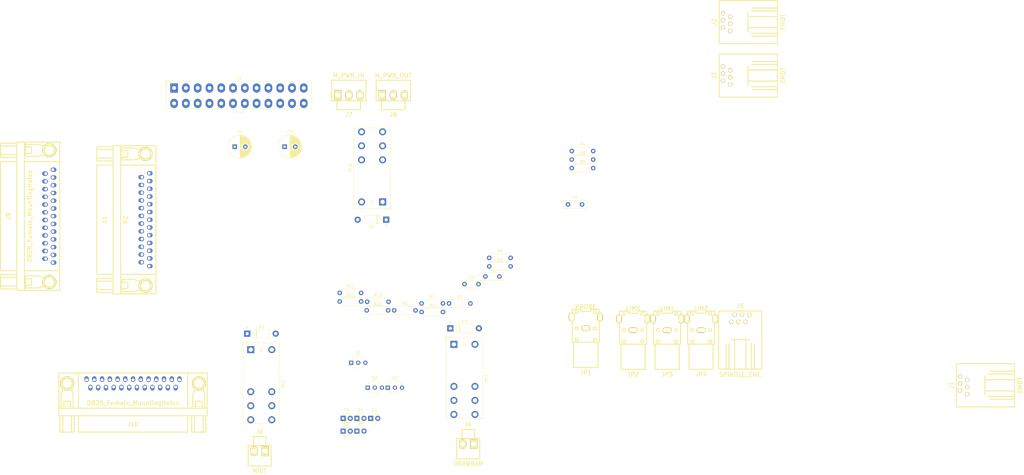
<source format=kicad_pcb>
(kicad_pcb (version 20171130) (host pcbnew 5.0.0-fee4fd1~66~ubuntu18.04.1)

  (general
    (thickness 1.6)
    (drawings 0)
    (tracks 0)
    (zones 0)
    (modules 48)
    (nets 84)
  )

  (page A4)
  (layers
    (0 F.Cu signal)
    (31 B.Cu signal)
    (32 B.Adhes user)
    (33 F.Adhes user)
    (34 B.Paste user)
    (35 F.Paste user)
    (36 B.SilkS user)
    (37 F.SilkS user)
    (38 B.Mask user)
    (39 F.Mask user)
    (40 Dwgs.User user)
    (41 Cmts.User user)
    (42 Eco1.User user)
    (43 Eco2.User user)
    (44 Edge.Cuts user)
    (45 Margin user)
    (46 B.CrtYd user)
    (47 F.CrtYd user)
    (48 B.Fab user)
    (49 F.Fab user)
  )

  (setup
    (last_trace_width 0.25)
    (trace_clearance 0.2)
    (zone_clearance 0.508)
    (zone_45_only no)
    (trace_min 0.2)
    (segment_width 0.2)
    (edge_width 0.1)
    (via_size 0.8)
    (via_drill 0.4)
    (via_min_size 0.4)
    (via_min_drill 0.3)
    (uvia_size 0.3)
    (uvia_drill 0.1)
    (uvias_allowed no)
    (uvia_min_size 0.2)
    (uvia_min_drill 0.1)
    (pcb_text_width 0.3)
    (pcb_text_size 1.5 1.5)
    (mod_edge_width 0.15)
    (mod_text_size 1 1)
    (mod_text_width 0.15)
    (pad_size 1.5 1.5)
    (pad_drill 0.6)
    (pad_to_mask_clearance 0)
    (aux_axis_origin 0 0)
    (visible_elements FFFFFF7F)
    (pcbplotparams
      (layerselection 0x010fc_ffffffff)
      (usegerberextensions false)
      (usegerberattributes false)
      (usegerberadvancedattributes false)
      (creategerberjobfile false)
      (excludeedgelayer true)
      (linewidth 0.100000)
      (plotframeref false)
      (viasonmask false)
      (mode 1)
      (useauxorigin false)
      (hpglpennumber 1)
      (hpglpenspeed 20)
      (hpglpendiameter 15.000000)
      (psnegative false)
      (psa4output false)
      (plotreference true)
      (plotvalue true)
      (plotinvisibletext false)
      (padsonsilk false)
      (subtractmaskfromsilk false)
      (outputformat 1)
      (mirror false)
      (drillshape 1)
      (scaleselection 1)
      (outputdirectory ""))
  )

  (net 0 "")
  (net 1 +12V)
  (net 2 GND)
  (net 3 /LIMITX)
  (net 4 /LIMITZ)
  (net 5 /LIMITY)
  (net 6 /PROBE)
  (net 7 /MIST)
  (net 8 /5VSB)
  (net 9 /5-12-PWR)
  (net 10 /DRAWBAR)
  (net 11 VCC)
  (net 12 /MTR_PWR)
  (net 13 /QUADIDX)
  (net 14 /QUADB)
  (net 15 /QUADA)
  (net 16 /STEPX)
  (net 17 /DIRX)
  (net 18 /MOT_ALM)
  (net 19 /DIRZ)
  (net 20 /STEPZ)
  (net 21 /STEPY)
  (net 22 /DIRY)
  (net 23 +5V)
  (net 24 "Net-(J7-Pad1)")
  (net 25 "Net-(J8-Pad2)")
  (net 26 "Net-(J7-Pad2)")
  (net 27 "Net-(J7-Pad3)")
  (net 28 "Net-(J6-Pad1)")
  (net 29 "Net-(J4-Pad1)")
  (net 30 "Net-(X2-Pad1)")
  (net 31 "Net-(X2-Pad2)")
  (net 32 "Net-(X2-Pad8)")
  (net 33 "Net-(X2-Pad12)")
  (net 34 "Net-(X2-Pad13)")
  (net 35 "Net-(X2-Pad14)")
  (net 36 "Net-(X2-Pad20)")
  (net 37 "Net-(RL3-Pad2)")
  (net 38 "Net-(RL2-Pad2)")
  (net 39 "Net-(RL1-Pad2)")
  (net 40 "Net-(J8-Pad3)")
  (net 41 "Net-(RL3-Pad7)")
  (net 42 "Net-(RL2-Pad7)")
  (net 43 "Net-(RL2-Pad4)")
  (net 44 "Net-(RL2-Pad3)")
  (net 45 "Net-(RL1-Pad3)")
  (net 46 "Net-(RL1-Pad4)")
  (net 47 "Net-(RL1-Pad7)")
  (net 48 "Net-(D2-Pad2)")
  (net 49 "Net-(D1-Pad2)")
  (net 50 "Net-(D3-Pad2)")
  (net 51 "Net-(Q1-Pad2)")
  (net 52 "Net-(Q2-Pad2)")
  (net 53 "Net-(Q3-Pad2)")
  (net 54 "Net-(D4-Pad1)")
  (net 55 "Net-(D5-Pad1)")
  (net 56 "Net-(D6-Pad1)")
  (net 57 "Net-(D7-Pad1)")
  (net 58 "Net-(D8-Pad1)")
  (net 59 "Net-(J10-Pad25)")
  (net 60 "Net-(J10-Pad24)")
  (net 61 "Net-(J10-Pad23)")
  (net 62 "Net-(J10-Pad22)")
  (net 63 "Net-(J10-Pad21)")
  (net 64 "Net-(J10-Pad20)")
  (net 65 "Net-(J10-Pad19)")
  (net 66 "Net-(J10-Pad18)")
  (net 67 "Net-(J10-Pad17)")
  (net 68 "Net-(J10-Pad16)")
  (net 69 "Net-(J10-Pad15)")
  (net 70 "Net-(J10-Pad14)")
  (net 71 "Net-(J10-Pad13)")
  (net 72 "Net-(J10-Pad12)")
  (net 73 "Net-(J10-Pad11)")
  (net 74 "Net-(J10-Pad10)")
  (net 75 "Net-(J10-Pad6)")
  (net 76 "Net-(J10-Pad7)")
  (net 77 "Net-(J10-Pad8)")
  (net 78 "Net-(J10-Pad9)")
  (net 79 "Net-(J10-Pad5)")
  (net 80 "Net-(J10-Pad4)")
  (net 81 "Net-(J10-Pad1)")
  (net 82 "Net-(J10-Pad2)")
  (net 83 "Net-(J10-Pad3)")

  (net_class Default "This is the default net class."
    (clearance 0.2)
    (trace_width 0.25)
    (via_dia 0.8)
    (via_drill 0.4)
    (uvia_dia 0.3)
    (uvia_drill 0.1)
    (add_net +12V)
    (add_net +5V)
    (add_net /5-12-PWR)
    (add_net /5VSB)
    (add_net /DIRX)
    (add_net /DIRY)
    (add_net /DIRZ)
    (add_net /DRAWBAR)
    (add_net /LIMITX)
    (add_net /LIMITY)
    (add_net /LIMITZ)
    (add_net /MIST)
    (add_net /MOT_ALM)
    (add_net /MTR_PWR)
    (add_net /PROBE)
    (add_net /QUADA)
    (add_net /QUADB)
    (add_net /QUADIDX)
    (add_net /STEPX)
    (add_net /STEPY)
    (add_net /STEPZ)
    (add_net GND)
    (add_net "Net-(D1-Pad2)")
    (add_net "Net-(D2-Pad2)")
    (add_net "Net-(D3-Pad2)")
    (add_net "Net-(D4-Pad1)")
    (add_net "Net-(D5-Pad1)")
    (add_net "Net-(D6-Pad1)")
    (add_net "Net-(D7-Pad1)")
    (add_net "Net-(D8-Pad1)")
    (add_net "Net-(J10-Pad1)")
    (add_net "Net-(J10-Pad10)")
    (add_net "Net-(J10-Pad11)")
    (add_net "Net-(J10-Pad12)")
    (add_net "Net-(J10-Pad13)")
    (add_net "Net-(J10-Pad14)")
    (add_net "Net-(J10-Pad15)")
    (add_net "Net-(J10-Pad16)")
    (add_net "Net-(J10-Pad17)")
    (add_net "Net-(J10-Pad18)")
    (add_net "Net-(J10-Pad19)")
    (add_net "Net-(J10-Pad2)")
    (add_net "Net-(J10-Pad20)")
    (add_net "Net-(J10-Pad21)")
    (add_net "Net-(J10-Pad22)")
    (add_net "Net-(J10-Pad23)")
    (add_net "Net-(J10-Pad24)")
    (add_net "Net-(J10-Pad25)")
    (add_net "Net-(J10-Pad3)")
    (add_net "Net-(J10-Pad4)")
    (add_net "Net-(J10-Pad5)")
    (add_net "Net-(J10-Pad6)")
    (add_net "Net-(J10-Pad7)")
    (add_net "Net-(J10-Pad8)")
    (add_net "Net-(J10-Pad9)")
    (add_net "Net-(J4-Pad1)")
    (add_net "Net-(J6-Pad1)")
    (add_net "Net-(J7-Pad1)")
    (add_net "Net-(J7-Pad2)")
    (add_net "Net-(J7-Pad3)")
    (add_net "Net-(J8-Pad2)")
    (add_net "Net-(J8-Pad3)")
    (add_net "Net-(Q1-Pad2)")
    (add_net "Net-(Q2-Pad2)")
    (add_net "Net-(Q3-Pad2)")
    (add_net "Net-(RL1-Pad2)")
    (add_net "Net-(RL1-Pad3)")
    (add_net "Net-(RL1-Pad4)")
    (add_net "Net-(RL1-Pad7)")
    (add_net "Net-(RL2-Pad2)")
    (add_net "Net-(RL2-Pad3)")
    (add_net "Net-(RL2-Pad4)")
    (add_net "Net-(RL2-Pad7)")
    (add_net "Net-(RL3-Pad2)")
    (add_net "Net-(RL3-Pad7)")
    (add_net "Net-(X2-Pad1)")
    (add_net "Net-(X2-Pad12)")
    (add_net "Net-(X2-Pad13)")
    (add_net "Net-(X2-Pad14)")
    (add_net "Net-(X2-Pad2)")
    (add_net "Net-(X2-Pad20)")
    (add_net "Net-(X2-Pad8)")
    (add_net VCC)
  )

  (module w_conn_d-sub:DB_25F (layer F.Cu) (tedit 5B4EE900) (tstamp 5BA9D737)
    (at 34.260501 170.750501)
    (descr "D-SUB 25 pin socket, Tyco P/N 4-106507-2")
    (path /5B90E70A)
    (fp_text reference J10 (at 0 7.62) (layer F.SilkS)
      (effects (font (size 1.524 1.524) (thickness 0.3048)))
    )
    (fp_text value DB25_Female_MountingHoles (at 0 0) (layer F.SilkS)
      (effects (font (size 1.524 1.524) (thickness 0.3048)))
    )
    (fp_line (start 19.45 10.414) (end 19.45 4.572) (layer F.SilkS) (width 0.381))
    (fp_line (start -19.45 4.572) (end -19.45 10.414) (layer F.SilkS) (width 0.381))
    (fp_line (start -26.035 10.414) (end -20.955 10.414) (layer F.SilkS) (width 0.381))
    (fp_line (start -26.035 4.572) (end -26.035 10.414) (layer F.SilkS) (width 0.381))
    (fp_line (start 20.8915 10.414) (end 25.9715 10.414) (layer F.SilkS) (width 0.381))
    (fp_line (start 20.8915 4.572) (end 20.8915 10.414) (layer F.SilkS) (width 0.381))
    (fp_line (start 21.9075 4.572) (end 21.9075 10.414) (layer F.SilkS) (width 0.381))
    (fp_line (start 24.9555 4.572) (end 24.9555 10.414) (layer F.SilkS) (width 0.381))
    (fp_line (start -25.019 4.572) (end -25.019 10.414) (layer F.SilkS) (width 0.381))
    (fp_line (start -21.971 4.572) (end -21.971 10.414) (layer F.SilkS) (width 0.381))
    (fp_line (start 19.45 1.905) (end 19.45 -10.414) (layer F.SilkS) (width 0.381))
    (fp_line (start -22.352 -0.635) (end -22.352 1.905) (layer F.SilkS) (width 0.381))
    (fp_line (start -24.638 -0.635) (end -22.352 -0.635) (layer F.SilkS) (width 0.381))
    (fp_line (start -24.638 1.905) (end -24.638 -0.635) (layer F.SilkS) (width 0.381))
    (fp_line (start 24.5745 -0.635) (end 24.5745 1.905) (layer F.SilkS) (width 0.381))
    (fp_line (start 22.2885 -0.635) (end 24.5745 -0.635) (layer F.SilkS) (width 0.381))
    (fp_line (start 22.2885 1.905) (end 22.2885 -0.635) (layer F.SilkS) (width 0.381))
    (fp_line (start -21.082 1.778) (end -21.082 1.524) (layer F.SilkS) (width 0.381))
    (fp_line (start -25.908 1.778) (end -21.082 1.778) (layer F.SilkS) (width 0.381))
    (fp_line (start -25.908 1.524) (end -25.908 1.778) (layer F.SilkS) (width 0.381))
    (fp_line (start -21.082 1.524) (end -25.908 1.524) (layer F.SilkS) (width 0.381))
    (fp_line (start 25.8445 1.778) (end 25.8445 1.524) (layer F.SilkS) (width 0.381))
    (fp_line (start 21.0185 1.524) (end 21.0185 1.778) (layer F.SilkS) (width 0.381))
    (fp_line (start -25.019 -4.862) (end -21.844 -4.862) (layer F.SilkS) (width 0.381))
    (fp_line (start -25.654 -2.576) (end -25.019 -4.862) (layer F.SilkS) (width 0.381))
    (fp_line (start -25.654 1.524) (end -25.654 -2.703) (layer F.SilkS) (width 0.381))
    (fp_line (start -21.336 -2.703) (end -21.336 1.524) (layer F.SilkS) (width 0.381))
    (fp_line (start -21.844 -4.862) (end -21.336 -2.703) (layer F.SilkS) (width 0.381))
    (fp_line (start 25.9715 4.572) (end 25.9715 10.414) (layer F.SilkS) (width 0.381))
    (fp_line (start 21.0185 1.778) (end 25.8445 1.778) (layer F.SilkS) (width 0.381))
    (fp_line (start 21.0185 1.524) (end 21.0185 1.778) (layer F.SilkS) (width 0.381))
    (fp_line (start 25.8445 1.524) (end 21.0185 1.524) (layer F.SilkS) (width 0.381))
    (fp_line (start -26.45 -10.67) (end -26.45 4.572) (layer F.SilkS) (width 0.381))
    (fp_line (start 26.45 -10.668) (end -26.45 -10.668) (layer F.SilkS) (width 0.381))
    (fp_line (start 26.45 -10.67) (end 26.45 4.572) (layer F.SilkS) (width 0.381))
    (fp_line (start -26.45 1.905) (end 26.45 1.905) (layer F.SilkS) (width 0.381))
    (fp_line (start 26.45 4.572) (end -26.45 4.572) (layer F.SilkS) (width 0.381))
    (fp_line (start 25.0825 -4.862) (end 25.5905 -2.703) (layer F.SilkS) (width 0.381))
    (fp_line (start 25.5905 -2.703) (end 25.5905 1.524) (layer F.SilkS) (width 0.381))
    (fp_line (start 21.2725 1.524) (end 21.2725 -2.703) (layer F.SilkS) (width 0.381))
    (fp_line (start 21.2725 -2.576) (end 21.9075 -4.862) (layer F.SilkS) (width 0.381))
    (fp_line (start 21.9075 -4.862) (end 25.0825 -4.862) (layer F.SilkS) (width 0.381))
    (fp_line (start -20.955 4.572) (end -20.955 10.414) (layer F.SilkS) (width 0.381))
    (fp_line (start 19.45 10.414) (end -19.45 10.414) (layer F.SilkS) (width 0.381))
    (fp_line (start -19.45 1.905) (end -19.45 -10.668) (layer F.SilkS) (width 0.381))
    (pad 25 thru_hole oval (at -15.18 -5.69) (size 1.5 2) (drill 1 (offset 0 0.25)) (layers *.Cu *.Mask)
      (net 59 "Net-(J10-Pad25)"))
    (pad 24 thru_hole oval (at -12.42 -5.69) (size 1.5 2) (drill 1 (offset 0 0.25)) (layers *.Cu *.Mask)
      (net 60 "Net-(J10-Pad24)"))
    (pad 23 thru_hole oval (at -9.66 -5.69) (size 1.5 2) (drill 1 (offset 0 0.25)) (layers *.Cu *.Mask)
      (net 61 "Net-(J10-Pad23)"))
    (pad 22 thru_hole oval (at -6.9 -5.69) (size 1.5 2) (drill 1 (offset 0 0.25)) (layers *.Cu *.Mask)
      (net 62 "Net-(J10-Pad22)"))
    (pad 21 thru_hole oval (at -4.14 -5.69) (size 1.5 2) (drill 1 (offset 0 0.25)) (layers *.Cu *.Mask)
      (net 63 "Net-(J10-Pad21)"))
    (pad 20 thru_hole oval (at -1.38 -5.69) (size 1.5 2) (drill 1 (offset 0 0.25)) (layers *.Cu *.Mask)
      (net 64 "Net-(J10-Pad20)"))
    (pad 19 thru_hole oval (at 1.38 -5.69) (size 1.5 2) (drill 1 (offset 0 0.25)) (layers *.Cu *.Mask)
      (net 65 "Net-(J10-Pad19)"))
    (pad 18 thru_hole oval (at 4.14 -5.69) (size 1.5 2) (drill 1 (offset 0 0.25)) (layers *.Cu *.Mask)
      (net 66 "Net-(J10-Pad18)"))
    (pad 17 thru_hole oval (at 6.9 -5.69) (size 1.5 2) (drill 1 (offset 0 0.25)) (layers *.Cu *.Mask)
      (net 67 "Net-(J10-Pad17)"))
    (pad 16 thru_hole oval (at 9.66 -5.69) (size 1.5 2) (drill 1 (offset 0 0.25)) (layers *.Cu *.Mask)
      (net 68 "Net-(J10-Pad16)"))
    (pad 15 thru_hole oval (at 12.42 -5.69) (size 1.5 2) (drill 1 (offset 0 0.25)) (layers *.Cu *.Mask)
      (net 69 "Net-(J10-Pad15)"))
    (pad 14 thru_hole oval (at 15.18 -5.69) (size 1.5 2) (drill 1 (offset 0 0.25)) (layers *.Cu *.Mask)
      (net 70 "Net-(J10-Pad14)"))
    (pad 13 thru_hole oval (at -16.56 -8.23) (size 1.5 2) (drill 1 (offset 0 -0.25)) (layers *.Cu *.Mask)
      (net 71 "Net-(J10-Pad13)"))
    (pad 12 thru_hole oval (at -13.8 -8.23) (size 1.5 2) (drill 1 (offset 0 -0.25)) (layers *.Cu *.Mask)
      (net 72 "Net-(J10-Pad12)"))
    (pad 11 thru_hole oval (at -11.04 -8.23) (size 1.5 2) (drill 1 (offset 0 -0.25)) (layers *.Cu *.Mask)
      (net 73 "Net-(J10-Pad11)"))
    (pad 10 thru_hole oval (at -8.28 -8.23) (size 1.5 2) (drill 1 (offset 0 -0.25)) (layers *.Cu *.Mask)
      (net 74 "Net-(J10-Pad10)"))
    (pad "" thru_hole circle (at -23.5 -6.96) (size 5 5) (drill 3.2) (layers *.Cu *.Mask F.SilkS))
    (pad 6 thru_hole oval (at 2.76 -8.23) (size 1.5 2) (drill 1 (offset 0 -0.25)) (layers *.Cu *.Mask)
      (net 75 "Net-(J10-Pad6)"))
    (pad 7 thru_hole oval (at 0 -8.23) (size 1.5 2) (drill 1 (offset 0 -0.25)) (layers *.Cu *.Mask)
      (net 76 "Net-(J10-Pad7)"))
    (pad 8 thru_hole oval (at -2.76 -8.23) (size 1.5 2) (drill 1 (offset 0 -0.25)) (layers *.Cu *.Mask)
      (net 77 "Net-(J10-Pad8)"))
    (pad 9 thru_hole oval (at -5.52 -8.23) (size 1.5 2) (drill 1 (offset 0 -0.25)) (layers *.Cu *.Mask)
      (net 78 "Net-(J10-Pad9)"))
    (pad 5 thru_hole oval (at 5.52 -8.23) (size 1.5 2) (drill 1 (offset 0 -0.25)) (layers *.Cu *.Mask)
      (net 79 "Net-(J10-Pad5)"))
    (pad 4 thru_hole oval (at 8.28 -8.23) (size 1.5 2) (drill 1 (offset 0 -0.25)) (layers *.Cu *.Mask)
      (net 80 "Net-(J10-Pad4)"))
    (pad 1 thru_hole oval (at 16.56 -8.23) (size 1.5 2) (drill 1 (offset 0 -0.25)) (layers *.Cu *.Mask)
      (net 81 "Net-(J10-Pad1)"))
    (pad 2 thru_hole oval (at 13.8 -8.23) (size 1.5 2) (drill 1 (offset 0 -0.25)) (layers *.Cu *.Mask)
      (net 82 "Net-(J10-Pad2)"))
    (pad 3 thru_hole oval (at 11.04 -8.23) (size 1.5 2) (drill 1 (offset 0 -0.25)) (layers *.Cu *.Mask)
      (net 83 "Net-(J10-Pad3)"))
    (pad "" thru_hole circle (at 23.5 -6.96) (size 5 5) (drill 3.2) (layers *.Cu *.Mask F.SilkS))
    (model walter/conn_d-sub/db_25f.wrl
      (at (xyz 0 0 0))
      (scale (xyz 1 1 1))
      (rotate (xyz 0 0 0))
    )
  )

  (module w_conn_d-sub:DB_25F (layer F.Cu) (tedit 5B4EE900) (tstamp 5BA9D6EB)
    (at -2.54 104.14 270)
    (descr "D-SUB 25 pin socket, Tyco P/N 4-106507-2")
    (path /5B90DD34)
    (fp_text reference J9 (at 0 7.62 270) (layer F.SilkS)
      (effects (font (size 1.524 1.524) (thickness 0.3048)))
    )
    (fp_text value DB25_Female_MountingHoles (at 0 0 270) (layer F.SilkS)
      (effects (font (size 1.524 1.524) (thickness 0.3048)))
    )
    (fp_line (start -19.45 1.905) (end -19.45 -10.668) (layer F.SilkS) (width 0.381))
    (fp_line (start 19.45 10.414) (end -19.45 10.414) (layer F.SilkS) (width 0.381))
    (fp_line (start -20.955 4.572) (end -20.955 10.414) (layer F.SilkS) (width 0.381))
    (fp_line (start 21.9075 -4.862) (end 25.0825 -4.862) (layer F.SilkS) (width 0.381))
    (fp_line (start 21.2725 -2.576) (end 21.9075 -4.862) (layer F.SilkS) (width 0.381))
    (fp_line (start 21.2725 1.524) (end 21.2725 -2.703) (layer F.SilkS) (width 0.381))
    (fp_line (start 25.5905 -2.703) (end 25.5905 1.524) (layer F.SilkS) (width 0.381))
    (fp_line (start 25.0825 -4.862) (end 25.5905 -2.703) (layer F.SilkS) (width 0.381))
    (fp_line (start 26.45 4.572) (end -26.45 4.572) (layer F.SilkS) (width 0.381))
    (fp_line (start -26.45 1.905) (end 26.45 1.905) (layer F.SilkS) (width 0.381))
    (fp_line (start 26.45 -10.67) (end 26.45 4.572) (layer F.SilkS) (width 0.381))
    (fp_line (start 26.45 -10.668) (end -26.45 -10.668) (layer F.SilkS) (width 0.381))
    (fp_line (start -26.45 -10.67) (end -26.45 4.572) (layer F.SilkS) (width 0.381))
    (fp_line (start 25.8445 1.524) (end 21.0185 1.524) (layer F.SilkS) (width 0.381))
    (fp_line (start 21.0185 1.524) (end 21.0185 1.778) (layer F.SilkS) (width 0.381))
    (fp_line (start 21.0185 1.778) (end 25.8445 1.778) (layer F.SilkS) (width 0.381))
    (fp_line (start 25.9715 4.572) (end 25.9715 10.414) (layer F.SilkS) (width 0.381))
    (fp_line (start -21.844 -4.862) (end -21.336 -2.703) (layer F.SilkS) (width 0.381))
    (fp_line (start -21.336 -2.703) (end -21.336 1.524) (layer F.SilkS) (width 0.381))
    (fp_line (start -25.654 1.524) (end -25.654 -2.703) (layer F.SilkS) (width 0.381))
    (fp_line (start -25.654 -2.576) (end -25.019 -4.862) (layer F.SilkS) (width 0.381))
    (fp_line (start -25.019 -4.862) (end -21.844 -4.862) (layer F.SilkS) (width 0.381))
    (fp_line (start 21.0185 1.524) (end 21.0185 1.778) (layer F.SilkS) (width 0.381))
    (fp_line (start 25.8445 1.778) (end 25.8445 1.524) (layer F.SilkS) (width 0.381))
    (fp_line (start -21.082 1.524) (end -25.908 1.524) (layer F.SilkS) (width 0.381))
    (fp_line (start -25.908 1.524) (end -25.908 1.778) (layer F.SilkS) (width 0.381))
    (fp_line (start -25.908 1.778) (end -21.082 1.778) (layer F.SilkS) (width 0.381))
    (fp_line (start -21.082 1.778) (end -21.082 1.524) (layer F.SilkS) (width 0.381))
    (fp_line (start 22.2885 1.905) (end 22.2885 -0.635) (layer F.SilkS) (width 0.381))
    (fp_line (start 22.2885 -0.635) (end 24.5745 -0.635) (layer F.SilkS) (width 0.381))
    (fp_line (start 24.5745 -0.635) (end 24.5745 1.905) (layer F.SilkS) (width 0.381))
    (fp_line (start -24.638 1.905) (end -24.638 -0.635) (layer F.SilkS) (width 0.381))
    (fp_line (start -24.638 -0.635) (end -22.352 -0.635) (layer F.SilkS) (width 0.381))
    (fp_line (start -22.352 -0.635) (end -22.352 1.905) (layer F.SilkS) (width 0.381))
    (fp_line (start 19.45 1.905) (end 19.45 -10.414) (layer F.SilkS) (width 0.381))
    (fp_line (start -21.971 4.572) (end -21.971 10.414) (layer F.SilkS) (width 0.381))
    (fp_line (start -25.019 4.572) (end -25.019 10.414) (layer F.SilkS) (width 0.381))
    (fp_line (start 24.9555 4.572) (end 24.9555 10.414) (layer F.SilkS) (width 0.381))
    (fp_line (start 21.9075 4.572) (end 21.9075 10.414) (layer F.SilkS) (width 0.381))
    (fp_line (start 20.8915 4.572) (end 20.8915 10.414) (layer F.SilkS) (width 0.381))
    (fp_line (start 20.8915 10.414) (end 25.9715 10.414) (layer F.SilkS) (width 0.381))
    (fp_line (start -26.035 4.572) (end -26.035 10.414) (layer F.SilkS) (width 0.381))
    (fp_line (start -26.035 10.414) (end -20.955 10.414) (layer F.SilkS) (width 0.381))
    (fp_line (start -19.45 4.572) (end -19.45 10.414) (layer F.SilkS) (width 0.381))
    (fp_line (start 19.45 10.414) (end 19.45 4.572) (layer F.SilkS) (width 0.381))
    (pad "" thru_hole circle (at 23.5 -6.96 270) (size 5 5) (drill 3.2) (layers *.Cu *.Mask F.SilkS))
    (pad 3 thru_hole oval (at 11.04 -8.23 270) (size 1.5 2) (drill 1 (offset 0 -0.25)) (layers *.Cu *.Mask)
      (net 17 /DIRX))
    (pad 2 thru_hole oval (at 13.8 -8.23 270) (size 1.5 2) (drill 1 (offset 0 -0.25)) (layers *.Cu *.Mask)
      (net 16 /STEPX))
    (pad 1 thru_hole oval (at 16.56 -8.23 270) (size 1.5 2) (drill 1 (offset 0 -0.25)) (layers *.Cu *.Mask)
      (net 9 /5-12-PWR))
    (pad 4 thru_hole oval (at 8.28 -8.23 270) (size 1.5 2) (drill 1 (offset 0 -0.25)) (layers *.Cu *.Mask)
      (net 21 /STEPY))
    (pad 5 thru_hole oval (at 5.52 -8.23 270) (size 1.5 2) (drill 1 (offset 0 -0.25)) (layers *.Cu *.Mask)
      (net 22 /DIRY))
    (pad 9 thru_hole oval (at -5.52 -8.23 270) (size 1.5 2) (drill 1 (offset 0 -0.25)) (layers *.Cu *.Mask)
      (net 5 /LIMITY))
    (pad 8 thru_hole oval (at -2.76 -8.23 270) (size 1.5 2) (drill 1 (offset 0 -0.25)) (layers *.Cu *.Mask)
      (net 3 /LIMITX))
    (pad 7 thru_hole oval (at 0 -8.23 270) (size 1.5 2) (drill 1 (offset 0 -0.25)) (layers *.Cu *.Mask)
      (net 19 /DIRZ))
    (pad 6 thru_hole oval (at 2.76 -8.23 270) (size 1.5 2) (drill 1 (offset 0 -0.25)) (layers *.Cu *.Mask)
      (net 20 /STEPZ))
    (pad "" thru_hole circle (at -23.5 -6.96 270) (size 5 5) (drill 3.2) (layers *.Cu *.Mask F.SilkS))
    (pad 10 thru_hole oval (at -8.28 -8.23 270) (size 1.5 2) (drill 1 (offset 0 -0.25)) (layers *.Cu *.Mask)
      (net 4 /LIMITZ))
    (pad 11 thru_hole oval (at -11.04 -8.23 270) (size 1.5 2) (drill 1 (offset 0 -0.25)) (layers *.Cu *.Mask)
      (net 15 /QUADA))
    (pad 12 thru_hole oval (at -13.8 -8.23 270) (size 1.5 2) (drill 1 (offset 0 -0.25)) (layers *.Cu *.Mask)
      (net 14 /QUADB))
    (pad 13 thru_hole oval (at -16.56 -8.23 270) (size 1.5 2) (drill 1 (offset 0 -0.25)) (layers *.Cu *.Mask)
      (net 13 /QUADIDX))
    (pad 14 thru_hole oval (at 15.18 -5.69 270) (size 1.5 2) (drill 1 (offset 0 0.25)) (layers *.Cu *.Mask)
      (net 12 /MTR_PWR))
    (pad 15 thru_hole oval (at 12.42 -5.69 270) (size 1.5 2) (drill 1 (offset 0 0.25)) (layers *.Cu *.Mask)
      (net 7 /MIST))
    (pad 16 thru_hole oval (at 9.66 -5.69 270) (size 1.5 2) (drill 1 (offset 0 0.25)) (layers *.Cu *.Mask)
      (net 10 /DRAWBAR))
    (pad 17 thru_hole oval (at 6.9 -5.69 270) (size 1.5 2) (drill 1 (offset 0 0.25)) (layers *.Cu *.Mask)
      (net 6 /PROBE))
    (pad 18 thru_hole oval (at 4.14 -5.69 270) (size 1.5 2) (drill 1 (offset 0 0.25)) (layers *.Cu *.Mask)
      (net 2 GND))
    (pad 19 thru_hole oval (at 1.38 -5.69 270) (size 1.5 2) (drill 1 (offset 0 0.25)) (layers *.Cu *.Mask)
      (net 2 GND))
    (pad 20 thru_hole oval (at -1.38 -5.69 270) (size 1.5 2) (drill 1 (offset 0 0.25)) (layers *.Cu *.Mask)
      (net 2 GND))
    (pad 21 thru_hole oval (at -4.14 -5.69 270) (size 1.5 2) (drill 1 (offset 0 0.25)) (layers *.Cu *.Mask)
      (net 2 GND))
    (pad 22 thru_hole oval (at -6.9 -5.69 270) (size 1.5 2) (drill 1 (offset 0 0.25)) (layers *.Cu *.Mask)
      (net 11 VCC))
    (pad 23 thru_hole oval (at -9.66 -5.69 270) (size 1.5 2) (drill 1 (offset 0 0.25)) (layers *.Cu *.Mask)
      (net 11 VCC))
    (pad 24 thru_hole oval (at -12.42 -5.69 270) (size 1.5 2) (drill 1 (offset 0 0.25)) (layers *.Cu *.Mask)
      (net 11 VCC))
    (pad 25 thru_hole oval (at -15.18 -5.69 270) (size 1.5 2) (drill 1 (offset 0 0.25)) (layers *.Cu *.Mask)
      (net 11 VCC))
    (model walter/conn_d-sub/db_25f.wrl
      (at (xyz 0 0 0))
      (scale (xyz 1 1 1))
      (rotate (xyz 0 0 0))
    )
  )

  (module LED_THT:LED_D3.0mm (layer F.Cu) (tedit 587A3A7B) (tstamp 5B9B8151)
    (at 118.925001 176.265001)
    (descr "LED, diameter 3.0mm, 2 pins")
    (tags "LED diameter 3.0mm 2 pins")
    (path /5B9982B0)
    (fp_text reference D4 (at 1.27 -2.96) (layer F.SilkS)
      (effects (font (size 1 1) (thickness 0.15)))
    )
    (fp_text value DRAWBAR (at 1.27 2.96) (layer F.Fab)
      (effects (font (size 1 1) (thickness 0.15)))
    )
    (fp_arc (start 1.27 0) (end -0.23 -1.16619) (angle 284.3) (layer F.Fab) (width 0.1))
    (fp_arc (start 1.27 0) (end -0.29 -1.235516) (angle 108.8) (layer F.SilkS) (width 0.12))
    (fp_arc (start 1.27 0) (end -0.29 1.235516) (angle -108.8) (layer F.SilkS) (width 0.12))
    (fp_arc (start 1.27 0) (end 0.229039 -1.08) (angle 87.9) (layer F.SilkS) (width 0.12))
    (fp_arc (start 1.27 0) (end 0.229039 1.08) (angle -87.9) (layer F.SilkS) (width 0.12))
    (fp_circle (center 1.27 0) (end 2.77 0) (layer F.Fab) (width 0.1))
    (fp_line (start -0.23 -1.16619) (end -0.23 1.16619) (layer F.Fab) (width 0.1))
    (fp_line (start -0.29 -1.236) (end -0.29 -1.08) (layer F.SilkS) (width 0.12))
    (fp_line (start -0.29 1.08) (end -0.29 1.236) (layer F.SilkS) (width 0.12))
    (fp_line (start -1.15 -2.25) (end -1.15 2.25) (layer F.CrtYd) (width 0.05))
    (fp_line (start -1.15 2.25) (end 3.7 2.25) (layer F.CrtYd) (width 0.05))
    (fp_line (start 3.7 2.25) (end 3.7 -2.25) (layer F.CrtYd) (width 0.05))
    (fp_line (start 3.7 -2.25) (end -1.15 -2.25) (layer F.CrtYd) (width 0.05))
    (pad 1 thru_hole rect (at 0 0) (size 1.8 1.8) (drill 0.9) (layers *.Cu *.Mask)
      (net 54 "Net-(D4-Pad1)"))
    (pad 2 thru_hole circle (at 2.54 0) (size 1.8 1.8) (drill 0.9) (layers *.Cu *.Mask)
      (net 1 +12V))
    (model ${KISYS3DMOD}/LED_THT.3dshapes/LED_D3.0mm.wrl
      (at (xyz 0 0 0))
      (scale (xyz 1 1 1))
      (rotate (xyz 0 0 0))
    )
  )

  (module LED_THT:LED_D3.0mm (layer F.Cu) (tedit 587A3A7B) (tstamp 5B9B813E)
    (at 114.025001 180.815001)
    (descr "LED, diameter 3.0mm, 2 pins")
    (tags "LED diameter 3.0mm 2 pins")
    (path /5B9C8535)
    (fp_text reference D8 (at 1.27 -2.96) (layer F.SilkS)
      (effects (font (size 1 1) (thickness 0.15)))
    )
    (fp_text value ATX_STBY (at 1.27 2.96) (layer F.Fab)
      (effects (font (size 1 1) (thickness 0.15)))
    )
    (fp_line (start 3.7 -2.25) (end -1.15 -2.25) (layer F.CrtYd) (width 0.05))
    (fp_line (start 3.7 2.25) (end 3.7 -2.25) (layer F.CrtYd) (width 0.05))
    (fp_line (start -1.15 2.25) (end 3.7 2.25) (layer F.CrtYd) (width 0.05))
    (fp_line (start -1.15 -2.25) (end -1.15 2.25) (layer F.CrtYd) (width 0.05))
    (fp_line (start -0.29 1.08) (end -0.29 1.236) (layer F.SilkS) (width 0.12))
    (fp_line (start -0.29 -1.236) (end -0.29 -1.08) (layer F.SilkS) (width 0.12))
    (fp_line (start -0.23 -1.16619) (end -0.23 1.16619) (layer F.Fab) (width 0.1))
    (fp_circle (center 1.27 0) (end 2.77 0) (layer F.Fab) (width 0.1))
    (fp_arc (start 1.27 0) (end 0.229039 1.08) (angle -87.9) (layer F.SilkS) (width 0.12))
    (fp_arc (start 1.27 0) (end 0.229039 -1.08) (angle 87.9) (layer F.SilkS) (width 0.12))
    (fp_arc (start 1.27 0) (end -0.29 1.235516) (angle -108.8) (layer F.SilkS) (width 0.12))
    (fp_arc (start 1.27 0) (end -0.29 -1.235516) (angle 108.8) (layer F.SilkS) (width 0.12))
    (fp_arc (start 1.27 0) (end -0.23 -1.16619) (angle 284.3) (layer F.Fab) (width 0.1))
    (pad 2 thru_hole circle (at 2.54 0) (size 1.8 1.8) (drill 0.9) (layers *.Cu *.Mask)
      (net 8 /5VSB))
    (pad 1 thru_hole rect (at 0 0) (size 1.8 1.8) (drill 0.9) (layers *.Cu *.Mask)
      (net 58 "Net-(D8-Pad1)"))
    (model ${KISYS3DMOD}/LED_THT.3dshapes/LED_D3.0mm.wrl
      (at (xyz 0 0 0))
      (scale (xyz 1 1 1))
      (rotate (xyz 0 0 0))
    )
  )

  (module LED_THT:LED_D3.0mm (layer F.Cu) (tedit 587A3A7B) (tstamp 5B9B812B)
    (at 114.025001 176.265001)
    (descr "LED, diameter 3.0mm, 2 pins")
    (tags "LED diameter 3.0mm 2 pins")
    (path /5B9C86BB)
    (fp_text reference D7 (at 1.27 -2.96) (layer F.SilkS)
      (effects (font (size 1 1) (thickness 0.15)))
    )
    (fp_text value PC_STBY (at 1.27 2.96) (layer F.Fab)
      (effects (font (size 1 1) (thickness 0.15)))
    )
    (fp_arc (start 1.27 0) (end -0.23 -1.16619) (angle 284.3) (layer F.Fab) (width 0.1))
    (fp_arc (start 1.27 0) (end -0.29 -1.235516) (angle 108.8) (layer F.SilkS) (width 0.12))
    (fp_arc (start 1.27 0) (end -0.29 1.235516) (angle -108.8) (layer F.SilkS) (width 0.12))
    (fp_arc (start 1.27 0) (end 0.229039 -1.08) (angle 87.9) (layer F.SilkS) (width 0.12))
    (fp_arc (start 1.27 0) (end 0.229039 1.08) (angle -87.9) (layer F.SilkS) (width 0.12))
    (fp_circle (center 1.27 0) (end 2.77 0) (layer F.Fab) (width 0.1))
    (fp_line (start -0.23 -1.16619) (end -0.23 1.16619) (layer F.Fab) (width 0.1))
    (fp_line (start -0.29 -1.236) (end -0.29 -1.08) (layer F.SilkS) (width 0.12))
    (fp_line (start -0.29 1.08) (end -0.29 1.236) (layer F.SilkS) (width 0.12))
    (fp_line (start -1.15 -2.25) (end -1.15 2.25) (layer F.CrtYd) (width 0.05))
    (fp_line (start -1.15 2.25) (end 3.7 2.25) (layer F.CrtYd) (width 0.05))
    (fp_line (start 3.7 2.25) (end 3.7 -2.25) (layer F.CrtYd) (width 0.05))
    (fp_line (start 3.7 -2.25) (end -1.15 -2.25) (layer F.CrtYd) (width 0.05))
    (pad 1 thru_hole rect (at 0 0) (size 1.8 1.8) (drill 0.9) (layers *.Cu *.Mask)
      (net 57 "Net-(D7-Pad1)"))
    (pad 2 thru_hole circle (at 2.54 0) (size 1.8 1.8) (drill 0.9) (layers *.Cu *.Mask)
      (net 11 VCC))
    (model ${KISYS3DMOD}/LED_THT.3dshapes/LED_D3.0mm.wrl
      (at (xyz 0 0 0))
      (scale (xyz 1 1 1))
      (rotate (xyz 0 0 0))
    )
  )

  (module LED_THT:LED_D3.0mm (layer F.Cu) (tedit 587A3A7B) (tstamp 5B9B8118)
    (at 109.125001 180.815001)
    (descr "LED, diameter 3.0mm, 2 pins")
    (tags "LED diameter 3.0mm 2 pins")
    (path /5B9C6A7B)
    (fp_text reference D6 (at 1.27 -2.96) (layer F.SilkS)
      (effects (font (size 1 1) (thickness 0.15)))
    )
    (fp_text value MTR_PWR (at 1.27 2.96) (layer F.Fab)
      (effects (font (size 1 1) (thickness 0.15)))
    )
    (fp_line (start 3.7 -2.25) (end -1.15 -2.25) (layer F.CrtYd) (width 0.05))
    (fp_line (start 3.7 2.25) (end 3.7 -2.25) (layer F.CrtYd) (width 0.05))
    (fp_line (start -1.15 2.25) (end 3.7 2.25) (layer F.CrtYd) (width 0.05))
    (fp_line (start -1.15 -2.25) (end -1.15 2.25) (layer F.CrtYd) (width 0.05))
    (fp_line (start -0.29 1.08) (end -0.29 1.236) (layer F.SilkS) (width 0.12))
    (fp_line (start -0.29 -1.236) (end -0.29 -1.08) (layer F.SilkS) (width 0.12))
    (fp_line (start -0.23 -1.16619) (end -0.23 1.16619) (layer F.Fab) (width 0.1))
    (fp_circle (center 1.27 0) (end 2.77 0) (layer F.Fab) (width 0.1))
    (fp_arc (start 1.27 0) (end 0.229039 1.08) (angle -87.9) (layer F.SilkS) (width 0.12))
    (fp_arc (start 1.27 0) (end 0.229039 -1.08) (angle 87.9) (layer F.SilkS) (width 0.12))
    (fp_arc (start 1.27 0) (end -0.29 1.235516) (angle -108.8) (layer F.SilkS) (width 0.12))
    (fp_arc (start 1.27 0) (end -0.29 -1.235516) (angle 108.8) (layer F.SilkS) (width 0.12))
    (fp_arc (start 1.27 0) (end -0.23 -1.16619) (angle 284.3) (layer F.Fab) (width 0.1))
    (pad 2 thru_hole circle (at 2.54 0) (size 1.8 1.8) (drill 0.9) (layers *.Cu *.Mask)
      (net 1 +12V))
    (pad 1 thru_hole rect (at 0 0) (size 1.8 1.8) (drill 0.9) (layers *.Cu *.Mask)
      (net 56 "Net-(D6-Pad1)"))
    (model ${KISYS3DMOD}/LED_THT.3dshapes/LED_D3.0mm.wrl
      (at (xyz 0 0 0))
      (scale (xyz 1 1 1))
      (rotate (xyz 0 0 0))
    )
  )

  (module LED_THT:LED_D3.0mm (layer F.Cu) (tedit 587A3A7B) (tstamp 5B9B8105)
    (at 109.125001 176.265001)
    (descr "LED, diameter 3.0mm, 2 pins")
    (tags "LED diameter 3.0mm 2 pins")
    (path /5B9C6BC9)
    (fp_text reference D5 (at 1.27 -2.96) (layer F.SilkS)
      (effects (font (size 1 1) (thickness 0.15)))
    )
    (fp_text value MIST (at 1.27 2.96) (layer F.Fab)
      (effects (font (size 1 1) (thickness 0.15)))
    )
    (fp_arc (start 1.27 0) (end -0.23 -1.16619) (angle 284.3) (layer F.Fab) (width 0.1))
    (fp_arc (start 1.27 0) (end -0.29 -1.235516) (angle 108.8) (layer F.SilkS) (width 0.12))
    (fp_arc (start 1.27 0) (end -0.29 1.235516) (angle -108.8) (layer F.SilkS) (width 0.12))
    (fp_arc (start 1.27 0) (end 0.229039 -1.08) (angle 87.9) (layer F.SilkS) (width 0.12))
    (fp_arc (start 1.27 0) (end 0.229039 1.08) (angle -87.9) (layer F.SilkS) (width 0.12))
    (fp_circle (center 1.27 0) (end 2.77 0) (layer F.Fab) (width 0.1))
    (fp_line (start -0.23 -1.16619) (end -0.23 1.16619) (layer F.Fab) (width 0.1))
    (fp_line (start -0.29 -1.236) (end -0.29 -1.08) (layer F.SilkS) (width 0.12))
    (fp_line (start -0.29 1.08) (end -0.29 1.236) (layer F.SilkS) (width 0.12))
    (fp_line (start -1.15 -2.25) (end -1.15 2.25) (layer F.CrtYd) (width 0.05))
    (fp_line (start -1.15 2.25) (end 3.7 2.25) (layer F.CrtYd) (width 0.05))
    (fp_line (start 3.7 2.25) (end 3.7 -2.25) (layer F.CrtYd) (width 0.05))
    (fp_line (start 3.7 -2.25) (end -1.15 -2.25) (layer F.CrtYd) (width 0.05))
    (pad 1 thru_hole rect (at 0 0) (size 1.8 1.8) (drill 0.9) (layers *.Cu *.Mask)
      (net 55 "Net-(D5-Pad1)"))
    (pad 2 thru_hole circle (at 2.54 0) (size 1.8 1.8) (drill 0.9) (layers *.Cu *.Mask)
      (net 1 +12V))
    (model ${KISYS3DMOD}/LED_THT.3dshapes/LED_D3.0mm.wrl
      (at (xyz 0 0 0))
      (scale (xyz 1 1 1))
      (rotate (xyz 0 0 0))
    )
  )

  (module Package_TO_SOT_THT:TO-92_Inline_Wide (layer F.Cu) (tedit 5A02FF81) (tstamp 5B9B3A99)
    (at 111.975001 156.425001)
    (descr "TO-92 leads in-line, wide, drill 0.75mm (see NXP sot054_po.pdf)")
    (tags "to-92 sc-43 sc-43a sot54 PA33 transistor")
    (path /5B92C159)
    (fp_text reference Q1 (at 2.54 -3.56) (layer F.SilkS)
      (effects (font (size 1 1) (thickness 0.15)))
    )
    (fp_text value BC547 (at 2.54 2.79) (layer F.Fab)
      (effects (font (size 1 1) (thickness 0.15)))
    )
    (fp_text user %R (at 2.54 -3.56) (layer F.Fab)
      (effects (font (size 1 1) (thickness 0.15)))
    )
    (fp_line (start 0.74 1.85) (end 4.34 1.85) (layer F.SilkS) (width 0.12))
    (fp_line (start 0.8 1.75) (end 4.3 1.75) (layer F.Fab) (width 0.1))
    (fp_line (start -1.01 -2.73) (end 6.09 -2.73) (layer F.CrtYd) (width 0.05))
    (fp_line (start -1.01 -2.73) (end -1.01 2.01) (layer F.CrtYd) (width 0.05))
    (fp_line (start 6.09 2.01) (end 6.09 -2.73) (layer F.CrtYd) (width 0.05))
    (fp_line (start 6.09 2.01) (end -1.01 2.01) (layer F.CrtYd) (width 0.05))
    (fp_arc (start 2.54 0) (end 0.74 1.85) (angle 20) (layer F.SilkS) (width 0.12))
    (fp_arc (start 2.54 0) (end 2.54 -2.6) (angle -65) (layer F.SilkS) (width 0.12))
    (fp_arc (start 2.54 0) (end 2.54 -2.6) (angle 65) (layer F.SilkS) (width 0.12))
    (fp_arc (start 2.54 0) (end 2.54 -2.48) (angle 135) (layer F.Fab) (width 0.1))
    (fp_arc (start 2.54 0) (end 2.54 -2.48) (angle -135) (layer F.Fab) (width 0.1))
    (fp_arc (start 2.54 0) (end 4.34 1.85) (angle -20) (layer F.SilkS) (width 0.12))
    (pad 2 thru_hole circle (at 2.54 0 90) (size 1.5 1.5) (drill 0.8) (layers *.Cu *.Mask)
      (net 51 "Net-(Q1-Pad2)"))
    (pad 3 thru_hole circle (at 5.08 0 90) (size 1.5 1.5) (drill 0.8) (layers *.Cu *.Mask)
      (net 2 GND))
    (pad 1 thru_hole rect (at 0 0 90) (size 1.5 1.5) (drill 0.8) (layers *.Cu *.Mask)
      (net 49 "Net-(D1-Pad2)"))
    (model ${KISYS3DMOD}/Package_TO_SOT_THT.3dshapes/TO-92_Inline_Wide.wrl
      (at (xyz 0 0 0))
      (scale (xyz 1 1 1))
      (rotate (xyz 0 0 0))
    )
  )

  (module Package_TO_SOT_THT:TO-92_Inline_Wide (layer F.Cu) (tedit 5A02FF81) (tstamp 5B9B3A98)
    (at 125.025001 165.315001)
    (descr "TO-92 leads in-line, wide, drill 0.75mm (see NXP sot054_po.pdf)")
    (tags "to-92 sc-43 sc-43a sot54 PA33 transistor")
    (path /5B950741)
    (fp_text reference Q3 (at 2.54 -3.56) (layer F.SilkS)
      (effects (font (size 1 1) (thickness 0.15)))
    )
    (fp_text value BC547 (at 2.54 2.79) (layer F.Fab)
      (effects (font (size 1 1) (thickness 0.15)))
    )
    (fp_arc (start 2.54 0) (end 4.34 1.85) (angle -20) (layer F.SilkS) (width 0.12))
    (fp_arc (start 2.54 0) (end 2.54 -2.48) (angle -135) (layer F.Fab) (width 0.1))
    (fp_arc (start 2.54 0) (end 2.54 -2.48) (angle 135) (layer F.Fab) (width 0.1))
    (fp_arc (start 2.54 0) (end 2.54 -2.6) (angle 65) (layer F.SilkS) (width 0.12))
    (fp_arc (start 2.54 0) (end 2.54 -2.6) (angle -65) (layer F.SilkS) (width 0.12))
    (fp_arc (start 2.54 0) (end 0.74 1.85) (angle 20) (layer F.SilkS) (width 0.12))
    (fp_line (start 6.09 2.01) (end -1.01 2.01) (layer F.CrtYd) (width 0.05))
    (fp_line (start 6.09 2.01) (end 6.09 -2.73) (layer F.CrtYd) (width 0.05))
    (fp_line (start -1.01 -2.73) (end -1.01 2.01) (layer F.CrtYd) (width 0.05))
    (fp_line (start -1.01 -2.73) (end 6.09 -2.73) (layer F.CrtYd) (width 0.05))
    (fp_line (start 0.8 1.75) (end 4.3 1.75) (layer F.Fab) (width 0.1))
    (fp_line (start 0.74 1.85) (end 4.34 1.85) (layer F.SilkS) (width 0.12))
    (fp_text user %R (at 2.54 -3.56) (layer F.Fab)
      (effects (font (size 1 1) (thickness 0.15)))
    )
    (pad 1 thru_hole rect (at 0 0 90) (size 1.5 1.5) (drill 0.8) (layers *.Cu *.Mask)
      (net 50 "Net-(D3-Pad2)"))
    (pad 3 thru_hole circle (at 5.08 0 90) (size 1.5 1.5) (drill 0.8) (layers *.Cu *.Mask)
      (net 2 GND))
    (pad 2 thru_hole circle (at 2.54 0 90) (size 1.5 1.5) (drill 0.8) (layers *.Cu *.Mask)
      (net 53 "Net-(Q3-Pad2)"))
    (model ${KISYS3DMOD}/Package_TO_SOT_THT.3dshapes/TO-92_Inline_Wide.wrl
      (at (xyz 0 0 0))
      (scale (xyz 1 1 1))
      (rotate (xyz 0 0 0))
    )
  )

  (module Package_TO_SOT_THT:TO-92_Inline_Wide (layer F.Cu) (tedit 5A02FF81) (tstamp 5B9B3A84)
    (at 117.875001 165.315001)
    (descr "TO-92 leads in-line, wide, drill 0.75mm (see NXP sot054_po.pdf)")
    (tags "to-92 sc-43 sc-43a sot54 PA33 transistor")
    (path /5B950D3F)
    (fp_text reference Q2 (at 2.54 -3.56) (layer F.SilkS)
      (effects (font (size 1 1) (thickness 0.15)))
    )
    (fp_text value BC547 (at 2.54 2.79) (layer F.Fab)
      (effects (font (size 1 1) (thickness 0.15)))
    )
    (fp_text user %R (at 2.54 -3.56) (layer F.Fab)
      (effects (font (size 1 1) (thickness 0.15)))
    )
    (fp_line (start 0.74 1.85) (end 4.34 1.85) (layer F.SilkS) (width 0.12))
    (fp_line (start 0.8 1.75) (end 4.3 1.75) (layer F.Fab) (width 0.1))
    (fp_line (start -1.01 -2.73) (end 6.09 -2.73) (layer F.CrtYd) (width 0.05))
    (fp_line (start -1.01 -2.73) (end -1.01 2.01) (layer F.CrtYd) (width 0.05))
    (fp_line (start 6.09 2.01) (end 6.09 -2.73) (layer F.CrtYd) (width 0.05))
    (fp_line (start 6.09 2.01) (end -1.01 2.01) (layer F.CrtYd) (width 0.05))
    (fp_arc (start 2.54 0) (end 0.74 1.85) (angle 20) (layer F.SilkS) (width 0.12))
    (fp_arc (start 2.54 0) (end 2.54 -2.6) (angle -65) (layer F.SilkS) (width 0.12))
    (fp_arc (start 2.54 0) (end 2.54 -2.6) (angle 65) (layer F.SilkS) (width 0.12))
    (fp_arc (start 2.54 0) (end 2.54 -2.48) (angle 135) (layer F.Fab) (width 0.1))
    (fp_arc (start 2.54 0) (end 2.54 -2.48) (angle -135) (layer F.Fab) (width 0.1))
    (fp_arc (start 2.54 0) (end 4.34 1.85) (angle -20) (layer F.SilkS) (width 0.12))
    (pad 2 thru_hole circle (at 2.54 0 90) (size 1.5 1.5) (drill 0.8) (layers *.Cu *.Mask)
      (net 52 "Net-(Q2-Pad2)"))
    (pad 3 thru_hole circle (at 5.08 0 90) (size 1.5 1.5) (drill 0.8) (layers *.Cu *.Mask)
      (net 2 GND))
    (pad 1 thru_hole rect (at 0 0 90) (size 1.5 1.5) (drill 0.8) (layers *.Cu *.Mask)
      (net 48 "Net-(D2-Pad2)"))
    (model ${KISYS3DMOD}/Package_TO_SOT_THT.3dshapes/TO-92_Inline_Wide.wrl
      (at (xyz 0 0 0))
      (scale (xyz 1 1 1))
      (rotate (xyz 0 0 0))
    )
  )

  (module Capacitor_THT:C_Disc_D8.0mm_W2.5mm_P5.00mm (layer F.Cu) (tedit 5AE50EF0) (tstamp 5BCE3E13)
    (at 152.359699 128.390001)
    (descr "C, Disc series, Radial, pin pitch=5.00mm, , diameter*width=8*2.5mm^2, Capacitor, http://cdn-reichelt.de/documents/datenblatt/B300/DS_KERKO_TC.pdf")
    (tags "C Disc series Radial pin pitch 5.00mm  diameter 8mm width 2.5mm Capacitor")
    (path /5BD38751)
    (fp_text reference C2 (at 2.5 -2.5) (layer F.SilkS)
      (effects (font (size 1 1) (thickness 0.15)))
    )
    (fp_text value 100n (at 2.5 2.5) (layer F.Fab)
      (effects (font (size 1 1) (thickness 0.15)))
    )
    (fp_text user %R (at 2.5 0) (layer F.Fab)
      (effects (font (size 1 1) (thickness 0.15)))
    )
    (fp_line (start 6.75 -1.5) (end -1.75 -1.5) (layer F.CrtYd) (width 0.05))
    (fp_line (start 6.75 1.5) (end 6.75 -1.5) (layer F.CrtYd) (width 0.05))
    (fp_line (start -1.75 1.5) (end 6.75 1.5) (layer F.CrtYd) (width 0.05))
    (fp_line (start -1.75 -1.5) (end -1.75 1.5) (layer F.CrtYd) (width 0.05))
    (fp_line (start 6.62 -1.37) (end 6.62 1.37) (layer F.SilkS) (width 0.12))
    (fp_line (start -1.62 -1.37) (end -1.62 1.37) (layer F.SilkS) (width 0.12))
    (fp_line (start -1.62 1.37) (end 6.62 1.37) (layer F.SilkS) (width 0.12))
    (fp_line (start -1.62 -1.37) (end 6.62 -1.37) (layer F.SilkS) (width 0.12))
    (fp_line (start 6.5 -1.25) (end -1.5 -1.25) (layer F.Fab) (width 0.1))
    (fp_line (start 6.5 1.25) (end 6.5 -1.25) (layer F.Fab) (width 0.1))
    (fp_line (start -1.5 1.25) (end 6.5 1.25) (layer F.Fab) (width 0.1))
    (fp_line (start -1.5 -1.25) (end -1.5 1.25) (layer F.Fab) (width 0.1))
    (pad 2 thru_hole circle (at 5 0) (size 1.6 1.6) (drill 0.8) (layers *.Cu *.Mask)
      (net 2 GND))
    (pad 1 thru_hole circle (at 0 0) (size 1.6 1.6) (drill 0.8) (layers *.Cu *.Mask)
      (net 23 +5V))
    (model ${KISYS3DMOD}/Capacitor_THT.3dshapes/C_Disc_D8.0mm_W2.5mm_P5.00mm.wrl
      (at (xyz 0 0 0))
      (scale (xyz 1 1 1))
      (rotate (xyz 0 0 0))
    )
  )

  (module Capacitor_THT:C_Disc_D8.0mm_W2.5mm_P5.00mm (layer F.Cu) (tedit 5AE50EF0) (tstamp 5BCE3E01)
    (at 189.245001 99.950001)
    (descr "C, Disc series, Radial, pin pitch=5.00mm, , diameter*width=8*2.5mm^2, Capacitor, http://cdn-reichelt.de/documents/datenblatt/B300/DS_KERKO_TC.pdf")
    (tags "C Disc series Radial pin pitch 5.00mm  diameter 8mm width 2.5mm Capacitor")
    (path /5BD38C60)
    (fp_text reference C4 (at 2.5 -2.5) (layer F.SilkS)
      (effects (font (size 1 1) (thickness 0.15)))
    )
    (fp_text value 100n (at 2.5 2.5) (layer F.Fab)
      (effects (font (size 1 1) (thickness 0.15)))
    )
    (fp_line (start -1.5 -1.25) (end -1.5 1.25) (layer F.Fab) (width 0.1))
    (fp_line (start -1.5 1.25) (end 6.5 1.25) (layer F.Fab) (width 0.1))
    (fp_line (start 6.5 1.25) (end 6.5 -1.25) (layer F.Fab) (width 0.1))
    (fp_line (start 6.5 -1.25) (end -1.5 -1.25) (layer F.Fab) (width 0.1))
    (fp_line (start -1.62 -1.37) (end 6.62 -1.37) (layer F.SilkS) (width 0.12))
    (fp_line (start -1.62 1.37) (end 6.62 1.37) (layer F.SilkS) (width 0.12))
    (fp_line (start -1.62 -1.37) (end -1.62 1.37) (layer F.SilkS) (width 0.12))
    (fp_line (start 6.62 -1.37) (end 6.62 1.37) (layer F.SilkS) (width 0.12))
    (fp_line (start -1.75 -1.5) (end -1.75 1.5) (layer F.CrtYd) (width 0.05))
    (fp_line (start -1.75 1.5) (end 6.75 1.5) (layer F.CrtYd) (width 0.05))
    (fp_line (start 6.75 1.5) (end 6.75 -1.5) (layer F.CrtYd) (width 0.05))
    (fp_line (start 6.75 -1.5) (end -1.75 -1.5) (layer F.CrtYd) (width 0.05))
    (fp_text user %R (at 2.5 0) (layer F.Fab)
      (effects (font (size 1 1) (thickness 0.15)))
    )
    (pad 1 thru_hole circle (at 0 0) (size 1.6 1.6) (drill 0.8) (layers *.Cu *.Mask)
      (net 1 +12V))
    (pad 2 thru_hole circle (at 5 0) (size 1.6 1.6) (drill 0.8) (layers *.Cu *.Mask)
      (net 2 GND))
    (model ${KISYS3DMOD}/Capacitor_THT.3dshapes/C_Disc_D8.0mm_W2.5mm_P5.00mm.wrl
      (at (xyz 0 0 0))
      (scale (xyz 1 1 1))
      (rotate (xyz 0 0 0))
    )
  )

  (module Diode_THT:D_DO-41_SOD81_P10.16mm_Horizontal (layer F.Cu) (tedit 5AE50CD5) (tstamp 5B8EAF3E)
    (at 124.46 105.41 180)
    (descr "Diode, DO-41_SOD81 series, Axial, Horizontal, pin pitch=10.16mm, , length*diameter=5.2*2.7mm^2, , http://www.diodes.com/_files/packages/DO-41%20(Plastic).pdf")
    (tags "Diode DO-41_SOD81 series Axial Horizontal pin pitch 10.16mm  length 5.2mm diameter 2.7mm")
    (path /5BCFC924)
    (fp_text reference D1 (at 5.08 -2.47 180) (layer F.SilkS)
      (effects (font (size 1 1) (thickness 0.15)))
    )
    (fp_text value 1N4001 (at 5.08 2.47 180) (layer F.Fab)
      (effects (font (size 1 1) (thickness 0.15)))
    )
    (fp_text user K (at 0 -2.1 180) (layer F.SilkS)
      (effects (font (size 1 1) (thickness 0.15)))
    )
    (fp_text user K (at 0 -2.1 180) (layer F.Fab)
      (effects (font (size 1 1) (thickness 0.15)))
    )
    (fp_text user %R (at 5.47 0 180) (layer F.Fab)
      (effects (font (size 1 1) (thickness 0.15)))
    )
    (fp_line (start 11.51 -1.6) (end -1.35 -1.6) (layer F.CrtYd) (width 0.05))
    (fp_line (start 11.51 1.6) (end 11.51 -1.6) (layer F.CrtYd) (width 0.05))
    (fp_line (start -1.35 1.6) (end 11.51 1.6) (layer F.CrtYd) (width 0.05))
    (fp_line (start -1.35 -1.6) (end -1.35 1.6) (layer F.CrtYd) (width 0.05))
    (fp_line (start 3.14 -1.47) (end 3.14 1.47) (layer F.SilkS) (width 0.12))
    (fp_line (start 3.38 -1.47) (end 3.38 1.47) (layer F.SilkS) (width 0.12))
    (fp_line (start 3.26 -1.47) (end 3.26 1.47) (layer F.SilkS) (width 0.12))
    (fp_line (start 8.82 0) (end 7.8 0) (layer F.SilkS) (width 0.12))
    (fp_line (start 1.34 0) (end 2.36 0) (layer F.SilkS) (width 0.12))
    (fp_line (start 7.8 -1.47) (end 2.36 -1.47) (layer F.SilkS) (width 0.12))
    (fp_line (start 7.8 1.47) (end 7.8 -1.47) (layer F.SilkS) (width 0.12))
    (fp_line (start 2.36 1.47) (end 7.8 1.47) (layer F.SilkS) (width 0.12))
    (fp_line (start 2.36 -1.47) (end 2.36 1.47) (layer F.SilkS) (width 0.12))
    (fp_line (start 3.16 -1.35) (end 3.16 1.35) (layer F.Fab) (width 0.1))
    (fp_line (start 3.36 -1.35) (end 3.36 1.35) (layer F.Fab) (width 0.1))
    (fp_line (start 3.26 -1.35) (end 3.26 1.35) (layer F.Fab) (width 0.1))
    (fp_line (start 10.16 0) (end 7.68 0) (layer F.Fab) (width 0.1))
    (fp_line (start 0 0) (end 2.48 0) (layer F.Fab) (width 0.1))
    (fp_line (start 7.68 -1.35) (end 2.48 -1.35) (layer F.Fab) (width 0.1))
    (fp_line (start 7.68 1.35) (end 7.68 -1.35) (layer F.Fab) (width 0.1))
    (fp_line (start 2.48 1.35) (end 7.68 1.35) (layer F.Fab) (width 0.1))
    (fp_line (start 2.48 -1.35) (end 2.48 1.35) (layer F.Fab) (width 0.1))
    (pad 2 thru_hole oval (at 10.16 0 180) (size 2.2 2.2) (drill 1.1) (layers *.Cu *.Mask)
      (net 49 "Net-(D1-Pad2)"))
    (pad 1 thru_hole rect (at 0 0 180) (size 2.2 2.2) (drill 1.1) (layers *.Cu *.Mask)
      (net 1 +12V))
    (model ${KISYS3DMOD}/Diode_THT.3dshapes/D_DO-41_SOD81_P10.16mm_Horizontal.wrl
      (at (xyz 0 0 0))
      (scale (xyz 1 1 1))
      (rotate (xyz 0 0 0))
    )
  )

  (module Diode_THT:D_DO-41_SOD81_P10.16mm_Horizontal (layer F.Cu) (tedit 5AE50CD5) (tstamp 5BC1E2B4)
    (at 147.32 144.145)
    (descr "Diode, DO-41_SOD81 series, Axial, Horizontal, pin pitch=10.16mm, , length*diameter=5.2*2.7mm^2, , http://www.diodes.com/_files/packages/DO-41%20(Plastic).pdf")
    (tags "Diode DO-41_SOD81 series Axial Horizontal pin pitch 10.16mm  length 5.2mm diameter 2.7mm")
    (path /5BCFCC66)
    (fp_text reference D3 (at 5.08 -2.47) (layer F.SilkS)
      (effects (font (size 1 1) (thickness 0.15)))
    )
    (fp_text value 1N4001 (at 5.08 2.47) (layer F.Fab)
      (effects (font (size 1 1) (thickness 0.15)))
    )
    (fp_line (start 2.48 -1.35) (end 2.48 1.35) (layer F.Fab) (width 0.1))
    (fp_line (start 2.48 1.35) (end 7.68 1.35) (layer F.Fab) (width 0.1))
    (fp_line (start 7.68 1.35) (end 7.68 -1.35) (layer F.Fab) (width 0.1))
    (fp_line (start 7.68 -1.35) (end 2.48 -1.35) (layer F.Fab) (width 0.1))
    (fp_line (start 0 0) (end 2.48 0) (layer F.Fab) (width 0.1))
    (fp_line (start 10.16 0) (end 7.68 0) (layer F.Fab) (width 0.1))
    (fp_line (start 3.26 -1.35) (end 3.26 1.35) (layer F.Fab) (width 0.1))
    (fp_line (start 3.36 -1.35) (end 3.36 1.35) (layer F.Fab) (width 0.1))
    (fp_line (start 3.16 -1.35) (end 3.16 1.35) (layer F.Fab) (width 0.1))
    (fp_line (start 2.36 -1.47) (end 2.36 1.47) (layer F.SilkS) (width 0.12))
    (fp_line (start 2.36 1.47) (end 7.8 1.47) (layer F.SilkS) (width 0.12))
    (fp_line (start 7.8 1.47) (end 7.8 -1.47) (layer F.SilkS) (width 0.12))
    (fp_line (start 7.8 -1.47) (end 2.36 -1.47) (layer F.SilkS) (width 0.12))
    (fp_line (start 1.34 0) (end 2.36 0) (layer F.SilkS) (width 0.12))
    (fp_line (start 8.82 0) (end 7.8 0) (layer F.SilkS) (width 0.12))
    (fp_line (start 3.26 -1.47) (end 3.26 1.47) (layer F.SilkS) (width 0.12))
    (fp_line (start 3.38 -1.47) (end 3.38 1.47) (layer F.SilkS) (width 0.12))
    (fp_line (start 3.14 -1.47) (end 3.14 1.47) (layer F.SilkS) (width 0.12))
    (fp_line (start -1.35 -1.6) (end -1.35 1.6) (layer F.CrtYd) (width 0.05))
    (fp_line (start -1.35 1.6) (end 11.51 1.6) (layer F.CrtYd) (width 0.05))
    (fp_line (start 11.51 1.6) (end 11.51 -1.6) (layer F.CrtYd) (width 0.05))
    (fp_line (start 11.51 -1.6) (end -1.35 -1.6) (layer F.CrtYd) (width 0.05))
    (fp_text user %R (at 5.47 0) (layer F.Fab)
      (effects (font (size 1 1) (thickness 0.15)))
    )
    (fp_text user K (at 0 -2.1) (layer F.Fab)
      (effects (font (size 1 1) (thickness 0.15)))
    )
    (fp_text user K (at 0 -2.1) (layer F.SilkS)
      (effects (font (size 1 1) (thickness 0.15)))
    )
    (pad 1 thru_hole rect (at 0 0) (size 2.2 2.2) (drill 1.1) (layers *.Cu *.Mask)
      (net 1 +12V))
    (pad 2 thru_hole oval (at 10.16 0) (size 2.2 2.2) (drill 1.1) (layers *.Cu *.Mask)
      (net 50 "Net-(D3-Pad2)"))
    (model ${KISYS3DMOD}/Diode_THT.3dshapes/D_DO-41_SOD81_P10.16mm_Horizontal.wrl
      (at (xyz 0 0 0))
      (scale (xyz 1 1 1))
      (rotate (xyz 0 0 0))
    )
  )

  (module Diode_THT:D_DO-41_SOD81_P10.16mm_Horizontal (layer F.Cu) (tedit 5AE50CD5) (tstamp 5BC1E7ED)
    (at 74.93 146.05)
    (descr "Diode, DO-41_SOD81 series, Axial, Horizontal, pin pitch=10.16mm, , length*diameter=5.2*2.7mm^2, , http://www.diodes.com/_files/packages/DO-41%20(Plastic).pdf")
    (tags "Diode DO-41_SOD81 series Axial Horizontal pin pitch 10.16mm  length 5.2mm diameter 2.7mm")
    (path /5BCDB923)
    (fp_text reference D2 (at 5.08 -2.47) (layer F.SilkS)
      (effects (font (size 1 1) (thickness 0.15)))
    )
    (fp_text value 1N4001 (at 5.08 2.47) (layer F.Fab)
      (effects (font (size 1 1) (thickness 0.15)))
    )
    (fp_line (start 2.48 -1.35) (end 2.48 1.35) (layer F.Fab) (width 0.1))
    (fp_line (start 2.48 1.35) (end 7.68 1.35) (layer F.Fab) (width 0.1))
    (fp_line (start 7.68 1.35) (end 7.68 -1.35) (layer F.Fab) (width 0.1))
    (fp_line (start 7.68 -1.35) (end 2.48 -1.35) (layer F.Fab) (width 0.1))
    (fp_line (start 0 0) (end 2.48 0) (layer F.Fab) (width 0.1))
    (fp_line (start 10.16 0) (end 7.68 0) (layer F.Fab) (width 0.1))
    (fp_line (start 3.26 -1.35) (end 3.26 1.35) (layer F.Fab) (width 0.1))
    (fp_line (start 3.36 -1.35) (end 3.36 1.35) (layer F.Fab) (width 0.1))
    (fp_line (start 3.16 -1.35) (end 3.16 1.35) (layer F.Fab) (width 0.1))
    (fp_line (start 2.36 -1.47) (end 2.36 1.47) (layer F.SilkS) (width 0.12))
    (fp_line (start 2.36 1.47) (end 7.8 1.47) (layer F.SilkS) (width 0.12))
    (fp_line (start 7.8 1.47) (end 7.8 -1.47) (layer F.SilkS) (width 0.12))
    (fp_line (start 7.8 -1.47) (end 2.36 -1.47) (layer F.SilkS) (width 0.12))
    (fp_line (start 1.34 0) (end 2.36 0) (layer F.SilkS) (width 0.12))
    (fp_line (start 8.82 0) (end 7.8 0) (layer F.SilkS) (width 0.12))
    (fp_line (start 3.26 -1.47) (end 3.26 1.47) (layer F.SilkS) (width 0.12))
    (fp_line (start 3.38 -1.47) (end 3.38 1.47) (layer F.SilkS) (width 0.12))
    (fp_line (start 3.14 -1.47) (end 3.14 1.47) (layer F.SilkS) (width 0.12))
    (fp_line (start -1.35 -1.6) (end -1.35 1.6) (layer F.CrtYd) (width 0.05))
    (fp_line (start -1.35 1.6) (end 11.51 1.6) (layer F.CrtYd) (width 0.05))
    (fp_line (start 11.51 1.6) (end 11.51 -1.6) (layer F.CrtYd) (width 0.05))
    (fp_line (start 11.51 -1.6) (end -1.35 -1.6) (layer F.CrtYd) (width 0.05))
    (fp_text user %R (at 5.47 0) (layer F.Fab)
      (effects (font (size 1 1) (thickness 0.15)))
    )
    (fp_text user K (at 0 -2.1) (layer F.Fab)
      (effects (font (size 1 1) (thickness 0.15)))
    )
    (fp_text user K (at 0 -2.1) (layer F.SilkS)
      (effects (font (size 1 1) (thickness 0.15)))
    )
    (pad 1 thru_hole rect (at 0 0) (size 2.2 2.2) (drill 1.1) (layers *.Cu *.Mask)
      (net 1 +12V))
    (pad 2 thru_hole oval (at 10.16 0) (size 2.2 2.2) (drill 1.1) (layers *.Cu *.Mask)
      (net 48 "Net-(D2-Pad2)"))
    (model ${KISYS3DMOD}/Diode_THT.3dshapes/D_DO-41_SOD81_P10.16mm_Horizontal.wrl
      (at (xyz 0 0 0))
      (scale (xyz 1 1 1))
      (rotate (xyz 0 0 0))
    )
  )

  (module Relay_THT:Relay_DPDT_Panasonic_JW2 (layer F.Cu) (tedit 5A626DFF) (tstamp 5BC19707)
    (at 148.59 149.86 270)
    (descr "Panasonic Relay DPDT, http://www3.panasonic.biz/ac/e_download/control/relay/power/catalog/mech_eng_jw.pdf?via=ok")
    (tags "Panasonic Relay DPDT")
    (path /5BB2BFAA)
    (fp_text reference RL1 (at 12.1 -11.5 90) (layer F.SilkS)
      (effects (font (size 1 1) (thickness 0.15)))
    )
    (fp_text value JW2 (at 12.1 3.9 90) (layer F.Fab)
      (effects (font (size 1 1) (thickness 0.15)))
    )
    (fp_text user %R (at 12 -3.75 90) (layer F.Fab)
      (effects (font (size 1 1) (thickness 0.15)))
    )
    (fp_line (start 26.55 2.9) (end 26.55 -10.4) (layer F.CrtYd) (width 0.05))
    (fp_line (start -2.55 2.9) (end 26.55 2.9) (layer F.CrtYd) (width 0.05))
    (fp_line (start -2.55 -10.4) (end -2.55 2.9) (layer F.CrtYd) (width 0.05))
    (fp_line (start 26.55 -10.4) (end -2.55 -10.4) (layer F.CrtYd) (width 0.05))
    (fp_line (start -2.64 2.99) (end -2.64 0.65) (layer F.SilkS) (width 0.12))
    (fp_line (start -0.3 2.99) (end -2.64 2.99) (layer F.SilkS) (width 0.12))
    (fp_line (start 0.6 -3.4) (end 0.6 -4.1) (layer F.SilkS) (width 0.12))
    (fp_line (start -0.6 -3.4) (end 0.6 -3.4) (layer F.SilkS) (width 0.12))
    (fp_line (start -0.6 -4.1) (end -0.6 -3.4) (layer F.SilkS) (width 0.12))
    (fp_line (start 0.6 -4.1) (end -0.6 -4.1) (layer F.SilkS) (width 0.12))
    (fp_line (start 0.2 -3.4) (end -0.2 -4.1) (layer F.SilkS) (width 0.12))
    (fp_line (start 26.4 2.75) (end 26.4 -10.25) (layer F.SilkS) (width 0.12))
    (fp_line (start -2.4 2.75) (end 26.4 2.75) (layer F.SilkS) (width 0.12))
    (fp_line (start -2.4 -10.25) (end -2.4 2.75) (layer F.SilkS) (width 0.12))
    (fp_line (start 26.4 -10.25) (end -2.4 -10.25) (layer F.SilkS) (width 0.12))
    (fp_line (start -2.64 2.99) (end -2.64 0.65) (layer F.Fab) (width 0.1))
    (fp_line (start -0.3 2.99) (end -2.64 2.99) (layer F.Fab) (width 0.1))
    (fp_line (start 0 -1.5) (end 0 -6) (layer F.Fab) (width 0.1))
    (fp_line (start 26.3 2.65) (end 26.3 -10.15) (layer F.Fab) (width 0.1))
    (fp_line (start -2.3 2.65) (end 26.3 2.65) (layer F.Fab) (width 0.1))
    (fp_line (start -2.3 -10.15) (end -2.3 2.65) (layer F.Fab) (width 0.1))
    (fp_line (start 26.3 -10.15) (end -2.3 -10.15) (layer F.Fab) (width 0.1))
    (pad 8 thru_hole oval (at 0 -7.5) (size 2.5 2.5) (drill 1.5) (layers *.Cu *.Mask)
      (net 49 "Net-(D1-Pad2)"))
    (pad 7 thru_hole oval (at 15 -7.5) (size 2.5 2.5) (drill 1.5) (layers *.Cu *.Mask)
      (net 47 "Net-(RL1-Pad7)"))
    (pad 6 thru_hole oval (at 20 -7.5) (size 2.5 2.5) (drill 1.5) (layers *.Cu *.Mask)
      (net 2 GND))
    (pad 5 thru_hole oval (at 25 -7.5) (size 2.5 2.5) (drill 1.5) (layers *.Cu *.Mask)
      (net 29 "Net-(J4-Pad1)"))
    (pad 4 thru_hole oval (at 25 0) (size 2.5 2.5) (drill 1.5) (layers *.Cu *.Mask)
      (net 46 "Net-(RL1-Pad4)"))
    (pad 3 thru_hole oval (at 20 0) (size 2.5 2.5) (drill 1.5) (layers *.Cu *.Mask)
      (net 45 "Net-(RL1-Pad3)"))
    (pad 2 thru_hole oval (at 15 0) (size 2.5 2.5) (drill 1.5) (layers *.Cu *.Mask)
      (net 39 "Net-(RL1-Pad2)"))
    (pad 1 thru_hole rect (at 0 0) (size 2.5 2.5) (drill 1.5) (layers *.Cu *.Mask)
      (net 1 +12V))
    (model ${KISYS3DMOD}/Relay_THT.3dshapes/Relay_DPDT_Panasonic_JW2.wrl
      (at (xyz 0 0 0))
      (scale (xyz 1 1 1))
      (rotate (xyz 0 0 0))
    )
  )

  (module Relay_THT:Relay_DPDT_Panasonic_JW2 (layer F.Cu) (tedit 5A626DFF) (tstamp 5BC196E5)
    (at 76.2 151.765 270)
    (descr "Panasonic Relay DPDT, http://www3.panasonic.biz/ac/e_download/control/relay/power/catalog/mech_eng_jw.pdf?via=ok")
    (tags "Panasonic Relay DPDT")
    (path /5BB3B245)
    (fp_text reference RL2 (at 12.1 -11.5 90) (layer F.SilkS)
      (effects (font (size 1 1) (thickness 0.15)))
    )
    (fp_text value JW2 (at 12.1 3.9 90) (layer F.Fab)
      (effects (font (size 1 1) (thickness 0.15)))
    )
    (fp_line (start 26.3 -10.15) (end -2.3 -10.15) (layer F.Fab) (width 0.1))
    (fp_line (start -2.3 -10.15) (end -2.3 2.65) (layer F.Fab) (width 0.1))
    (fp_line (start -2.3 2.65) (end 26.3 2.65) (layer F.Fab) (width 0.1))
    (fp_line (start 26.3 2.65) (end 26.3 -10.15) (layer F.Fab) (width 0.1))
    (fp_line (start 0 -1.5) (end 0 -6) (layer F.Fab) (width 0.1))
    (fp_line (start -0.3 2.99) (end -2.64 2.99) (layer F.Fab) (width 0.1))
    (fp_line (start -2.64 2.99) (end -2.64 0.65) (layer F.Fab) (width 0.1))
    (fp_line (start 26.4 -10.25) (end -2.4 -10.25) (layer F.SilkS) (width 0.12))
    (fp_line (start -2.4 -10.25) (end -2.4 2.75) (layer F.SilkS) (width 0.12))
    (fp_line (start -2.4 2.75) (end 26.4 2.75) (layer F.SilkS) (width 0.12))
    (fp_line (start 26.4 2.75) (end 26.4 -10.25) (layer F.SilkS) (width 0.12))
    (fp_line (start 0.2 -3.4) (end -0.2 -4.1) (layer F.SilkS) (width 0.12))
    (fp_line (start 0.6 -4.1) (end -0.6 -4.1) (layer F.SilkS) (width 0.12))
    (fp_line (start -0.6 -4.1) (end -0.6 -3.4) (layer F.SilkS) (width 0.12))
    (fp_line (start -0.6 -3.4) (end 0.6 -3.4) (layer F.SilkS) (width 0.12))
    (fp_line (start 0.6 -3.4) (end 0.6 -4.1) (layer F.SilkS) (width 0.12))
    (fp_line (start -0.3 2.99) (end -2.64 2.99) (layer F.SilkS) (width 0.12))
    (fp_line (start -2.64 2.99) (end -2.64 0.65) (layer F.SilkS) (width 0.12))
    (fp_line (start 26.55 -10.4) (end -2.55 -10.4) (layer F.CrtYd) (width 0.05))
    (fp_line (start -2.55 -10.4) (end -2.55 2.9) (layer F.CrtYd) (width 0.05))
    (fp_line (start -2.55 2.9) (end 26.55 2.9) (layer F.CrtYd) (width 0.05))
    (fp_line (start 26.55 2.9) (end 26.55 -10.4) (layer F.CrtYd) (width 0.05))
    (fp_text user %R (at 12 -3.75 90) (layer F.Fab)
      (effects (font (size 1 1) (thickness 0.15)))
    )
    (pad 1 thru_hole rect (at 0 0) (size 2.5 2.5) (drill 1.5) (layers *.Cu *.Mask)
      (net 1 +12V))
    (pad 2 thru_hole oval (at 15 0) (size 2.5 2.5) (drill 1.5) (layers *.Cu *.Mask)
      (net 38 "Net-(RL2-Pad2)"))
    (pad 3 thru_hole oval (at 20 0) (size 2.5 2.5) (drill 1.5) (layers *.Cu *.Mask)
      (net 44 "Net-(RL2-Pad3)"))
    (pad 4 thru_hole oval (at 25 0) (size 2.5 2.5) (drill 1.5) (layers *.Cu *.Mask)
      (net 43 "Net-(RL2-Pad4)"))
    (pad 5 thru_hole oval (at 25 -7.5) (size 2.5 2.5) (drill 1.5) (layers *.Cu *.Mask)
      (net 28 "Net-(J6-Pad1)"))
    (pad 6 thru_hole oval (at 20 -7.5) (size 2.5 2.5) (drill 1.5) (layers *.Cu *.Mask)
      (net 2 GND))
    (pad 7 thru_hole oval (at 15 -7.5) (size 2.5 2.5) (drill 1.5) (layers *.Cu *.Mask)
      (net 42 "Net-(RL2-Pad7)"))
    (pad 8 thru_hole oval (at 0 -7.5) (size 2.5 2.5) (drill 1.5) (layers *.Cu *.Mask)
      (net 48 "Net-(D2-Pad2)"))
    (model ${KISYS3DMOD}/Relay_THT.3dshapes/Relay_DPDT_Panasonic_JW2.wrl
      (at (xyz 0 0 0))
      (scale (xyz 1 1 1))
      (rotate (xyz 0 0 0))
    )
  )

  (module Relay_THT:Relay_DPDT_Panasonic_JW2 (layer F.Cu) (tedit 5A626DFF) (tstamp 5BC0DC0A)
    (at 123.19 99.06 90)
    (descr "Panasonic Relay DPDT, http://www3.panasonic.biz/ac/e_download/control/relay/power/catalog/mech_eng_jw.pdf?via=ok")
    (tags "Panasonic Relay DPDT")
    (path /5BB3B149)
    (fp_text reference RL3 (at 12.1 -11.5 270) (layer F.SilkS)
      (effects (font (size 1 1) (thickness 0.15)))
    )
    (fp_text value JW2 (at 12.1 3.9 270) (layer F.Fab)
      (effects (font (size 1 1) (thickness 0.15)))
    )
    (fp_line (start 26.3 -10.15) (end -2.3 -10.15) (layer F.Fab) (width 0.1))
    (fp_line (start -2.3 -10.15) (end -2.3 2.65) (layer F.Fab) (width 0.1))
    (fp_line (start -2.3 2.65) (end 26.3 2.65) (layer F.Fab) (width 0.1))
    (fp_line (start 26.3 2.65) (end 26.3 -10.15) (layer F.Fab) (width 0.1))
    (fp_line (start 0 -1.5) (end 0 -6) (layer F.Fab) (width 0.1))
    (fp_line (start -0.3 2.99) (end -2.64 2.99) (layer F.Fab) (width 0.1))
    (fp_line (start -2.64 2.99) (end -2.64 0.65) (layer F.Fab) (width 0.1))
    (fp_line (start 26.4 -10.25) (end -2.4 -10.25) (layer F.SilkS) (width 0.12))
    (fp_line (start -2.4 -10.25) (end -2.4 2.75) (layer F.SilkS) (width 0.12))
    (fp_line (start -2.4 2.75) (end 26.4 2.75) (layer F.SilkS) (width 0.12))
    (fp_line (start 26.4 2.75) (end 26.4 -10.25) (layer F.SilkS) (width 0.12))
    (fp_line (start 0.2 -3.4) (end -0.2 -4.1) (layer F.SilkS) (width 0.12))
    (fp_line (start 0.6 -4.1) (end -0.6 -4.1) (layer F.SilkS) (width 0.12))
    (fp_line (start -0.6 -4.1) (end -0.6 -3.4) (layer F.SilkS) (width 0.12))
    (fp_line (start -0.6 -3.4) (end 0.6 -3.4) (layer F.SilkS) (width 0.12))
    (fp_line (start 0.6 -3.4) (end 0.6 -4.1) (layer F.SilkS) (width 0.12))
    (fp_line (start -0.3 2.99) (end -2.64 2.99) (layer F.SilkS) (width 0.12))
    (fp_line (start -2.64 2.99) (end -2.64 0.65) (layer F.SilkS) (width 0.12))
    (fp_line (start 26.55 -10.4) (end -2.55 -10.4) (layer F.CrtYd) (width 0.05))
    (fp_line (start -2.55 -10.4) (end -2.55 2.9) (layer F.CrtYd) (width 0.05))
    (fp_line (start -2.55 2.9) (end 26.55 2.9) (layer F.CrtYd) (width 0.05))
    (fp_line (start 26.55 2.9) (end 26.55 -10.4) (layer F.CrtYd) (width 0.05))
    (fp_text user %R (at 12 -3.75 270) (layer F.Fab)
      (effects (font (size 1 1) (thickness 0.15)))
    )
    (pad 1 thru_hole rect (at 0 0 180) (size 2.5 2.5) (drill 1.5) (layers *.Cu *.Mask)
      (net 1 +12V))
    (pad 2 thru_hole oval (at 15 0 180) (size 2.5 2.5) (drill 1.5) (layers *.Cu *.Mask)
      (net 37 "Net-(RL3-Pad2)"))
    (pad 3 thru_hole oval (at 20 0 180) (size 2.5 2.5) (drill 1.5) (layers *.Cu *.Mask)
      (net 40 "Net-(J8-Pad3)"))
    (pad 4 thru_hole oval (at 25 0 180) (size 2.5 2.5) (drill 1.5) (layers *.Cu *.Mask)
      (net 26 "Net-(J7-Pad2)"))
    (pad 5 thru_hole oval (at 25 -7.5 180) (size 2.5 2.5) (drill 1.5) (layers *.Cu *.Mask)
      (net 24 "Net-(J7-Pad1)"))
    (pad 6 thru_hole oval (at 20 -7.5 180) (size 2.5 2.5) (drill 1.5) (layers *.Cu *.Mask)
      (net 25 "Net-(J8-Pad2)"))
    (pad 7 thru_hole oval (at 15 -7.5 180) (size 2.5 2.5) (drill 1.5) (layers *.Cu *.Mask)
      (net 41 "Net-(RL3-Pad7)"))
    (pad 8 thru_hole oval (at 0 -7.5 180) (size 2.5 2.5) (drill 1.5) (layers *.Cu *.Mask)
      (net 50 "Net-(D3-Pad2)"))
    (model ${KISYS3DMOD}/Relay_THT.3dshapes/Relay_DPDT_Panasonic_JW2.wrl
      (at (xyz 0 0 0))
      (scale (xyz 1 1 1))
      (rotate (xyz 0 0 0))
    )
  )

  (module w_conn_kk156:kk156_26-60-4020 (layer F.Cu) (tedit 0) (tstamp 5BC02E13)
    (at 153.67 185.42)
    (descr "2 pin vert. connector, Molex KK156 series")
    (path /5BA94DF9)
    (fp_text reference J4 (at 0 -7) (layer F.SilkS)
      (effects (font (size 1.524 1.524) (thickness 0.3048)))
    )
    (fp_text value DRAWBAR (at 0 7) (layer F.SilkS)
      (effects (font (size 1.524 1.524) (thickness 0.3048)))
    )
    (fp_line (start -4.1 5.3) (end -4.1 -2) (layer F.SilkS) (width 0.381))
    (fp_line (start 4.1 -2) (end 4.1 5.3) (layer F.SilkS) (width 0.381))
    (fp_line (start -4.1 -2) (end 4.1 -2) (layer F.SilkS) (width 0.381))
    (fp_line (start -4.1 5.3) (end 4.1 5.3) (layer F.SilkS) (width 0.381))
    (fp_line (start 2.2 -5.2) (end 2.2 -2) (layer F.SilkS) (width 0.381))
    (fp_line (start -2.2 -5.2) (end 2.2 -5.2) (layer F.SilkS) (width 0.381))
    (fp_line (start -2.2 -2) (end -2.2 -5.2) (layer F.SilkS) (width 0.381))
    (pad 1 thru_hole rect (at 1.98 0) (size 2.5 3.5) (drill 1.7) (layers *.Cu *.Mask F.SilkS)
      (net 29 "Net-(J4-Pad1)"))
    (pad 2 thru_hole oval (at -1.98 0) (size 2.5 3.5) (drill 1.7) (layers *.Cu *.Mask F.SilkS)
      (net 1 +12V))
    (model walter/conn_kk156/26-60-4020.wrl
      (at (xyz 0 0 0))
      (scale (xyz 1 1 1))
      (rotate (xyz 0 0 0))
    )
  )

  (module w_conn_kk156:kk156_26-60-4020 (layer F.Cu) (tedit 0) (tstamp 5BC02E07)
    (at 79.375 187.96)
    (descr "2 pin vert. connector, Molex KK156 series")
    (path /5BA9497C)
    (fp_text reference J6 (at 0 -7) (layer F.SilkS)
      (effects (font (size 1.524 1.524) (thickness 0.3048)))
    )
    (fp_text value MIST (at 0 7) (layer F.SilkS)
      (effects (font (size 1.524 1.524) (thickness 0.3048)))
    )
    (fp_line (start -2.2 -2) (end -2.2 -5.2) (layer F.SilkS) (width 0.381))
    (fp_line (start -2.2 -5.2) (end 2.2 -5.2) (layer F.SilkS) (width 0.381))
    (fp_line (start 2.2 -5.2) (end 2.2 -2) (layer F.SilkS) (width 0.381))
    (fp_line (start -4.1 5.3) (end 4.1 5.3) (layer F.SilkS) (width 0.381))
    (fp_line (start -4.1 -2) (end 4.1 -2) (layer F.SilkS) (width 0.381))
    (fp_line (start 4.1 -2) (end 4.1 5.3) (layer F.SilkS) (width 0.381))
    (fp_line (start -4.1 5.3) (end -4.1 -2) (layer F.SilkS) (width 0.381))
    (pad 2 thru_hole oval (at -1.98 0) (size 2.5 3.5) (drill 1.7) (layers *.Cu *.Mask F.SilkS)
      (net 1 +12V))
    (pad 1 thru_hole rect (at 1.98 0) (size 2.5 3.5) (drill 1.7) (layers *.Cu *.Mask F.SilkS)
      (net 28 "Net-(J6-Pad1)"))
    (model walter/conn_kk156/26-60-4020.wrl
      (at (xyz 0 0 0))
      (scale (xyz 1 1 1))
      (rotate (xyz 0 0 0))
    )
  )

  (module w_conn_kk156:kk156_26-60-4030 (layer F.Cu) (tedit 0) (tstamp 5BC177B8)
    (at 111.125 60.96 180)
    (descr "3 pin vert. connector, Molex KK156 series")
    (path /5BA95AED)
    (fp_text reference J7 (at 0 -7 180) (layer F.SilkS)
      (effects (font (size 1.524 1.524) (thickness 0.3048)))
    )
    (fp_text value M_PWR_IN (at 0 7 180) (layer F.SilkS)
      (effects (font (size 1.524 1.524) (thickness 0.3048)))
    )
    (fp_line (start -6.1 5.3) (end -6.1 -2) (layer F.SilkS) (width 0.381))
    (fp_line (start 6.1 -2) (end 6.1 5.3) (layer F.SilkS) (width 0.381))
    (fp_line (start -6.1 -2) (end 6.1 -2) (layer F.SilkS) (width 0.381))
    (fp_line (start -6.1 5.3) (end 6.1 5.3) (layer F.SilkS) (width 0.381))
    (fp_line (start 4.2 -5.2) (end 4.2 -2) (layer F.SilkS) (width 0.381))
    (fp_line (start -4.2 -5.2) (end 4.2 -5.2) (layer F.SilkS) (width 0.381))
    (fp_line (start -4.2 -2) (end -4.2 -5.2) (layer F.SilkS) (width 0.381))
    (pad 3 thru_hole oval (at -3.96 0 180) (size 2.5 3.5) (drill 1.7) (layers *.Cu *.Mask F.SilkS)
      (net 27 "Net-(J7-Pad3)"))
    (pad 1 thru_hole rect (at 3.96 0 180) (size 2.5 3.5) (drill 1.7) (layers *.Cu *.Mask F.SilkS)
      (net 24 "Net-(J7-Pad1)"))
    (pad 2 thru_hole oval (at 0 0 180) (size 2.5 3.5) (drill 1.7) (layers *.Cu *.Mask F.SilkS)
      (net 26 "Net-(J7-Pad2)"))
    (model walter/conn_kk156/26-60-4030.wrl
      (at (xyz 0 0 0))
      (scale (xyz 1 1 1))
      (rotate (xyz 0 0 0))
    )
  )

  (module w_conn_kk156:kk156_26-60-4030 (layer F.Cu) (tedit 0) (tstamp 5BC02DED)
    (at 127 60.96 180)
    (descr "3 pin vert. connector, Molex KK156 series")
    (path /5BA95935)
    (fp_text reference J8 (at 0 -7 180) (layer F.SilkS)
      (effects (font (size 1.524 1.524) (thickness 0.3048)))
    )
    (fp_text value M_PWR_OUT (at 0 7 180) (layer F.SilkS)
      (effects (font (size 1.524 1.524) (thickness 0.3048)))
    )
    (fp_line (start -4.2 -2) (end -4.2 -5.2) (layer F.SilkS) (width 0.381))
    (fp_line (start -4.2 -5.2) (end 4.2 -5.2) (layer F.SilkS) (width 0.381))
    (fp_line (start 4.2 -5.2) (end 4.2 -2) (layer F.SilkS) (width 0.381))
    (fp_line (start -6.1 5.3) (end 6.1 5.3) (layer F.SilkS) (width 0.381))
    (fp_line (start -6.1 -2) (end 6.1 -2) (layer F.SilkS) (width 0.381))
    (fp_line (start 6.1 -2) (end 6.1 5.3) (layer F.SilkS) (width 0.381))
    (fp_line (start -6.1 5.3) (end -6.1 -2) (layer F.SilkS) (width 0.381))
    (pad 2 thru_hole oval (at 0 0 180) (size 2.5 3.5) (drill 1.7) (layers *.Cu *.Mask F.SilkS)
      (net 25 "Net-(J8-Pad2)"))
    (pad 1 thru_hole rect (at 3.96 0 180) (size 2.5 3.5) (drill 1.7) (layers *.Cu *.Mask F.SilkS)
      (net 27 "Net-(J7-Pad3)"))
    (pad 3 thru_hole oval (at -3.96 0 180) (size 2.5 3.5) (drill 1.7) (layers *.Cu *.Mask F.SilkS)
      (net 40 "Net-(J8-Pad3)"))
    (model walter/conn_kk156/26-60-4030.wrl
      (at (xyz 0 0 0))
      (scale (xyz 1 1 1))
      (rotate (xyz 0 0 0))
    )
  )

  (module Capacitor_THT:CP_Radial_D8.0mm_P3.80mm (layer F.Cu) (tedit 5AE50EF0) (tstamp 5BC0120C)
    (at 70.485 79.375)
    (descr "CP, Radial series, Radial, pin pitch=3.80mm, , diameter=8mm, Electrolytic Capacitor")
    (tags "CP Radial series Radial pin pitch 3.80mm  diameter 8mm Electrolytic Capacitor")
    (path /5BD38908)
    (fp_text reference C3 (at 1.9 -5.25) (layer F.SilkS)
      (effects (font (size 1 1) (thickness 0.15)))
    )
    (fp_text value 220uF (at 1.9 5.25) (layer F.Fab)
      (effects (font (size 1 1) (thickness 0.15)))
    )
    (fp_circle (center 1.9 0) (end 5.9 0) (layer F.Fab) (width 0.1))
    (fp_circle (center 1.9 0) (end 6.02 0) (layer F.SilkS) (width 0.12))
    (fp_circle (center 1.9 0) (end 6.15 0) (layer F.CrtYd) (width 0.05))
    (fp_line (start -1.526759 -1.7475) (end -0.726759 -1.7475) (layer F.Fab) (width 0.1))
    (fp_line (start -1.126759 -2.1475) (end -1.126759 -1.3475) (layer F.Fab) (width 0.1))
    (fp_line (start 1.9 -4.08) (end 1.9 4.08) (layer F.SilkS) (width 0.12))
    (fp_line (start 1.94 -4.08) (end 1.94 4.08) (layer F.SilkS) (width 0.12))
    (fp_line (start 1.98 -4.08) (end 1.98 4.08) (layer F.SilkS) (width 0.12))
    (fp_line (start 2.02 -4.079) (end 2.02 4.079) (layer F.SilkS) (width 0.12))
    (fp_line (start 2.06 -4.077) (end 2.06 4.077) (layer F.SilkS) (width 0.12))
    (fp_line (start 2.1 -4.076) (end 2.1 4.076) (layer F.SilkS) (width 0.12))
    (fp_line (start 2.14 -4.074) (end 2.14 4.074) (layer F.SilkS) (width 0.12))
    (fp_line (start 2.18 -4.071) (end 2.18 4.071) (layer F.SilkS) (width 0.12))
    (fp_line (start 2.22 -4.068) (end 2.22 4.068) (layer F.SilkS) (width 0.12))
    (fp_line (start 2.26 -4.065) (end 2.26 4.065) (layer F.SilkS) (width 0.12))
    (fp_line (start 2.3 -4.061) (end 2.3 4.061) (layer F.SilkS) (width 0.12))
    (fp_line (start 2.34 -4.057) (end 2.34 4.057) (layer F.SilkS) (width 0.12))
    (fp_line (start 2.38 -4.052) (end 2.38 4.052) (layer F.SilkS) (width 0.12))
    (fp_line (start 2.42 -4.048) (end 2.42 4.048) (layer F.SilkS) (width 0.12))
    (fp_line (start 2.46 -4.042) (end 2.46 4.042) (layer F.SilkS) (width 0.12))
    (fp_line (start 2.5 -4.037) (end 2.5 4.037) (layer F.SilkS) (width 0.12))
    (fp_line (start 2.54 -4.03) (end 2.54 4.03) (layer F.SilkS) (width 0.12))
    (fp_line (start 2.58 -4.024) (end 2.58 4.024) (layer F.SilkS) (width 0.12))
    (fp_line (start 2.621 -4.017) (end 2.621 4.017) (layer F.SilkS) (width 0.12))
    (fp_line (start 2.661 -4.01) (end 2.661 4.01) (layer F.SilkS) (width 0.12))
    (fp_line (start 2.701 -4.002) (end 2.701 4.002) (layer F.SilkS) (width 0.12))
    (fp_line (start 2.741 -3.994) (end 2.741 3.994) (layer F.SilkS) (width 0.12))
    (fp_line (start 2.781 -3.985) (end 2.781 -1.04) (layer F.SilkS) (width 0.12))
    (fp_line (start 2.781 1.04) (end 2.781 3.985) (layer F.SilkS) (width 0.12))
    (fp_line (start 2.821 -3.976) (end 2.821 -1.04) (layer F.SilkS) (width 0.12))
    (fp_line (start 2.821 1.04) (end 2.821 3.976) (layer F.SilkS) (width 0.12))
    (fp_line (start 2.861 -3.967) (end 2.861 -1.04) (layer F.SilkS) (width 0.12))
    (fp_line (start 2.861 1.04) (end 2.861 3.967) (layer F.SilkS) (width 0.12))
    (fp_line (start 2.901 -3.957) (end 2.901 -1.04) (layer F.SilkS) (width 0.12))
    (fp_line (start 2.901 1.04) (end 2.901 3.957) (layer F.SilkS) (width 0.12))
    (fp_line (start 2.941 -3.947) (end 2.941 -1.04) (layer F.SilkS) (width 0.12))
    (fp_line (start 2.941 1.04) (end 2.941 3.947) (layer F.SilkS) (width 0.12))
    (fp_line (start 2.981 -3.936) (end 2.981 -1.04) (layer F.SilkS) (width 0.12))
    (fp_line (start 2.981 1.04) (end 2.981 3.936) (layer F.SilkS) (width 0.12))
    (fp_line (start 3.021 -3.925) (end 3.021 -1.04) (layer F.SilkS) (width 0.12))
    (fp_line (start 3.021 1.04) (end 3.021 3.925) (layer F.SilkS) (width 0.12))
    (fp_line (start 3.061 -3.914) (end 3.061 -1.04) (layer F.SilkS) (width 0.12))
    (fp_line (start 3.061 1.04) (end 3.061 3.914) (layer F.SilkS) (width 0.12))
    (fp_line (start 3.101 -3.902) (end 3.101 -1.04) (layer F.SilkS) (width 0.12))
    (fp_line (start 3.101 1.04) (end 3.101 3.902) (layer F.SilkS) (width 0.12))
    (fp_line (start 3.141 -3.889) (end 3.141 -1.04) (layer F.SilkS) (width 0.12))
    (fp_line (start 3.141 1.04) (end 3.141 3.889) (layer F.SilkS) (width 0.12))
    (fp_line (start 3.181 -3.877) (end 3.181 -1.04) (layer F.SilkS) (width 0.12))
    (fp_line (start 3.181 1.04) (end 3.181 3.877) (layer F.SilkS) (width 0.12))
    (fp_line (start 3.221 -3.863) (end 3.221 -1.04) (layer F.SilkS) (width 0.12))
    (fp_line (start 3.221 1.04) (end 3.221 3.863) (layer F.SilkS) (width 0.12))
    (fp_line (start 3.261 -3.85) (end 3.261 -1.04) (layer F.SilkS) (width 0.12))
    (fp_line (start 3.261 1.04) (end 3.261 3.85) (layer F.SilkS) (width 0.12))
    (fp_line (start 3.301 -3.835) (end 3.301 -1.04) (layer F.SilkS) (width 0.12))
    (fp_line (start 3.301 1.04) (end 3.301 3.835) (layer F.SilkS) (width 0.12))
    (fp_line (start 3.341 -3.821) (end 3.341 -1.04) (layer F.SilkS) (width 0.12))
    (fp_line (start 3.341 1.04) (end 3.341 3.821) (layer F.SilkS) (width 0.12))
    (fp_line (start 3.381 -3.805) (end 3.381 -1.04) (layer F.SilkS) (width 0.12))
    (fp_line (start 3.381 1.04) (end 3.381 3.805) (layer F.SilkS) (width 0.12))
    (fp_line (start 3.421 -3.79) (end 3.421 -1.04) (layer F.SilkS) (width 0.12))
    (fp_line (start 3.421 1.04) (end 3.421 3.79) (layer F.SilkS) (width 0.12))
    (fp_line (start 3.461 -3.774) (end 3.461 -1.04) (layer F.SilkS) (width 0.12))
    (fp_line (start 3.461 1.04) (end 3.461 3.774) (layer F.SilkS) (width 0.12))
    (fp_line (start 3.501 -3.757) (end 3.501 -1.04) (layer F.SilkS) (width 0.12))
    (fp_line (start 3.501 1.04) (end 3.501 3.757) (layer F.SilkS) (width 0.12))
    (fp_line (start 3.541 -3.74) (end 3.541 -1.04) (layer F.SilkS) (width 0.12))
    (fp_line (start 3.541 1.04) (end 3.541 3.74) (layer F.SilkS) (width 0.12))
    (fp_line (start 3.581 -3.722) (end 3.581 -1.04) (layer F.SilkS) (width 0.12))
    (fp_line (start 3.581 1.04) (end 3.581 3.722) (layer F.SilkS) (width 0.12))
    (fp_line (start 3.621 -3.704) (end 3.621 -1.04) (layer F.SilkS) (width 0.12))
    (fp_line (start 3.621 1.04) (end 3.621 3.704) (layer F.SilkS) (width 0.12))
    (fp_line (start 3.661 -3.686) (end 3.661 -1.04) (layer F.SilkS) (width 0.12))
    (fp_line (start 3.661 1.04) (end 3.661 3.686) (layer F.SilkS) (width 0.12))
    (fp_line (start 3.701 -3.666) (end 3.701 -1.04) (layer F.SilkS) (width 0.12))
    (fp_line (start 3.701 1.04) (end 3.701 3.666) (layer F.SilkS) (width 0.12))
    (fp_line (start 3.741 -3.647) (end 3.741 -1.04) (layer F.SilkS) (width 0.12))
    (fp_line (start 3.741 1.04) (end 3.741 3.647) (layer F.SilkS) (width 0.12))
    (fp_line (start 3.781 -3.627) (end 3.781 -1.04) (layer F.SilkS) (width 0.12))
    (fp_line (start 3.781 1.04) (end 3.781 3.627) (layer F.SilkS) (width 0.12))
    (fp_line (start 3.821 -3.606) (end 3.821 -1.04) (layer F.SilkS) (width 0.12))
    (fp_line (start 3.821 1.04) (end 3.821 3.606) (layer F.SilkS) (width 0.12))
    (fp_line (start 3.861 -3.584) (end 3.861 -1.04) (layer F.SilkS) (width 0.12))
    (fp_line (start 3.861 1.04) (end 3.861 3.584) (layer F.SilkS) (width 0.12))
    (fp_line (start 3.901 -3.562) (end 3.901 -1.04) (layer F.SilkS) (width 0.12))
    (fp_line (start 3.901 1.04) (end 3.901 3.562) (layer F.SilkS) (width 0.12))
    (fp_line (start 3.941 -3.54) (end 3.941 -1.04) (layer F.SilkS) (width 0.12))
    (fp_line (start 3.941 1.04) (end 3.941 3.54) (layer F.SilkS) (width 0.12))
    (fp_line (start 3.981 -3.517) (end 3.981 -1.04) (layer F.SilkS) (width 0.12))
    (fp_line (start 3.981 1.04) (end 3.981 3.517) (layer F.SilkS) (width 0.12))
    (fp_line (start 4.021 -3.493) (end 4.021 -1.04) (layer F.SilkS) (width 0.12))
    (fp_line (start 4.021 1.04) (end 4.021 3.493) (layer F.SilkS) (width 0.12))
    (fp_line (start 4.061 -3.469) (end 4.061 -1.04) (layer F.SilkS) (width 0.12))
    (fp_line (start 4.061 1.04) (end 4.061 3.469) (layer F.SilkS) (width 0.12))
    (fp_line (start 4.101 -3.444) (end 4.101 -1.04) (layer F.SilkS) (width 0.12))
    (fp_line (start 4.101 1.04) (end 4.101 3.444) (layer F.SilkS) (width 0.12))
    (fp_line (start 4.141 -3.418) (end 4.141 -1.04) (layer F.SilkS) (width 0.12))
    (fp_line (start 4.141 1.04) (end 4.141 3.418) (layer F.SilkS) (width 0.12))
    (fp_line (start 4.181 -3.392) (end 4.181 -1.04) (layer F.SilkS) (width 0.12))
    (fp_line (start 4.181 1.04) (end 4.181 3.392) (layer F.SilkS) (width 0.12))
    (fp_line (start 4.221 -3.365) (end 4.221 -1.04) (layer F.SilkS) (width 0.12))
    (fp_line (start 4.221 1.04) (end 4.221 3.365) (layer F.SilkS) (width 0.12))
    (fp_line (start 4.261 -3.338) (end 4.261 -1.04) (layer F.SilkS) (width 0.12))
    (fp_line (start 4.261 1.04) (end 4.261 3.338) (layer F.SilkS) (width 0.12))
    (fp_line (start 4.301 -3.309) (end 4.301 -1.04) (layer F.SilkS) (width 0.12))
    (fp_line (start 4.301 1.04) (end 4.301 3.309) (layer F.SilkS) (width 0.12))
    (fp_line (start 4.341 -3.28) (end 4.341 -1.04) (layer F.SilkS) (width 0.12))
    (fp_line (start 4.341 1.04) (end 4.341 3.28) (layer F.SilkS) (width 0.12))
    (fp_line (start 4.381 -3.25) (end 4.381 -1.04) (layer F.SilkS) (width 0.12))
    (fp_line (start 4.381 1.04) (end 4.381 3.25) (layer F.SilkS) (width 0.12))
    (fp_line (start 4.421 -3.22) (end 4.421 -1.04) (layer F.SilkS) (width 0.12))
    (fp_line (start 4.421 1.04) (end 4.421 3.22) (layer F.SilkS) (width 0.12))
    (fp_line (start 4.461 -3.189) (end 4.461 -1.04) (layer F.SilkS) (width 0.12))
    (fp_line (start 4.461 1.04) (end 4.461 3.189) (layer F.SilkS) (width 0.12))
    (fp_line (start 4.501 -3.156) (end 4.501 -1.04) (layer F.SilkS) (width 0.12))
    (fp_line (start 4.501 1.04) (end 4.501 3.156) (layer F.SilkS) (width 0.12))
    (fp_line (start 4.541 -3.124) (end 4.541 -1.04) (layer F.SilkS) (width 0.12))
    (fp_line (start 4.541 1.04) (end 4.541 3.124) (layer F.SilkS) (width 0.12))
    (fp_line (start 4.581 -3.09) (end 4.581 -1.04) (layer F.SilkS) (width 0.12))
    (fp_line (start 4.581 1.04) (end 4.581 3.09) (layer F.SilkS) (width 0.12))
    (fp_line (start 4.621 -3.055) (end 4.621 -1.04) (layer F.SilkS) (width 0.12))
    (fp_line (start 4.621 1.04) (end 4.621 3.055) (layer F.SilkS) (width 0.12))
    (fp_line (start 4.661 -3.019) (end 4.661 -1.04) (layer F.SilkS) (width 0.12))
    (fp_line (start 4.661 1.04) (end 4.661 3.019) (layer F.SilkS) (width 0.12))
    (fp_line (start 4.701 -2.983) (end 4.701 -1.04) (layer F.SilkS) (width 0.12))
    (fp_line (start 4.701 1.04) (end 4.701 2.983) (layer F.SilkS) (width 0.12))
    (fp_line (start 4.741 -2.945) (end 4.741 -1.04) (layer F.SilkS) (width 0.12))
    (fp_line (start 4.741 1.04) (end 4.741 2.945) (layer F.SilkS) (width 0.12))
    (fp_line (start 4.781 -2.907) (end 4.781 -1.04) (layer F.SilkS) (width 0.12))
    (fp_line (start 4.781 1.04) (end 4.781 2.907) (layer F.SilkS) (width 0.12))
    (fp_line (start 4.821 -2.867) (end 4.821 -1.04) (layer F.SilkS) (width 0.12))
    (fp_line (start 4.821 1.04) (end 4.821 2.867) (layer F.SilkS) (width 0.12))
    (fp_line (start 4.861 -2.826) (end 4.861 2.826) (layer F.SilkS) (width 0.12))
    (fp_line (start 4.901 -2.784) (end 4.901 2.784) (layer F.SilkS) (width 0.12))
    (fp_line (start 4.941 -2.741) (end 4.941 2.741) (layer F.SilkS) (width 0.12))
    (fp_line (start 4.981 -2.697) (end 4.981 2.697) (layer F.SilkS) (width 0.12))
    (fp_line (start 5.021 -2.651) (end 5.021 2.651) (layer F.SilkS) (width 0.12))
    (fp_line (start 5.061 -2.604) (end 5.061 2.604) (layer F.SilkS) (width 0.12))
    (fp_line (start 5.101 -2.556) (end 5.101 2.556) (layer F.SilkS) (width 0.12))
    (fp_line (start 5.141 -2.505) (end 5.141 2.505) (layer F.SilkS) (width 0.12))
    (fp_line (start 5.181 -2.454) (end 5.181 2.454) (layer F.SilkS) (width 0.12))
    (fp_line (start 5.221 -2.4) (end 5.221 2.4) (layer F.SilkS) (width 0.12))
    (fp_line (start 5.261 -2.345) (end 5.261 2.345) (layer F.SilkS) (width 0.12))
    (fp_line (start 5.301 -2.287) (end 5.301 2.287) (layer F.SilkS) (width 0.12))
    (fp_line (start 5.341 -2.228) (end 5.341 2.228) (layer F.SilkS) (width 0.12))
    (fp_line (start 5.381 -2.166) (end 5.381 2.166) (layer F.SilkS) (width 0.12))
    (fp_line (start 5.421 -2.102) (end 5.421 2.102) (layer F.SilkS) (width 0.12))
    (fp_line (start 5.461 -2.034) (end 5.461 2.034) (layer F.SilkS) (width 0.12))
    (fp_line (start 5.501 -1.964) (end 5.501 1.964) (layer F.SilkS) (width 0.12))
    (fp_line (start 5.541 -1.89) (end 5.541 1.89) (layer F.SilkS) (width 0.12))
    (fp_line (start 5.581 -1.813) (end 5.581 1.813) (layer F.SilkS) (width 0.12))
    (fp_line (start 5.621 -1.731) (end 5.621 1.731) (layer F.SilkS) (width 0.12))
    (fp_line (start 5.661 -1.645) (end 5.661 1.645) (layer F.SilkS) (width 0.12))
    (fp_line (start 5.701 -1.552) (end 5.701 1.552) (layer F.SilkS) (width 0.12))
    (fp_line (start 5.741 -1.453) (end 5.741 1.453) (layer F.SilkS) (width 0.12))
    (fp_line (start 5.781 -1.346) (end 5.781 1.346) (layer F.SilkS) (width 0.12))
    (fp_line (start 5.821 -1.229) (end 5.821 1.229) (layer F.SilkS) (width 0.12))
    (fp_line (start 5.861 -1.098) (end 5.861 1.098) (layer F.SilkS) (width 0.12))
    (fp_line (start 5.901 -0.948) (end 5.901 0.948) (layer F.SilkS) (width 0.12))
    (fp_line (start 5.941 -0.768) (end 5.941 0.768) (layer F.SilkS) (width 0.12))
    (fp_line (start 5.981 -0.533) (end 5.981 0.533) (layer F.SilkS) (width 0.12))
    (fp_line (start -2.509698 -2.315) (end -1.709698 -2.315) (layer F.SilkS) (width 0.12))
    (fp_line (start -2.109698 -2.715) (end -2.109698 -1.915) (layer F.SilkS) (width 0.12))
    (fp_text user %R (at 1.9 0) (layer F.Fab)
      (effects (font (size 1 1) (thickness 0.15)))
    )
    (pad 1 thru_hole rect (at 0 0) (size 1.6 1.6) (drill 0.8) (layers *.Cu *.Mask)
      (net 23 +5V))
    (pad 2 thru_hole circle (at 3.8 0) (size 1.6 1.6) (drill 0.8) (layers *.Cu *.Mask)
      (net 2 GND))
    (model ${KISYS3DMOD}/Capacitor_THT.3dshapes/CP_Radial_D8.0mm_P3.80mm.wrl
      (at (xyz 0 0 0))
      (scale (xyz 1 1 1))
      (rotate (xyz 0 0 0))
    )
  )

  (module Connector_Molex:Molex_Mini-Fit_Jr_5566-24A_2x12_P4.20mm_Vertical (layer F.Cu) (tedit 5A15CC62) (tstamp 5BC00FC7)
    (at 48.895 58.42)
    (descr "Molex Mini-Fit Jr. Power Connectors, old mpn/engineering number: 5566-24A, example for new mpn: 39-28-x24x, 12 Pins per row, Mounting:  (http://www.molex.com/pdm_docs/sd/039281043_sd.pdf), generated with kicad-footprint-generator")
    (tags "connector Molex Mini-Fit_Jr side entry")
    (path /8679BB61)
    (fp_text reference X2 (at 23.1 -3.45) (layer F.SilkS)
      (effects (font (size 1 1) (thickness 0.15)))
    )
    (fp_text value 5566-24 (at 23.1 9.95) (layer F.Fab)
      (effects (font (size 1 1) (thickness 0.15)))
    )
    (fp_line (start -2.7 -2.25) (end -2.7 7.35) (layer F.Fab) (width 0.1))
    (fp_line (start -2.7 7.35) (end 48.9 7.35) (layer F.Fab) (width 0.1))
    (fp_line (start 48.9 7.35) (end 48.9 -2.25) (layer F.Fab) (width 0.1))
    (fp_line (start 48.9 -2.25) (end -2.7 -2.25) (layer F.Fab) (width 0.1))
    (fp_line (start 21.4 7.35) (end 21.4 8.75) (layer F.Fab) (width 0.1))
    (fp_line (start 21.4 8.75) (end 24.8 8.75) (layer F.Fab) (width 0.1))
    (fp_line (start 24.8 8.75) (end 24.8 7.35) (layer F.Fab) (width 0.1))
    (fp_line (start -1.65 -1) (end -1.65 2.3) (layer F.Fab) (width 0.1))
    (fp_line (start -1.65 2.3) (end 1.65 2.3) (layer F.Fab) (width 0.1))
    (fp_line (start 1.65 2.3) (end 1.65 -1) (layer F.Fab) (width 0.1))
    (fp_line (start 1.65 -1) (end -1.65 -1) (layer F.Fab) (width 0.1))
    (fp_line (start -1.65 6.5) (end -1.65 4.025) (layer F.Fab) (width 0.1))
    (fp_line (start -1.65 4.025) (end -0.825 3.2) (layer F.Fab) (width 0.1))
    (fp_line (start -0.825 3.2) (end 0.825 3.2) (layer F.Fab) (width 0.1))
    (fp_line (start 0.825 3.2) (end 1.65 4.025) (layer F.Fab) (width 0.1))
    (fp_line (start 1.65 4.025) (end 1.65 6.5) (layer F.Fab) (width 0.1))
    (fp_line (start 1.65 6.5) (end -1.65 6.5) (layer F.Fab) (width 0.1))
    (fp_line (start 2.55 3.2) (end 2.55 6.5) (layer F.Fab) (width 0.1))
    (fp_line (start 2.55 6.5) (end 5.85 6.5) (layer F.Fab) (width 0.1))
    (fp_line (start 5.85 6.5) (end 5.85 3.2) (layer F.Fab) (width 0.1))
    (fp_line (start 5.85 3.2) (end 2.55 3.2) (layer F.Fab) (width 0.1))
    (fp_line (start 2.55 2.3) (end 2.55 -0.175) (layer F.Fab) (width 0.1))
    (fp_line (start 2.55 -0.175) (end 3.375 -1) (layer F.Fab) (width 0.1))
    (fp_line (start 3.375 -1) (end 5.025 -1) (layer F.Fab) (width 0.1))
    (fp_line (start 5.025 -1) (end 5.85 -0.175) (layer F.Fab) (width 0.1))
    (fp_line (start 5.85 -0.175) (end 5.85 2.3) (layer F.Fab) (width 0.1))
    (fp_line (start 5.85 2.3) (end 2.55 2.3) (layer F.Fab) (width 0.1))
    (fp_line (start 6.75 3.2) (end 6.75 6.5) (layer F.Fab) (width 0.1))
    (fp_line (start 6.75 6.5) (end 10.05 6.5) (layer F.Fab) (width 0.1))
    (fp_line (start 10.05 6.5) (end 10.05 3.2) (layer F.Fab) (width 0.1))
    (fp_line (start 10.05 3.2) (end 6.75 3.2) (layer F.Fab) (width 0.1))
    (fp_line (start 6.75 2.3) (end 6.75 -0.175) (layer F.Fab) (width 0.1))
    (fp_line (start 6.75 -0.175) (end 7.575 -1) (layer F.Fab) (width 0.1))
    (fp_line (start 7.575 -1) (end 9.225 -1) (layer F.Fab) (width 0.1))
    (fp_line (start 9.225 -1) (end 10.05 -0.175) (layer F.Fab) (width 0.1))
    (fp_line (start 10.05 -0.175) (end 10.05 2.3) (layer F.Fab) (width 0.1))
    (fp_line (start 10.05 2.3) (end 6.75 2.3) (layer F.Fab) (width 0.1))
    (fp_line (start 10.95 -1) (end 10.95 2.3) (layer F.Fab) (width 0.1))
    (fp_line (start 10.95 2.3) (end 14.25 2.3) (layer F.Fab) (width 0.1))
    (fp_line (start 14.25 2.3) (end 14.25 -1) (layer F.Fab) (width 0.1))
    (fp_line (start 14.25 -1) (end 10.95 -1) (layer F.Fab) (width 0.1))
    (fp_line (start 10.95 6.5) (end 10.95 4.025) (layer F.Fab) (width 0.1))
    (fp_line (start 10.95 4.025) (end 11.775 3.2) (layer F.Fab) (width 0.1))
    (fp_line (start 11.775 3.2) (end 13.425 3.2) (layer F.Fab) (width 0.1))
    (fp_line (start 13.425 3.2) (end 14.25 4.025) (layer F.Fab) (width 0.1))
    (fp_line (start 14.25 4.025) (end 14.25 6.5) (layer F.Fab) (width 0.1))
    (fp_line (start 14.25 6.5) (end 10.95 6.5) (layer F.Fab) (width 0.1))
    (fp_line (start 15.15 -1) (end 15.15 2.3) (layer F.Fab) (width 0.1))
    (fp_line (start 15.15 2.3) (end 18.45 2.3) (layer F.Fab) (width 0.1))
    (fp_line (start 18.45 2.3) (end 18.45 -1) (layer F.Fab) (width 0.1))
    (fp_line (start 18.45 -1) (end 15.15 -1) (layer F.Fab) (width 0.1))
    (fp_line (start 15.15 6.5) (end 15.15 4.025) (layer F.Fab) (width 0.1))
    (fp_line (start 15.15 4.025) (end 15.975 3.2) (layer F.Fab) (width 0.1))
    (fp_line (start 15.975 3.2) (end 17.625 3.2) (layer F.Fab) (width 0.1))
    (fp_line (start 17.625 3.2) (end 18.45 4.025) (layer F.Fab) (width 0.1))
    (fp_line (start 18.45 4.025) (end 18.45 6.5) (layer F.Fab) (width 0.1))
    (fp_line (start 18.45 6.5) (end 15.15 6.5) (layer F.Fab) (width 0.1))
    (fp_line (start 19.35 3.2) (end 19.35 6.5) (layer F.Fab) (width 0.1))
    (fp_line (start 19.35 6.5) (end 22.65 6.5) (layer F.Fab) (width 0.1))
    (fp_line (start 22.65 6.5) (end 22.65 3.2) (layer F.Fab) (width 0.1))
    (fp_line (start 22.65 3.2) (end 19.35 3.2) (layer F.Fab) (width 0.1))
    (fp_line (start 19.35 2.3) (end 19.35 -0.175) (layer F.Fab) (width 0.1))
    (fp_line (start 19.35 -0.175) (end 20.175 -1) (layer F.Fab) (width 0.1))
    (fp_line (start 20.175 -1) (end 21.825 -1) (layer F.Fab) (width 0.1))
    (fp_line (start 21.825 -1) (end 22.65 -0.175) (layer F.Fab) (width 0.1))
    (fp_line (start 22.65 -0.175) (end 22.65 2.3) (layer F.Fab) (width 0.1))
    (fp_line (start 22.65 2.3) (end 19.35 2.3) (layer F.Fab) (width 0.1))
    (fp_line (start 23.55 3.2) (end 23.55 6.5) (layer F.Fab) (width 0.1))
    (fp_line (start 23.55 6.5) (end 26.85 6.5) (layer F.Fab) (width 0.1))
    (fp_line (start 26.85 6.5) (end 26.85 3.2) (layer F.Fab) (width 0.1))
    (fp_line (start 26.85 3.2) (end 23.55 3.2) (layer F.Fab) (width 0.1))
    (fp_line (start 23.55 2.3) (end 23.55 -0.175) (layer F.Fab) (width 0.1))
    (fp_line (start 23.55 -0.175) (end 24.375 -1) (layer F.Fab) (width 0.1))
    (fp_line (start 24.375 -1) (end 26.025 -1) (layer F.Fab) (width 0.1))
    (fp_line (start 26.025 -1) (end 26.85 -0.175) (layer F.Fab) (width 0.1))
    (fp_line (start 26.85 -0.175) (end 26.85 2.3) (layer F.Fab) (width 0.1))
    (fp_line (start 26.85 2.3) (end 23.55 2.3) (layer F.Fab) (width 0.1))
    (fp_line (start 27.75 -1) (end 27.75 2.3) (layer F.Fab) (width 0.1))
    (fp_line (start 27.75 2.3) (end 31.05 2.3) (layer F.Fab) (width 0.1))
    (fp_line (start 31.05 2.3) (end 31.05 -1) (layer F.Fab) (width 0.1))
    (fp_line (start 31.05 -1) (end 27.75 -1) (layer F.Fab) (width 0.1))
    (fp_line (start 27.75 6.5) (end 27.75 4.025) (layer F.Fab) (width 0.1))
    (fp_line (start 27.75 4.025) (end 28.575 3.2) (layer F.Fab) (width 0.1))
    (fp_line (start 28.575 3.2) (end 30.225 3.2) (layer F.Fab) (width 0.1))
    (fp_line (start 30.225 3.2) (end 31.05 4.025) (layer F.Fab) (width 0.1))
    (fp_line (start 31.05 4.025) (end 31.05 6.5) (layer F.Fab) (width 0.1))
    (fp_line (start 31.05 6.5) (end 27.75 6.5) (layer F.Fab) (width 0.1))
    (fp_line (start 31.95 -1) (end 31.95 2.3) (layer F.Fab) (width 0.1))
    (fp_line (start 31.95 2.3) (end 35.25 2.3) (layer F.Fab) (width 0.1))
    (fp_line (start 35.25 2.3) (end 35.25 -1) (layer F.Fab) (width 0.1))
    (fp_line (start 35.25 -1) (end 31.95 -1) (layer F.Fab) (width 0.1))
    (fp_line (start 31.95 6.5) (end 31.95 4.025) (layer F.Fab) (width 0.1))
    (fp_line (start 31.95 4.025) (end 32.775 3.2) (layer F.Fab) (width 0.1))
    (fp_line (start 32.775 3.2) (end 34.425 3.2) (layer F.Fab) (width 0.1))
    (fp_line (start 34.425 3.2) (end 35.25 4.025) (layer F.Fab) (width 0.1))
    (fp_line (start 35.25 4.025) (end 35.25 6.5) (layer F.Fab) (width 0.1))
    (fp_line (start 35.25 6.5) (end 31.95 6.5) (layer F.Fab) (width 0.1))
    (fp_line (start 36.15 3.2) (end 36.15 6.5) (layer F.Fab) (width 0.1))
    (fp_line (start 36.15 6.5) (end 39.45 6.5) (layer F.Fab) (width 0.1))
    (fp_line (start 39.45 6.5) (end 39.45 3.2) (layer F.Fab) (width 0.1))
    (fp_line (start 39.45 3.2) (end 36.15 3.2) (layer F.Fab) (width 0.1))
    (fp_line (start 36.15 2.3) (end 36.15 -0.175) (layer F.Fab) (width 0.1))
    (fp_line (start 36.15 -0.175) (end 36.975 -1) (layer F.Fab) (width 0.1))
    (fp_line (start 36.975 -1) (end 38.625 -1) (layer F.Fab) (width 0.1))
    (fp_line (start 38.625 -1) (end 39.45 -0.175) (layer F.Fab) (width 0.1))
    (fp_line (start 39.45 -0.175) (end 39.45 2.3) (layer F.Fab) (width 0.1))
    (fp_line (start 39.45 2.3) (end 36.15 2.3) (layer F.Fab) (width 0.1))
    (fp_line (start 40.35 3.2) (end 40.35 6.5) (layer F.Fab) (width 0.1))
    (fp_line (start 40.35 6.5) (end 43.65 6.5) (layer F.Fab) (width 0.1))
    (fp_line (start 43.65 6.5) (end 43.65 3.2) (layer F.Fab) (width 0.1))
    (fp_line (start 43.65 3.2) (end 40.35 3.2) (layer F.Fab) (width 0.1))
    (fp_line (start 40.35 2.3) (end 40.35 -0.175) (layer F.Fab) (width 0.1))
    (fp_line (start 40.35 -0.175) (end 41.175 -1) (layer F.Fab) (width 0.1))
    (fp_line (start 41.175 -1) (end 42.825 -1) (layer F.Fab) (width 0.1))
    (fp_line (start 42.825 -1) (end 43.65 -0.175) (layer F.Fab) (width 0.1))
    (fp_line (start 43.65 -0.175) (end 43.65 2.3) (layer F.Fab) (width 0.1))
    (fp_line (start 43.65 2.3) (end 40.35 2.3) (layer F.Fab) (width 0.1))
    (fp_line (start 44.55 -1) (end 44.55 2.3) (layer F.Fab) (width 0.1))
    (fp_line (start 44.55 2.3) (end 47.85 2.3) (layer F.Fab) (width 0.1))
    (fp_line (start 47.85 2.3) (end 47.85 -1) (layer F.Fab) (width 0.1))
    (fp_line (start 47.85 -1) (end 44.55 -1) (layer F.Fab) (width 0.1))
    (fp_line (start 44.55 6.5) (end 44.55 4.025) (layer F.Fab) (width 0.1))
    (fp_line (start 44.55 4.025) (end 45.375 3.2) (layer F.Fab) (width 0.1))
    (fp_line (start 45.375 3.2) (end 47.025 3.2) (layer F.Fab) (width 0.1))
    (fp_line (start 47.025 3.2) (end 47.85 4.025) (layer F.Fab) (width 0.1))
    (fp_line (start 47.85 4.025) (end 47.85 6.5) (layer F.Fab) (width 0.1))
    (fp_line (start 47.85 6.5) (end 44.55 6.5) (layer F.Fab) (width 0.1))
    (fp_line (start 23.1 -2.36) (end -2.81 -2.36) (layer F.SilkS) (width 0.12))
    (fp_line (start -2.81 -2.36) (end -2.81 7.46) (layer F.SilkS) (width 0.12))
    (fp_line (start -2.81 7.46) (end 21.29 7.46) (layer F.SilkS) (width 0.12))
    (fp_line (start 21.29 7.46) (end 21.29 8.86) (layer F.SilkS) (width 0.12))
    (fp_line (start 21.29 8.86) (end 23.1 8.86) (layer F.SilkS) (width 0.12))
    (fp_line (start 23.1 -2.36) (end 49.01 -2.36) (layer F.SilkS) (width 0.12))
    (fp_line (start 49.01 -2.36) (end 49.01 7.46) (layer F.SilkS) (width 0.12))
    (fp_line (start 49.01 7.46) (end 24.91 7.46) (layer F.SilkS) (width 0.12))
    (fp_line (start 24.91 7.46) (end 24.91 8.86) (layer F.SilkS) (width 0.12))
    (fp_line (start 24.91 8.86) (end 23.1 8.86) (layer F.SilkS) (width 0.12))
    (fp_line (start -0.2 -2.6) (end -3.05 -2.6) (layer F.SilkS) (width 0.12))
    (fp_line (start -3.05 -2.6) (end -3.05 0.25) (layer F.SilkS) (width 0.12))
    (fp_line (start -0.2 -2.6) (end -3.05 -2.6) (layer F.Fab) (width 0.1))
    (fp_line (start -3.05 -2.6) (end -3.05 0.25) (layer F.Fab) (width 0.1))
    (fp_line (start -3.2 -2.75) (end -3.2 9.25) (layer F.CrtYd) (width 0.05))
    (fp_line (start -3.2 9.25) (end 49.4 9.25) (layer F.CrtYd) (width 0.05))
    (fp_line (start 49.4 9.25) (end 49.4 -2.75) (layer F.CrtYd) (width 0.05))
    (fp_line (start 49.4 -2.75) (end -3.2 -2.75) (layer F.CrtYd) (width 0.05))
    (fp_text user %R (at 23.1 -1.55) (layer F.Fab)
      (effects (font (size 1 1) (thickness 0.15)))
    )
    (pad 1 thru_hole rect (at 0 0) (size 2.7 3.3) (drill 1.4) (layers *.Cu *.Mask)
      (net 30 "Net-(X2-Pad1)"))
    (pad 2 thru_hole oval (at 4.2 0) (size 2.7 3.3) (drill 1.4) (layers *.Cu *.Mask)
      (net 31 "Net-(X2-Pad2)"))
    (pad 3 thru_hole oval (at 8.4 0) (size 2.7 3.3) (drill 1.4) (layers *.Cu *.Mask)
      (net 2 GND))
    (pad 4 thru_hole oval (at 12.6 0) (size 2.7 3.3) (drill 1.4) (layers *.Cu *.Mask)
      (net 23 +5V))
    (pad 5 thru_hole oval (at 16.8 0) (size 2.7 3.3) (drill 1.4) (layers *.Cu *.Mask)
      (net 2 GND))
    (pad 6 thru_hole oval (at 21 0) (size 2.7 3.3) (drill 1.4) (layers *.Cu *.Mask)
      (net 23 +5V))
    (pad 7 thru_hole oval (at 25.2 0) (size 2.7 3.3) (drill 1.4) (layers *.Cu *.Mask)
      (net 2 GND))
    (pad 8 thru_hole oval (at 29.4 0) (size 2.7 3.3) (drill 1.4) (layers *.Cu *.Mask)
      (net 32 "Net-(X2-Pad8)"))
    (pad 9 thru_hole oval (at 33.6 0) (size 2.7 3.3) (drill 1.4) (layers *.Cu *.Mask)
      (net 8 /5VSB))
    (pad 10 thru_hole oval (at 37.8 0) (size 2.7 3.3) (drill 1.4) (layers *.Cu *.Mask)
      (net 1 +12V))
    (pad 11 thru_hole oval (at 42 0) (size 2.7 3.3) (drill 1.4) (layers *.Cu *.Mask)
      (net 1 +12V))
    (pad 12 thru_hole oval (at 46.2 0) (size 2.7 3.3) (drill 1.4) (layers *.Cu *.Mask)
      (net 33 "Net-(X2-Pad12)"))
    (pad 13 thru_hole oval (at 0 5.5) (size 2.7 3.3) (drill 1.4) (layers *.Cu *.Mask)
      (net 34 "Net-(X2-Pad13)"))
    (pad 14 thru_hole oval (at 4.2 5.5) (size 2.7 3.3) (drill 1.4) (layers *.Cu *.Mask)
      (net 35 "Net-(X2-Pad14)"))
    (pad 15 thru_hole oval (at 8.4 5.5) (size 2.7 3.3) (drill 1.4) (layers *.Cu *.Mask)
      (net 2 GND))
    (pad 16 thru_hole oval (at 12.6 5.5) (size 2.7 3.3) (drill 1.4) (layers *.Cu *.Mask)
      (net 9 /5-12-PWR))
    (pad 17 thru_hole oval (at 16.8 5.5) (size 2.7 3.3) (drill 1.4) (layers *.Cu *.Mask)
      (net 2 GND))
    (pad 18 thru_hole oval (at 21 5.5) (size 2.7 3.3) (drill 1.4) (layers *.Cu *.Mask)
      (net 2 GND))
    (pad 19 thru_hole oval (at 25.2 5.5) (size 2.7 3.3) (drill 1.4) (layers *.Cu *.Mask)
      (net 2 GND))
    (pad 20 thru_hole oval (at 29.4 5.5) (size 2.7 3.3) (drill 1.4) (layers *.Cu *.Mask)
      (net 36 "Net-(X2-Pad20)"))
    (pad 21 thru_hole oval (at 33.6 5.5) (size 2.7 3.3) (drill 1.4) (layers *.Cu *.Mask)
      (net 23 +5V))
    (pad 22 thru_hole oval (at 37.8 5.5) (size 2.7 3.3) (drill 1.4) (layers *.Cu *.Mask)
      (net 23 +5V))
    (pad 23 thru_hole oval (at 42 5.5) (size 2.7 3.3) (drill 1.4) (layers *.Cu *.Mask)
      (net 23 +5V))
    (pad 24 thru_hole oval (at 46.2 5.5) (size 2.7 3.3) (drill 1.4) (layers *.Cu *.Mask)
      (net 2 GND))
    (model ${KISYS3DMOD}/Connector_Molex.3dshapes/Molex_Mini-Fit_Jr_5566-24A_2x12_P4.20mm_Vertical.wrl
      (at (xyz 0 0 0))
      (scale (xyz 1 1 1))
      (rotate (xyz 0 0 0))
    )
    (model ${KIPRJMOD}/ATX_24pin.step
      (offset (xyz 23.1 -2.5 0))
      (scale (xyz 1 1 1))
      (rotate (xyz 90 -180 0))
    )
  )

  (module w_conn_av:rca_black (layer F.Cu) (tedit 54B6CDBA) (tstamp 5BC00DAF)
    (at 236.66 144.787621)
    (descr "RCA Audio connector, black, Pro Signal p/n PSG01544")
    (tags "rca, audio")
    (path /72FC2AD7)
    (fp_text reference JP4 (at 0 15.7988) (layer F.SilkS)
      (effects (font (size 1.524 1.524) (thickness 0.3048)))
    )
    (fp_text value LIMZ (at 0 -7.69874) (layer F.SilkS)
      (effects (font (size 1.524 1.524) (thickness 0.3048)))
    )
    (fp_circle (center -3.2512 -5.79882) (end -3.79984 -5.79882) (layer F.SilkS) (width 0.381))
    (fp_circle (center 3.2512 -5.79882) (end 2.70002 -5.84962) (layer F.SilkS) (width 0.381))
    (fp_circle (center 3.2512 4.0005) (end 2.70002 4.04876) (layer F.SilkS) (width 0.381))
    (fp_circle (center -3.2512 4.0005) (end -3.79984 3.9497) (layer F.SilkS) (width 0.381))
    (fp_circle (center -3.2512 0) (end -3.79984 0) (layer F.SilkS) (width 0.381))
    (fp_circle (center 3.2512 0) (end 2.70002 -0.0508) (layer F.SilkS) (width 0.381))
    (fp_line (start -4.30022 5.00126) (end -4.30022 14.00048) (layer F.SilkS) (width 0.381))
    (fp_line (start -4.30022 14.00048) (end 4.30022 14.00048) (layer F.SilkS) (width 0.381))
    (fp_line (start 4.30022 14.00048) (end 4.30022 5.00126) (layer F.SilkS) (width 0.381))
    (fp_line (start 4.8006 -4.89966) (end 5.40004 -4.89966) (layer F.SilkS) (width 0.381))
    (fp_line (start 5.40004 -4.89966) (end 5.40004 -3.0988) (layer F.SilkS) (width 0.381))
    (fp_line (start 5.40004 -3.0988) (end 4.8006 -3.0988) (layer F.SilkS) (width 0.381))
    (fp_line (start -5.40004 -4.89966) (end -4.8006 -4.89966) (layer F.SilkS) (width 0.381))
    (fp_line (start -4.8006 -3.0988) (end -5.40004 -3.0988) (layer F.SilkS) (width 0.381))
    (fp_line (start -5.40004 -3.0988) (end -5.40004 -4.89966) (layer F.SilkS) (width 0.381))
    (fp_line (start -4.8006 -6.79958) (end -1.80086 -6.79958) (layer F.SilkS) (width 0.381))
    (fp_line (start -1.80086 -6.79958) (end -1.80086 -5.99948) (layer F.SilkS) (width 0.381))
    (fp_line (start -1.80086 -5.99948) (end 1.80086 -5.99948) (layer F.SilkS) (width 0.381))
    (fp_line (start 1.80086 -5.99948) (end 1.80086 -6.79958) (layer F.SilkS) (width 0.381))
    (fp_line (start 1.80086 -6.79958) (end 4.8006 -6.79958) (layer F.SilkS) (width 0.381))
    (fp_line (start 4.8006 5.00126) (end -4.8006 5.00126) (layer F.SilkS) (width 0.381))
    (fp_line (start -4.8006 4.99872) (end -4.8006 -6.80212) (layer F.SilkS) (width 0.381))
    (fp_line (start 4.8006 -6.79958) (end 4.8006 5.00126) (layer F.SilkS) (width 0.381))
    (pad 2 thru_hole oval (at 5.05 -4) (size 2 3.2) (drill oval 1 2.2) (layers *.Cu *.Mask F.SilkS)
      (net 2 GND))
    (pad 1 thru_hole oval (at 0 0) (size 3.2 2) (drill oval 2.2 1) (layers *.Cu *.Mask F.SilkS)
      (net 4 /LIMITZ))
    (pad 2 thru_hole oval (at -5.05 -4) (size 2 3.2) (drill oval 1 2.2) (layers *.Cu *.Mask F.SilkS)
      (net 2 GND))
    (model walter/conn_av/rca_black.wrl
      (at (xyz 0 0 0))
      (scale (xyz 1 1 1))
      (rotate (xyz 0 0 0))
    )
  )

  (module w_conn_av:rca_black (layer F.Cu) (tedit 54B6CDBA) (tstamp 5BC00D91)
    (at 224.56 144.787621)
    (descr "RCA Audio connector, black, Pro Signal p/n PSG01544")
    (tags "rca, audio")
    (path /D81B81DF)
    (fp_text reference JP3 (at 0 15.7988) (layer F.SilkS)
      (effects (font (size 1.524 1.524) (thickness 0.3048)))
    )
    (fp_text value LIMY (at 0 -7.69874) (layer F.SilkS)
      (effects (font (size 1.524 1.524) (thickness 0.3048)))
    )
    (fp_line (start 4.8006 -6.79958) (end 4.8006 5.00126) (layer F.SilkS) (width 0.381))
    (fp_line (start -4.8006 4.99872) (end -4.8006 -6.80212) (layer F.SilkS) (width 0.381))
    (fp_line (start 4.8006 5.00126) (end -4.8006 5.00126) (layer F.SilkS) (width 0.381))
    (fp_line (start 1.80086 -6.79958) (end 4.8006 -6.79958) (layer F.SilkS) (width 0.381))
    (fp_line (start 1.80086 -5.99948) (end 1.80086 -6.79958) (layer F.SilkS) (width 0.381))
    (fp_line (start -1.80086 -5.99948) (end 1.80086 -5.99948) (layer F.SilkS) (width 0.381))
    (fp_line (start -1.80086 -6.79958) (end -1.80086 -5.99948) (layer F.SilkS) (width 0.381))
    (fp_line (start -4.8006 -6.79958) (end -1.80086 -6.79958) (layer F.SilkS) (width 0.381))
    (fp_line (start -5.40004 -3.0988) (end -5.40004 -4.89966) (layer F.SilkS) (width 0.381))
    (fp_line (start -4.8006 -3.0988) (end -5.40004 -3.0988) (layer F.SilkS) (width 0.381))
    (fp_line (start -5.40004 -4.89966) (end -4.8006 -4.89966) (layer F.SilkS) (width 0.381))
    (fp_line (start 5.40004 -3.0988) (end 4.8006 -3.0988) (layer F.SilkS) (width 0.381))
    (fp_line (start 5.40004 -4.89966) (end 5.40004 -3.0988) (layer F.SilkS) (width 0.381))
    (fp_line (start 4.8006 -4.89966) (end 5.40004 -4.89966) (layer F.SilkS) (width 0.381))
    (fp_line (start 4.30022 14.00048) (end 4.30022 5.00126) (layer F.SilkS) (width 0.381))
    (fp_line (start -4.30022 14.00048) (end 4.30022 14.00048) (layer F.SilkS) (width 0.381))
    (fp_line (start -4.30022 5.00126) (end -4.30022 14.00048) (layer F.SilkS) (width 0.381))
    (fp_circle (center 3.2512 0) (end 2.70002 -0.0508) (layer F.SilkS) (width 0.381))
    (fp_circle (center -3.2512 0) (end -3.79984 0) (layer F.SilkS) (width 0.381))
    (fp_circle (center -3.2512 4.0005) (end -3.79984 3.9497) (layer F.SilkS) (width 0.381))
    (fp_circle (center 3.2512 4.0005) (end 2.70002 4.04876) (layer F.SilkS) (width 0.381))
    (fp_circle (center 3.2512 -5.79882) (end 2.70002 -5.84962) (layer F.SilkS) (width 0.381))
    (fp_circle (center -3.2512 -5.79882) (end -3.79984 -5.79882) (layer F.SilkS) (width 0.381))
    (pad 2 thru_hole oval (at -5.05 -4) (size 2 3.2) (drill oval 1 2.2) (layers *.Cu *.Mask F.SilkS)
      (net 2 GND))
    (pad 1 thru_hole oval (at 0 0) (size 3.2 2) (drill oval 2.2 1) (layers *.Cu *.Mask F.SilkS)
      (net 5 /LIMITY))
    (pad 2 thru_hole oval (at 5.05 -4) (size 2 3.2) (drill oval 1 2.2) (layers *.Cu *.Mask F.SilkS)
      (net 2 GND))
    (model walter/conn_av/rca_black.wrl
      (at (xyz 0 0 0))
      (scale (xyz 1 1 1))
      (rotate (xyz 0 0 0))
    )
  )

  (module w_conn_av:rca_black (layer F.Cu) (tedit 54B6CDBA) (tstamp 5BC00D73)
    (at 212.46 144.787621)
    (descr "RCA Audio connector, black, Pro Signal p/n PSG01544")
    (tags "rca, audio")
    (path /CEC94CF6)
    (fp_text reference JP2 (at 0 15.7988) (layer F.SilkS)
      (effects (font (size 1.524 1.524) (thickness 0.3048)))
    )
    (fp_text value LIMX (at 0 -7.69874) (layer F.SilkS)
      (effects (font (size 1.524 1.524) (thickness 0.3048)))
    )
    (fp_circle (center -3.2512 -5.79882) (end -3.79984 -5.79882) (layer F.SilkS) (width 0.381))
    (fp_circle (center 3.2512 -5.79882) (end 2.70002 -5.84962) (layer F.SilkS) (width 0.381))
    (fp_circle (center 3.2512 4.0005) (end 2.70002 4.04876) (layer F.SilkS) (width 0.381))
    (fp_circle (center -3.2512 4.0005) (end -3.79984 3.9497) (layer F.SilkS) (width 0.381))
    (fp_circle (center -3.2512 0) (end -3.79984 0) (layer F.SilkS) (width 0.381))
    (fp_circle (center 3.2512 0) (end 2.70002 -0.0508) (layer F.SilkS) (width 0.381))
    (fp_line (start -4.30022 5.00126) (end -4.30022 14.00048) (layer F.SilkS) (width 0.381))
    (fp_line (start -4.30022 14.00048) (end 4.30022 14.00048) (layer F.SilkS) (width 0.381))
    (fp_line (start 4.30022 14.00048) (end 4.30022 5.00126) (layer F.SilkS) (width 0.381))
    (fp_line (start 4.8006 -4.89966) (end 5.40004 -4.89966) (layer F.SilkS) (width 0.381))
    (fp_line (start 5.40004 -4.89966) (end 5.40004 -3.0988) (layer F.SilkS) (width 0.381))
    (fp_line (start 5.40004 -3.0988) (end 4.8006 -3.0988) (layer F.SilkS) (width 0.381))
    (fp_line (start -5.40004 -4.89966) (end -4.8006 -4.89966) (layer F.SilkS) (width 0.381))
    (fp_line (start -4.8006 -3.0988) (end -5.40004 -3.0988) (layer F.SilkS) (width 0.381))
    (fp_line (start -5.40004 -3.0988) (end -5.40004 -4.89966) (layer F.SilkS) (width 0.381))
    (fp_line (start -4.8006 -6.79958) (end -1.80086 -6.79958) (layer F.SilkS) (width 0.381))
    (fp_line (start -1.80086 -6.79958) (end -1.80086 -5.99948) (layer F.SilkS) (width 0.381))
    (fp_line (start -1.80086 -5.99948) (end 1.80086 -5.99948) (layer F.SilkS) (width 0.381))
    (fp_line (start 1.80086 -5.99948) (end 1.80086 -6.79958) (layer F.SilkS) (width 0.381))
    (fp_line (start 1.80086 -6.79958) (end 4.8006 -6.79958) (layer F.SilkS) (width 0.381))
    (fp_line (start 4.8006 5.00126) (end -4.8006 5.00126) (layer F.SilkS) (width 0.381))
    (fp_line (start -4.8006 4.99872) (end -4.8006 -6.80212) (layer F.SilkS) (width 0.381))
    (fp_line (start 4.8006 -6.79958) (end 4.8006 5.00126) (layer F.SilkS) (width 0.381))
    (pad 2 thru_hole oval (at 5.05 -4) (size 2 3.2) (drill oval 1 2.2) (layers *.Cu *.Mask F.SilkS)
      (net 2 GND))
    (pad 1 thru_hole oval (at 0 0) (size 3.2 2) (drill oval 2.2 1) (layers *.Cu *.Mask F.SilkS)
      (net 3 /LIMITX))
    (pad 2 thru_hole oval (at -5.05 -4) (size 2 3.2) (drill oval 1 2.2) (layers *.Cu *.Mask F.SilkS)
      (net 2 GND))
    (model walter/conn_av/rca_black.wrl
      (at (xyz 0 0 0))
      (scale (xyz 1 1 1))
      (rotate (xyz 0 0 0))
    )
  )

  (module w_conn_av:rca_yellow (layer F.Cu) (tedit 0) (tstamp 5BC00D55)
    (at 195.58 144.145)
    (descr "RCA Audio connector, yellow, Pro Signal p/n PSG01547")
    (tags "rca, audio")
    (path /A92092C3)
    (fp_text reference JP1 (at 0 15.7988) (layer F.SilkS)
      (effects (font (size 1.524 1.524) (thickness 0.3048)))
    )
    (fp_text value PROBE (at 0 -7.69874) (layer F.SilkS)
      (effects (font (size 1.524 1.524) (thickness 0.3048)))
    )
    (fp_circle (center -3.2512 -5.79882) (end -3.79984 -5.79882) (layer F.SilkS) (width 0.381))
    (fp_circle (center 3.2512 -5.79882) (end 2.70002 -5.84962) (layer F.SilkS) (width 0.381))
    (fp_circle (center 3.2512 4.0005) (end 2.70002 4.04876) (layer F.SilkS) (width 0.381))
    (fp_circle (center -3.2512 4.0005) (end -3.79984 3.9497) (layer F.SilkS) (width 0.381))
    (fp_circle (center -3.2512 0) (end -3.79984 0) (layer F.SilkS) (width 0.381))
    (fp_circle (center 3.2512 0) (end 2.70002 -0.0508) (layer F.SilkS) (width 0.381))
    (fp_line (start -4.30022 5.00126) (end -4.30022 14.00048) (layer F.SilkS) (width 0.381))
    (fp_line (start -4.30022 14.00048) (end 4.30022 14.00048) (layer F.SilkS) (width 0.381))
    (fp_line (start 4.30022 14.00048) (end 4.30022 5.00126) (layer F.SilkS) (width 0.381))
    (fp_line (start 4.8006 -4.89966) (end 5.40004 -4.89966) (layer F.SilkS) (width 0.381))
    (fp_line (start 5.40004 -4.89966) (end 5.40004 -3.0988) (layer F.SilkS) (width 0.381))
    (fp_line (start 5.40004 -3.0988) (end 4.8006 -3.0988) (layer F.SilkS) (width 0.381))
    (fp_line (start -5.40004 -4.89966) (end -4.8006 -4.89966) (layer F.SilkS) (width 0.381))
    (fp_line (start -4.8006 -3.0988) (end -5.40004 -3.0988) (layer F.SilkS) (width 0.381))
    (fp_line (start -5.40004 -3.0988) (end -5.40004 -4.89966) (layer F.SilkS) (width 0.381))
    (fp_line (start -4.8006 -6.79958) (end -1.80086 -6.79958) (layer F.SilkS) (width 0.381))
    (fp_line (start -1.80086 -6.79958) (end -1.80086 -5.99948) (layer F.SilkS) (width 0.381))
    (fp_line (start -1.80086 -5.99948) (end 1.80086 -5.99948) (layer F.SilkS) (width 0.381))
    (fp_line (start 1.80086 -5.99948) (end 1.80086 -6.79958) (layer F.SilkS) (width 0.381))
    (fp_line (start 1.80086 -6.79958) (end 4.8006 -6.79958) (layer F.SilkS) (width 0.381))
    (fp_line (start 4.8006 5.00126) (end -4.8006 5.00126) (layer F.SilkS) (width 0.381))
    (fp_line (start -4.8006 4.99872) (end -4.8006 -6.80212) (layer F.SilkS) (width 0.381))
    (fp_line (start 4.8006 -6.79958) (end 4.8006 5.00126) (layer F.SilkS) (width 0.381))
    (pad 2 thru_hole oval (at 5.0546 -3.99796) (size 1.99898 3.19786) (drill oval 0.99568 2.1971) (layers *.Cu *.Mask F.SilkS)
      (net 2 GND))
    (pad 1 thru_hole oval (at 0 0) (size 3.19786 1.99898) (drill oval 2.1971 0.99568) (layers *.Cu *.Mask F.SilkS)
      (net 6 /PROBE))
    (pad 2 thru_hole oval (at -5.0546 -3.99796) (size 1.99898 3.19786) (drill oval 0.99568 2.1971) (layers *.Cu *.Mask F.SilkS)
      (net 2 GND))
    (model walter/conn_av/rca_yellow.wrl
      (at (xyz 0 0 0))
      (scale (xyz 1 1 1))
      (rotate (xyz 0 0 0))
    )
  )

  (module w_conn_d-sub:DB_25F (layer F.Cu) (tedit 5B4EE900) (tstamp 5BC00CED)
    (at 31.75 105.41 270)
    (descr "D-SUB 25 pin socket, Tyco P/N 4-106507-2")
    (path /9DA858DD)
    (fp_text reference X1 (at 0 7.62 270) (layer F.SilkS)
      (effects (font (size 1.524 1.524) (thickness 0.3048)))
    )
    (fp_text value PC (at 0 0 270) (layer F.SilkS)
      (effects (font (size 1.524 1.524) (thickness 0.3048)))
    )
    (fp_line (start -19.45 1.905) (end -19.45 -10.668) (layer F.SilkS) (width 0.381))
    (fp_line (start 19.45 10.414) (end -19.45 10.414) (layer F.SilkS) (width 0.381))
    (fp_line (start -20.955 4.572) (end -20.955 10.414) (layer F.SilkS) (width 0.381))
    (fp_line (start 21.9075 -4.862) (end 25.0825 -4.862) (layer F.SilkS) (width 0.381))
    (fp_line (start 21.2725 -2.576) (end 21.9075 -4.862) (layer F.SilkS) (width 0.381))
    (fp_line (start 21.2725 1.524) (end 21.2725 -2.703) (layer F.SilkS) (width 0.381))
    (fp_line (start 25.5905 -2.703) (end 25.5905 1.524) (layer F.SilkS) (width 0.381))
    (fp_line (start 25.0825 -4.862) (end 25.5905 -2.703) (layer F.SilkS) (width 0.381))
    (fp_line (start 26.45 4.572) (end -26.45 4.572) (layer F.SilkS) (width 0.381))
    (fp_line (start -26.45 1.905) (end 26.45 1.905) (layer F.SilkS) (width 0.381))
    (fp_line (start 26.45 -10.67) (end 26.45 4.572) (layer F.SilkS) (width 0.381))
    (fp_line (start 26.45 -10.668) (end -26.45 -10.668) (layer F.SilkS) (width 0.381))
    (fp_line (start -26.45 -10.67) (end -26.45 4.572) (layer F.SilkS) (width 0.381))
    (fp_line (start 25.8445 1.524) (end 21.0185 1.524) (layer F.SilkS) (width 0.381))
    (fp_line (start 21.0185 1.524) (end 21.0185 1.778) (layer F.SilkS) (width 0.381))
    (fp_line (start 21.0185 1.778) (end 25.8445 1.778) (layer F.SilkS) (width 0.381))
    (fp_line (start 25.9715 4.572) (end 25.9715 10.414) (layer F.SilkS) (width 0.381))
    (fp_line (start -21.844 -4.862) (end -21.336 -2.703) (layer F.SilkS) (width 0.381))
    (fp_line (start -21.336 -2.703) (end -21.336 1.524) (layer F.SilkS) (width 0.381))
    (fp_line (start -25.654 1.524) (end -25.654 -2.703) (layer F.SilkS) (width 0.381))
    (fp_line (start -25.654 -2.576) (end -25.019 -4.862) (layer F.SilkS) (width 0.381))
    (fp_line (start -25.019 -4.862) (end -21.844 -4.862) (layer F.SilkS) (width 0.381))
    (fp_line (start 21.0185 1.524) (end 21.0185 1.778) (layer F.SilkS) (width 0.381))
    (fp_line (start 25.8445 1.778) (end 25.8445 1.524) (layer F.SilkS) (width 0.381))
    (fp_line (start -21.082 1.524) (end -25.908 1.524) (layer F.SilkS) (width 0.381))
    (fp_line (start -25.908 1.524) (end -25.908 1.778) (layer F.SilkS) (width 0.381))
    (fp_line (start -25.908 1.778) (end -21.082 1.778) (layer F.SilkS) (width 0.381))
    (fp_line (start -21.082 1.778) (end -21.082 1.524) (layer F.SilkS) (width 0.381))
    (fp_line (start 22.2885 1.905) (end 22.2885 -0.635) (layer F.SilkS) (width 0.381))
    (fp_line (start 22.2885 -0.635) (end 24.5745 -0.635) (layer F.SilkS) (width 0.381))
    (fp_line (start 24.5745 -0.635) (end 24.5745 1.905) (layer F.SilkS) (width 0.381))
    (fp_line (start -24.638 1.905) (end -24.638 -0.635) (layer F.SilkS) (width 0.381))
    (fp_line (start -24.638 -0.635) (end -22.352 -0.635) (layer F.SilkS) (width 0.381))
    (fp_line (start -22.352 -0.635) (end -22.352 1.905) (layer F.SilkS) (width 0.381))
    (fp_line (start 19.45 1.905) (end 19.45 -10.414) (layer F.SilkS) (width 0.381))
    (fp_line (start -21.971 4.572) (end -21.971 10.414) (layer F.SilkS) (width 0.381))
    (fp_line (start -25.019 4.572) (end -25.019 10.414) (layer F.SilkS) (width 0.381))
    (fp_line (start 24.9555 4.572) (end 24.9555 10.414) (layer F.SilkS) (width 0.381))
    (fp_line (start 21.9075 4.572) (end 21.9075 10.414) (layer F.SilkS) (width 0.381))
    (fp_line (start 20.8915 4.572) (end 20.8915 10.414) (layer F.SilkS) (width 0.381))
    (fp_line (start 20.8915 10.414) (end 25.9715 10.414) (layer F.SilkS) (width 0.381))
    (fp_line (start -26.035 4.572) (end -26.035 10.414) (layer F.SilkS) (width 0.381))
    (fp_line (start -26.035 10.414) (end -20.955 10.414) (layer F.SilkS) (width 0.381))
    (fp_line (start -19.45 4.572) (end -19.45 10.414) (layer F.SilkS) (width 0.381))
    (fp_line (start 19.45 10.414) (end 19.45 4.572) (layer F.SilkS) (width 0.381))
    (pad "" thru_hole circle (at 23.5 -6.96 270) (size 5 5) (drill 3.2) (layers *.Cu *.Mask F.SilkS))
    (pad 3 thru_hole oval (at 11.04 -8.23 270) (size 1.5 2) (drill 1 (offset 0 -0.25)) (layers *.Cu *.Mask)
      (net 17 /DIRX))
    (pad 2 thru_hole oval (at 13.8 -8.23 270) (size 1.5 2) (drill 1 (offset 0 -0.25)) (layers *.Cu *.Mask)
      (net 16 /STEPX))
    (pad 1 thru_hole oval (at 16.56 -8.23 270) (size 1.5 2) (drill 1 (offset 0 -0.25)) (layers *.Cu *.Mask)
      (net 9 /5-12-PWR))
    (pad 4 thru_hole oval (at 8.28 -8.23 270) (size 1.5 2) (drill 1 (offset 0 -0.25)) (layers *.Cu *.Mask)
      (net 21 /STEPY))
    (pad 5 thru_hole oval (at 5.52 -8.23 270) (size 1.5 2) (drill 1 (offset 0 -0.25)) (layers *.Cu *.Mask)
      (net 22 /DIRY))
    (pad 9 thru_hole oval (at -5.52 -8.23 270) (size 1.5 2) (drill 1 (offset 0 -0.25)) (layers *.Cu *.Mask)
      (net 5 /LIMITY))
    (pad 8 thru_hole oval (at -2.76 -8.23 270) (size 1.5 2) (drill 1 (offset 0 -0.25)) (layers *.Cu *.Mask)
      (net 3 /LIMITX))
    (pad 7 thru_hole oval (at 0 -8.23 270) (size 1.5 2) (drill 1 (offset 0 -0.25)) (layers *.Cu *.Mask)
      (net 19 /DIRZ))
    (pad 6 thru_hole oval (at 2.76 -8.23 270) (size 1.5 2) (drill 1 (offset 0 -0.25)) (layers *.Cu *.Mask)
      (net 20 /STEPZ))
    (pad "" thru_hole circle (at -23.5 -6.96 270) (size 5 5) (drill 3.2) (layers *.Cu *.Mask F.SilkS))
    (pad 10 thru_hole oval (at -8.28 -8.23 270) (size 1.5 2) (drill 1 (offset 0 -0.25)) (layers *.Cu *.Mask)
      (net 4 /LIMITZ))
    (pad 11 thru_hole oval (at -11.04 -8.23 270) (size 1.5 2) (drill 1 (offset 0 -0.25)) (layers *.Cu *.Mask)
      (net 15 /QUADA))
    (pad 12 thru_hole oval (at -13.8 -8.23 270) (size 1.5 2) (drill 1 (offset 0 -0.25)) (layers *.Cu *.Mask)
      (net 14 /QUADB))
    (pad 13 thru_hole oval (at -16.56 -8.23 270) (size 1.5 2) (drill 1 (offset 0 -0.25)) (layers *.Cu *.Mask)
      (net 13 /QUADIDX))
    (pad 14 thru_hole oval (at 15.18 -5.69 270) (size 1.5 2) (drill 1 (offset 0 0.25)) (layers *.Cu *.Mask)
      (net 12 /MTR_PWR))
    (pad 15 thru_hole oval (at 12.42 -5.69 270) (size 1.5 2) (drill 1 (offset 0 0.25)) (layers *.Cu *.Mask)
      (net 7 /MIST))
    (pad 16 thru_hole oval (at 9.66 -5.69 270) (size 1.5 2) (drill 1 (offset 0 0.25)) (layers *.Cu *.Mask)
      (net 10 /DRAWBAR))
    (pad 17 thru_hole oval (at 6.9 -5.69 270) (size 1.5 2) (drill 1 (offset 0 0.25)) (layers *.Cu *.Mask)
      (net 6 /PROBE))
    (pad 18 thru_hole oval (at 4.14 -5.69 270) (size 1.5 2) (drill 1 (offset 0 0.25)) (layers *.Cu *.Mask)
      (net 2 GND))
    (pad 19 thru_hole oval (at 1.38 -5.69 270) (size 1.5 2) (drill 1 (offset 0 0.25)) (layers *.Cu *.Mask)
      (net 2 GND))
    (pad 20 thru_hole oval (at -1.38 -5.69 270) (size 1.5 2) (drill 1 (offset 0 0.25)) (layers *.Cu *.Mask)
      (net 2 GND))
    (pad 21 thru_hole oval (at -4.14 -5.69 270) (size 1.5 2) (drill 1 (offset 0 0.25)) (layers *.Cu *.Mask)
      (net 2 GND))
    (pad 22 thru_hole oval (at -6.9 -5.69 270) (size 1.5 2) (drill 1 (offset 0 0.25)) (layers *.Cu *.Mask)
      (net 11 VCC))
    (pad 23 thru_hole oval (at -9.66 -5.69 270) (size 1.5 2) (drill 1 (offset 0 0.25)) (layers *.Cu *.Mask)
      (net 11 VCC))
    (pad 24 thru_hole oval (at -12.42 -5.69 270) (size 1.5 2) (drill 1 (offset 0 0.25)) (layers *.Cu *.Mask)
      (net 11 VCC))
    (pad 25 thru_hole oval (at -15.18 -5.69 270) (size 1.5 2) (drill 1 (offset 0 0.25)) (layers *.Cu *.Mask)
      (net 11 VCC))
    (model walter/conn_d-sub/db_25f.wrl
      (at (xyz 0 0 0))
      (scale (xyz 1 1 1))
      (rotate (xyz 0 0 0))
    )
  )

  (module w_conn_misc:6p6c (layer F.Cu) (tedit 0) (tstamp 5BC00C59)
    (at 250.599241 148.186141)
    (descr "6p6c socket")
    (path /5B8D147B)
    (fp_text reference J5 (at 0 -11.99896) (layer F.SilkS)
      (effects (font (size 1.524 1.524) (thickness 0.3048)))
    )
    (fp_text value SPINDLE_ENC (at 0 12.49934) (layer F.SilkS)
      (effects (font (size 1.524 1.524) (thickness 0.3048)))
    )
    (fp_line (start 4.0005 0) (end 4.0005 10.50036) (layer F.SilkS) (width 0.381))
    (fp_line (start -4.0005 10.50036) (end -4.0005 0) (layer F.SilkS) (width 0.381))
    (fp_line (start 1.99898 10.50036) (end 1.99898 0) (layer F.SilkS) (width 0.381))
    (fp_line (start -5.00126 0) (end -5.00126 10.50036) (layer F.SilkS) (width 0.381))
    (fp_line (start -5.00126 0) (end 5.00126 0) (layer F.SilkS) (width 0.381))
    (fp_line (start 5.00126 0) (end 5.00126 10.50036) (layer F.SilkS) (width 0.381))
    (fp_line (start -1.99898 10.50036) (end -1.99898 0) (layer F.SilkS) (width 0.381))
    (fp_line (start 7.69874 10.50036) (end -7.69874 10.50036) (layer F.SilkS) (width 0.381))
    (fp_line (start -7.69874 10.50036) (end -7.69874 -10.20064) (layer F.SilkS) (width 0.381))
    (fp_line (start -7.69874 -10.20064) (end 7.69874 -10.20064) (layer F.SilkS) (width 0.381))
    (fp_line (start 7.69874 -10.20064) (end 7.69874 10.50036) (layer F.SilkS) (width 0.381))
    (pad "" np_thru_hole circle (at -5.08 0) (size 3.2004 3.2004) (drill 3.2004) (layers *.Cu *.Mask F.SilkS))
    (pad "" np_thru_hole circle (at 5.08 0) (size 3.2004 3.2004) (drill 3.2004) (layers *.Cu *.Mask F.SilkS))
    (pad 6 thru_hole circle (at 3.175 -8.89) (size 1.50114 1.50114) (drill 0.89916) (layers *.Cu *.Mask F.SilkS)
      (net 2 GND))
    (pad 5 thru_hole circle (at 1.905 -6.35) (size 1.50114 1.50114) (drill 0.89916) (layers *.Cu *.Mask F.SilkS)
      (net 2 GND))
    (pad 4 thru_hole circle (at 0.635 -8.89) (size 1.50114 1.50114) (drill 0.89916) (layers *.Cu *.Mask F.SilkS)
      (net 13 /QUADIDX))
    (pad 3 thru_hole circle (at -0.635 -6.35) (size 1.50114 1.50114) (drill 0.89916) (layers *.Cu *.Mask F.SilkS)
      (net 14 /QUADB))
    (pad 2 thru_hole circle (at -1.905 -8.89) (size 1.50114 1.50114) (drill 0.89916) (layers *.Cu *.Mask F.SilkS)
      (net 15 /QUADA))
    (pad 1 thru_hole circle (at -3.175 -6.35) (size 1.50114 1.50114) (drill 0.89916) (layers *.Cu *.Mask F.SilkS)
      (net 11 VCC))
    (model walter/conn_misc/6p6c.wrl
      (at (xyz 0 0 0))
      (scale (xyz 1 1 1))
      (rotate (xyz 0 0 0))
    )
  )

  (module w_conn_misc:6p6c (layer F.Cu) (tedit 0) (tstamp 5BB2945A)
    (at 253.365 34.925 90)
    (descr "6p6c socket")
    (path /5B9337DD)
    (fp_text reference J2 (at 0 -11.99896 90) (layer F.SilkS)
      (effects (font (size 1.524 1.524) (thickness 0.3048)))
    )
    (fp_text value YMOT (at 0 12.49934 90) (layer F.SilkS)
      (effects (font (size 1.524 1.524) (thickness 0.3048)))
    )
    (fp_line (start 7.69874 -10.20064) (end 7.69874 10.50036) (layer F.SilkS) (width 0.381))
    (fp_line (start -7.69874 -10.20064) (end 7.69874 -10.20064) (layer F.SilkS) (width 0.381))
    (fp_line (start -7.69874 10.50036) (end -7.69874 -10.20064) (layer F.SilkS) (width 0.381))
    (fp_line (start 7.69874 10.50036) (end -7.69874 10.50036) (layer F.SilkS) (width 0.381))
    (fp_line (start -1.99898 10.50036) (end -1.99898 0) (layer F.SilkS) (width 0.381))
    (fp_line (start 5.00126 0) (end 5.00126 10.50036) (layer F.SilkS) (width 0.381))
    (fp_line (start -5.00126 0) (end 5.00126 0) (layer F.SilkS) (width 0.381))
    (fp_line (start -5.00126 0) (end -5.00126 10.50036) (layer F.SilkS) (width 0.381))
    (fp_line (start 1.99898 10.50036) (end 1.99898 0) (layer F.SilkS) (width 0.381))
    (fp_line (start -4.0005 10.50036) (end -4.0005 0) (layer F.SilkS) (width 0.381))
    (fp_line (start 4.0005 0) (end 4.0005 10.50036) (layer F.SilkS) (width 0.381))
    (pad 1 thru_hole circle (at -3.175 -6.35 90) (size 1.50114 1.50114) (drill 0.89916) (layers *.Cu *.Mask F.SilkS)
      (net 21 /STEPY))
    (pad 2 thru_hole circle (at -1.905 -8.89 90) (size 1.50114 1.50114) (drill 0.89916) (layers *.Cu *.Mask F.SilkS)
      (net 2 GND))
    (pad 3 thru_hole circle (at -0.635 -6.35 90) (size 1.50114 1.50114) (drill 0.89916) (layers *.Cu *.Mask F.SilkS)
      (net 22 /DIRY))
    (pad 4 thru_hole circle (at 0.635 -8.89 90) (size 1.50114 1.50114) (drill 0.89916) (layers *.Cu *.Mask F.SilkS)
      (net 2 GND))
    (pad 5 thru_hole circle (at 1.905 -6.35 90) (size 1.50114 1.50114) (drill 0.89916) (layers *.Cu *.Mask F.SilkS)
      (net 18 /MOT_ALM))
    (pad 6 thru_hole circle (at 3.175 -8.89 90) (size 1.50114 1.50114) (drill 0.89916) (layers *.Cu *.Mask F.SilkS)
      (net 2 GND))
    (pad "" np_thru_hole circle (at 5.08 0 90) (size 3.2004 3.2004) (drill 3.2004) (layers *.Cu *.Mask F.SilkS))
    (pad "" np_thru_hole circle (at -5.08 0 90) (size 3.2004 3.2004) (drill 3.2004) (layers *.Cu *.Mask F.SilkS))
    (model walter/conn_misc/6p6c.wrl
      (at (xyz 0 0 0))
      (scale (xyz 1 1 1))
      (rotate (xyz 0 0 0))
    )
  )

  (module w_conn_misc:6p6c (layer F.Cu) (tedit 0) (tstamp 5BB29444)
    (at 337.82 164.465 90)
    (descr "6p6c socket")
    (path /5B933678)
    (fp_text reference J1 (at 0 -11.99896 90) (layer F.SilkS)
      (effects (font (size 1.524 1.524) (thickness 0.3048)))
    )
    (fp_text value XMOT (at 0 12.49934 90) (layer F.SilkS)
      (effects (font (size 1.524 1.524) (thickness 0.3048)))
    )
    (fp_line (start 4.0005 0) (end 4.0005 10.50036) (layer F.SilkS) (width 0.381))
    (fp_line (start -4.0005 10.50036) (end -4.0005 0) (layer F.SilkS) (width 0.381))
    (fp_line (start 1.99898 10.50036) (end 1.99898 0) (layer F.SilkS) (width 0.381))
    (fp_line (start -5.00126 0) (end -5.00126 10.50036) (layer F.SilkS) (width 0.381))
    (fp_line (start -5.00126 0) (end 5.00126 0) (layer F.SilkS) (width 0.381))
    (fp_line (start 5.00126 0) (end 5.00126 10.50036) (layer F.SilkS) (width 0.381))
    (fp_line (start -1.99898 10.50036) (end -1.99898 0) (layer F.SilkS) (width 0.381))
    (fp_line (start 7.69874 10.50036) (end -7.69874 10.50036) (layer F.SilkS) (width 0.381))
    (fp_line (start -7.69874 10.50036) (end -7.69874 -10.20064) (layer F.SilkS) (width 0.381))
    (fp_line (start -7.69874 -10.20064) (end 7.69874 -10.20064) (layer F.SilkS) (width 0.381))
    (fp_line (start 7.69874 -10.20064) (end 7.69874 10.50036) (layer F.SilkS) (width 0.381))
    (pad "" np_thru_hole circle (at -5.08 0 90) (size 3.2004 3.2004) (drill 3.2004) (layers *.Cu *.Mask F.SilkS))
    (pad "" np_thru_hole circle (at 5.08 0 90) (size 3.2004 3.2004) (drill 3.2004) (layers *.Cu *.Mask F.SilkS))
    (pad 6 thru_hole circle (at 3.175 -8.89 90) (size 1.50114 1.50114) (drill 0.89916) (layers *.Cu *.Mask F.SilkS)
      (net 2 GND))
    (pad 5 thru_hole circle (at 1.905 -6.35 90) (size 1.50114 1.50114) (drill 0.89916) (layers *.Cu *.Mask F.SilkS)
      (net 18 /MOT_ALM))
    (pad 4 thru_hole circle (at 0.635 -8.89 90) (size 1.50114 1.50114) (drill 0.89916) (layers *.Cu *.Mask F.SilkS)
      (net 2 GND))
    (pad 3 thru_hole circle (at -0.635 -6.35 90) (size 1.50114 1.50114) (drill 0.89916) (layers *.Cu *.Mask F.SilkS)
      (net 17 /DIRX))
    (pad 2 thru_hole circle (at -1.905 -8.89 90) (size 1.50114 1.50114) (drill 0.89916) (layers *.Cu *.Mask F.SilkS)
      (net 2 GND))
    (pad 1 thru_hole circle (at -3.175 -6.35 90) (size 1.50114 1.50114) (drill 0.89916) (layers *.Cu *.Mask F.SilkS)
      (net 16 /STEPX))
    (model walter/conn_misc/6p6c.wrl
      (at (xyz 0 0 0))
      (scale (xyz 1 1 1))
      (rotate (xyz 0 0 0))
    )
  )

  (module w_conn_misc:6p6c (layer F.Cu) (tedit 0) (tstamp 5BB29418)
    (at 253.365 53.975 90)
    (descr "6p6c socket")
    (path /5B9338A7)
    (fp_text reference J3 (at 0 -11.99896 90) (layer F.SilkS)
      (effects (font (size 1.524 1.524) (thickness 0.3048)))
    )
    (fp_text value ZMOT (at 0 12.49934 90) (layer F.SilkS)
      (effects (font (size 1.524 1.524) (thickness 0.3048)))
    )
    (fp_line (start 4.0005 0) (end 4.0005 10.50036) (layer F.SilkS) (width 0.381))
    (fp_line (start -4.0005 10.50036) (end -4.0005 0) (layer F.SilkS) (width 0.381))
    (fp_line (start 1.99898 10.50036) (end 1.99898 0) (layer F.SilkS) (width 0.381))
    (fp_line (start -5.00126 0) (end -5.00126 10.50036) (layer F.SilkS) (width 0.381))
    (fp_line (start -5.00126 0) (end 5.00126 0) (layer F.SilkS) (width 0.381))
    (fp_line (start 5.00126 0) (end 5.00126 10.50036) (layer F.SilkS) (width 0.381))
    (fp_line (start -1.99898 10.50036) (end -1.99898 0) (layer F.SilkS) (width 0.381))
    (fp_line (start 7.69874 10.50036) (end -7.69874 10.50036) (layer F.SilkS) (width 0.381))
    (fp_line (start -7.69874 10.50036) (end -7.69874 -10.20064) (layer F.SilkS) (width 0.381))
    (fp_line (start -7.69874 -10.20064) (end 7.69874 -10.20064) (layer F.SilkS) (width 0.381))
    (fp_line (start 7.69874 -10.20064) (end 7.69874 10.50036) (layer F.SilkS) (width 0.381))
    (pad "" np_thru_hole circle (at -5.08 0 90) (size 3.2004 3.2004) (drill 3.2004) (layers *.Cu *.Mask F.SilkS))
    (pad "" np_thru_hole circle (at 5.08 0 90) (size 3.2004 3.2004) (drill 3.2004) (layers *.Cu *.Mask F.SilkS))
    (pad 6 thru_hole circle (at 3.175 -8.89 90) (size 1.50114 1.50114) (drill 0.89916) (layers *.Cu *.Mask F.SilkS)
      (net 2 GND))
    (pad 5 thru_hole circle (at 1.905 -6.35 90) (size 1.50114 1.50114) (drill 0.89916) (layers *.Cu *.Mask F.SilkS)
      (net 18 /MOT_ALM))
    (pad 4 thru_hole circle (at 0.635 -8.89 90) (size 1.50114 1.50114) (drill 0.89916) (layers *.Cu *.Mask F.SilkS)
      (net 2 GND))
    (pad 3 thru_hole circle (at -0.635 -6.35 90) (size 1.50114 1.50114) (drill 0.89916) (layers *.Cu *.Mask F.SilkS)
      (net 19 /DIRZ))
    (pad 2 thru_hole circle (at -1.905 -8.89 90) (size 1.50114 1.50114) (drill 0.89916) (layers *.Cu *.Mask F.SilkS)
      (net 2 GND))
    (pad 1 thru_hole circle (at -3.175 -6.35 90) (size 1.50114 1.50114) (drill 0.89916) (layers *.Cu *.Mask F.SilkS)
      (net 20 /STEPZ))
    (model walter/conn_misc/6p6c.wrl
      (at (xyz 0 0 0))
      (scale (xyz 1 1 1))
      (rotate (xyz 0 0 0))
    )
  )

  (module Capacitor_THT:CP_Radial_D8.0mm_P3.80mm (layer F.Cu) (tedit 5AE50EF0) (tstamp 5BA59766)
    (at 88.265 79.375)
    (descr "CP, Radial series, Radial, pin pitch=3.80mm, , diameter=8mm, Electrolytic Capacitor")
    (tags "CP Radial series Radial pin pitch 3.80mm  diameter 8mm Electrolytic Capacitor")
    (path /5BD38D0C)
    (fp_text reference C5 (at 1.9 -5.25) (layer F.SilkS)
      (effects (font (size 1 1) (thickness 0.15)))
    )
    (fp_text value 220uF (at 1.9 5.25) (layer F.Fab)
      (effects (font (size 1 1) (thickness 0.15)))
    )
    (fp_text user %R (at 1.9 0) (layer F.Fab)
      (effects (font (size 1 1) (thickness 0.15)))
    )
    (fp_line (start -2.109698 -2.715) (end -2.109698 -1.915) (layer F.SilkS) (width 0.12))
    (fp_line (start -2.509698 -2.315) (end -1.709698 -2.315) (layer F.SilkS) (width 0.12))
    (fp_line (start 5.981 -0.533) (end 5.981 0.533) (layer F.SilkS) (width 0.12))
    (fp_line (start 5.941 -0.768) (end 5.941 0.768) (layer F.SilkS) (width 0.12))
    (fp_line (start 5.901 -0.948) (end 5.901 0.948) (layer F.SilkS) (width 0.12))
    (fp_line (start 5.861 -1.098) (end 5.861 1.098) (layer F.SilkS) (width 0.12))
    (fp_line (start 5.821 -1.229) (end 5.821 1.229) (layer F.SilkS) (width 0.12))
    (fp_line (start 5.781 -1.346) (end 5.781 1.346) (layer F.SilkS) (width 0.12))
    (fp_line (start 5.741 -1.453) (end 5.741 1.453) (layer F.SilkS) (width 0.12))
    (fp_line (start 5.701 -1.552) (end 5.701 1.552) (layer F.SilkS) (width 0.12))
    (fp_line (start 5.661 -1.645) (end 5.661 1.645) (layer F.SilkS) (width 0.12))
    (fp_line (start 5.621 -1.731) (end 5.621 1.731) (layer F.SilkS) (width 0.12))
    (fp_line (start 5.581 -1.813) (end 5.581 1.813) (layer F.SilkS) (width 0.12))
    (fp_line (start 5.541 -1.89) (end 5.541 1.89) (layer F.SilkS) (width 0.12))
    (fp_line (start 5.501 -1.964) (end 5.501 1.964) (layer F.SilkS) (width 0.12))
    (fp_line (start 5.461 -2.034) (end 5.461 2.034) (layer F.SilkS) (width 0.12))
    (fp_line (start 5.421 -2.102) (end 5.421 2.102) (layer F.SilkS) (width 0.12))
    (fp_line (start 5.381 -2.166) (end 5.381 2.166) (layer F.SilkS) (width 0.12))
    (fp_line (start 5.341 -2.228) (end 5.341 2.228) (layer F.SilkS) (width 0.12))
    (fp_line (start 5.301 -2.287) (end 5.301 2.287) (layer F.SilkS) (width 0.12))
    (fp_line (start 5.261 -2.345) (end 5.261 2.345) (layer F.SilkS) (width 0.12))
    (fp_line (start 5.221 -2.4) (end 5.221 2.4) (layer F.SilkS) (width 0.12))
    (fp_line (start 5.181 -2.454) (end 5.181 2.454) (layer F.SilkS) (width 0.12))
    (fp_line (start 5.141 -2.505) (end 5.141 2.505) (layer F.SilkS) (width 0.12))
    (fp_line (start 5.101 -2.556) (end 5.101 2.556) (layer F.SilkS) (width 0.12))
    (fp_line (start 5.061 -2.604) (end 5.061 2.604) (layer F.SilkS) (width 0.12))
    (fp_line (start 5.021 -2.651) (end 5.021 2.651) (layer F.SilkS) (width 0.12))
    (fp_line (start 4.981 -2.697) (end 4.981 2.697) (layer F.SilkS) (width 0.12))
    (fp_line (start 4.941 -2.741) (end 4.941 2.741) (layer F.SilkS) (width 0.12))
    (fp_line (start 4.901 -2.784) (end 4.901 2.784) (layer F.SilkS) (width 0.12))
    (fp_line (start 4.861 -2.826) (end 4.861 2.826) (layer F.SilkS) (width 0.12))
    (fp_line (start 4.821 1.04) (end 4.821 2.867) (layer F.SilkS) (width 0.12))
    (fp_line (start 4.821 -2.867) (end 4.821 -1.04) (layer F.SilkS) (width 0.12))
    (fp_line (start 4.781 1.04) (end 4.781 2.907) (layer F.SilkS) (width 0.12))
    (fp_line (start 4.781 -2.907) (end 4.781 -1.04) (layer F.SilkS) (width 0.12))
    (fp_line (start 4.741 1.04) (end 4.741 2.945) (layer F.SilkS) (width 0.12))
    (fp_line (start 4.741 -2.945) (end 4.741 -1.04) (layer F.SilkS) (width 0.12))
    (fp_line (start 4.701 1.04) (end 4.701 2.983) (layer F.SilkS) (width 0.12))
    (fp_line (start 4.701 -2.983) (end 4.701 -1.04) (layer F.SilkS) (width 0.12))
    (fp_line (start 4.661 1.04) (end 4.661 3.019) (layer F.SilkS) (width 0.12))
    (fp_line (start 4.661 -3.019) (end 4.661 -1.04) (layer F.SilkS) (width 0.12))
    (fp_line (start 4.621 1.04) (end 4.621 3.055) (layer F.SilkS) (width 0.12))
    (fp_line (start 4.621 -3.055) (end 4.621 -1.04) (layer F.SilkS) (width 0.12))
    (fp_line (start 4.581 1.04) (end 4.581 3.09) (layer F.SilkS) (width 0.12))
    (fp_line (start 4.581 -3.09) (end 4.581 -1.04) (layer F.SilkS) (width 0.12))
    (fp_line (start 4.541 1.04) (end 4.541 3.124) (layer F.SilkS) (width 0.12))
    (fp_line (start 4.541 -3.124) (end 4.541 -1.04) (layer F.SilkS) (width 0.12))
    (fp_line (start 4.501 1.04) (end 4.501 3.156) (layer F.SilkS) (width 0.12))
    (fp_line (start 4.501 -3.156) (end 4.501 -1.04) (layer F.SilkS) (width 0.12))
    (fp_line (start 4.461 1.04) (end 4.461 3.189) (layer F.SilkS) (width 0.12))
    (fp_line (start 4.461 -3.189) (end 4.461 -1.04) (layer F.SilkS) (width 0.12))
    (fp_line (start 4.421 1.04) (end 4.421 3.22) (layer F.SilkS) (width 0.12))
    (fp_line (start 4.421 -3.22) (end 4.421 -1.04) (layer F.SilkS) (width 0.12))
    (fp_line (start 4.381 1.04) (end 4.381 3.25) (layer F.SilkS) (width 0.12))
    (fp_line (start 4.381 -3.25) (end 4.381 -1.04) (layer F.SilkS) (width 0.12))
    (fp_line (start 4.341 1.04) (end 4.341 3.28) (layer F.SilkS) (width 0.12))
    (fp_line (start 4.341 -3.28) (end 4.341 -1.04) (layer F.SilkS) (width 0.12))
    (fp_line (start 4.301 1.04) (end 4.301 3.309) (layer F.SilkS) (width 0.12))
    (fp_line (start 4.301 -3.309) (end 4.301 -1.04) (layer F.SilkS) (width 0.12))
    (fp_line (start 4.261 1.04) (end 4.261 3.338) (layer F.SilkS) (width 0.12))
    (fp_line (start 4.261 -3.338) (end 4.261 -1.04) (layer F.SilkS) (width 0.12))
    (fp_line (start 4.221 1.04) (end 4.221 3.365) (layer F.SilkS) (width 0.12))
    (fp_line (start 4.221 -3.365) (end 4.221 -1.04) (layer F.SilkS) (width 0.12))
    (fp_line (start 4.181 1.04) (end 4.181 3.392) (layer F.SilkS) (width 0.12))
    (fp_line (start 4.181 -3.392) (end 4.181 -1.04) (layer F.SilkS) (width 0.12))
    (fp_line (start 4.141 1.04) (end 4.141 3.418) (layer F.SilkS) (width 0.12))
    (fp_line (start 4.141 -3.418) (end 4.141 -1.04) (layer F.SilkS) (width 0.12))
    (fp_line (start 4.101 1.04) (end 4.101 3.444) (layer F.SilkS) (width 0.12))
    (fp_line (start 4.101 -3.444) (end 4.101 -1.04) (layer F.SilkS) (width 0.12))
    (fp_line (start 4.061 1.04) (end 4.061 3.469) (layer F.SilkS) (width 0.12))
    (fp_line (start 4.061 -3.469) (end 4.061 -1.04) (layer F.SilkS) (width 0.12))
    (fp_line (start 4.021 1.04) (end 4.021 3.493) (layer F.SilkS) (width 0.12))
    (fp_line (start 4.021 -3.493) (end 4.021 -1.04) (layer F.SilkS) (width 0.12))
    (fp_line (start 3.981 1.04) (end 3.981 3.517) (layer F.SilkS) (width 0.12))
    (fp_line (start 3.981 -3.517) (end 3.981 -1.04) (layer F.SilkS) (width 0.12))
    (fp_line (start 3.941 1.04) (end 3.941 3.54) (layer F.SilkS) (width 0.12))
    (fp_line (start 3.941 -3.54) (end 3.941 -1.04) (layer F.SilkS) (width 0.12))
    (fp_line (start 3.901 1.04) (end 3.901 3.562) (layer F.SilkS) (width 0.12))
    (fp_line (start 3.901 -3.562) (end 3.901 -1.04) (layer F.SilkS) (width 0.12))
    (fp_line (start 3.861 1.04) (end 3.861 3.584) (layer F.SilkS) (width 0.12))
    (fp_line (start 3.861 -3.584) (end 3.861 -1.04) (layer F.SilkS) (width 0.12))
    (fp_line (start 3.821 1.04) (end 3.821 3.606) (layer F.SilkS) (width 0.12))
    (fp_line (start 3.821 -3.606) (end 3.821 -1.04) (layer F.SilkS) (width 0.12))
    (fp_line (start 3.781 1.04) (end 3.781 3.627) (layer F.SilkS) (width 0.12))
    (fp_line (start 3.781 -3.627) (end 3.781 -1.04) (layer F.SilkS) (width 0.12))
    (fp_line (start 3.741 1.04) (end 3.741 3.647) (layer F.SilkS) (width 0.12))
    (fp_line (start 3.741 -3.647) (end 3.741 -1.04) (layer F.SilkS) (width 0.12))
    (fp_line (start 3.701 1.04) (end 3.701 3.666) (layer F.SilkS) (width 0.12))
    (fp_line (start 3.701 -3.666) (end 3.701 -1.04) (layer F.SilkS) (width 0.12))
    (fp_line (start 3.661 1.04) (end 3.661 3.686) (layer F.SilkS) (width 0.12))
    (fp_line (start 3.661 -3.686) (end 3.661 -1.04) (layer F.SilkS) (width 0.12))
    (fp_line (start 3.621 1.04) (end 3.621 3.704) (layer F.SilkS) (width 0.12))
    (fp_line (start 3.621 -3.704) (end 3.621 -1.04) (layer F.SilkS) (width 0.12))
    (fp_line (start 3.581 1.04) (end 3.581 3.722) (layer F.SilkS) (width 0.12))
    (fp_line (start 3.581 -3.722) (end 3.581 -1.04) (layer F.SilkS) (width 0.12))
    (fp_line (start 3.541 1.04) (end 3.541 3.74) (layer F.SilkS) (width 0.12))
    (fp_line (start 3.541 -3.74) (end 3.541 -1.04) (layer F.SilkS) (width 0.12))
    (fp_line (start 3.501 1.04) (end 3.501 3.757) (layer F.SilkS) (width 0.12))
    (fp_line (start 3.501 -3.757) (end 3.501 -1.04) (layer F.SilkS) (width 0.12))
    (fp_line (start 3.461 1.04) (end 3.461 3.774) (layer F.SilkS) (width 0.12))
    (fp_line (start 3.461 -3.774) (end 3.461 -1.04) (layer F.SilkS) (width 0.12))
    (fp_line (start 3.421 1.04) (end 3.421 3.79) (layer F.SilkS) (width 0.12))
    (fp_line (start 3.421 -3.79) (end 3.421 -1.04) (layer F.SilkS) (width 0.12))
    (fp_line (start 3.381 1.04) (end 3.381 3.805) (layer F.SilkS) (width 0.12))
    (fp_line (start 3.381 -3.805) (end 3.381 -1.04) (layer F.SilkS) (width 0.12))
    (fp_line (start 3.341 1.04) (end 3.341 3.821) (layer F.SilkS) (width 0.12))
    (fp_line (start 3.341 -3.821) (end 3.341 -1.04) (layer F.SilkS) (width 0.12))
    (fp_line (start 3.301 1.04) (end 3.301 3.835) (layer F.SilkS) (width 0.12))
    (fp_line (start 3.301 -3.835) (end 3.301 -1.04) (layer F.SilkS) (width 0.12))
    (fp_line (start 3.261 1.04) (end 3.261 3.85) (layer F.SilkS) (width 0.12))
    (fp_line (start 3.261 -3.85) (end 3.261 -1.04) (layer F.SilkS) (width 0.12))
    (fp_line (start 3.221 1.04) (end 3.221 3.863) (layer F.SilkS) (width 0.12))
    (fp_line (start 3.221 -3.863) (end 3.221 -1.04) (layer F.SilkS) (width 0.12))
    (fp_line (start 3.181 1.04) (end 3.181 3.877) (layer F.SilkS) (width 0.12))
    (fp_line (start 3.181 -3.877) (end 3.181 -1.04) (layer F.SilkS) (width 0.12))
    (fp_line (start 3.141 1.04) (end 3.141 3.889) (layer F.SilkS) (width 0.12))
    (fp_line (start 3.141 -3.889) (end 3.141 -1.04) (layer F.SilkS) (width 0.12))
    (fp_line (start 3.101 1.04) (end 3.101 3.902) (layer F.SilkS) (width 0.12))
    (fp_line (start 3.101 -3.902) (end 3.101 -1.04) (layer F.SilkS) (width 0.12))
    (fp_line (start 3.061 1.04) (end 3.061 3.914) (layer F.SilkS) (width 0.12))
    (fp_line (start 3.061 -3.914) (end 3.061 -1.04) (layer F.SilkS) (width 0.12))
    (fp_line (start 3.021 1.04) (end 3.021 3.925) (layer F.SilkS) (width 0.12))
    (fp_line (start 3.021 -3.925) (end 3.021 -1.04) (layer F.SilkS) (width 0.12))
    (fp_line (start 2.981 1.04) (end 2.981 3.936) (layer F.SilkS) (width 0.12))
    (fp_line (start 2.981 -3.936) (end 2.981 -1.04) (layer F.SilkS) (width 0.12))
    (fp_line (start 2.941 1.04) (end 2.941 3.947) (layer F.SilkS) (width 0.12))
    (fp_line (start 2.941 -3.947) (end 2.941 -1.04) (layer F.SilkS) (width 0.12))
    (fp_line (start 2.901 1.04) (end 2.901 3.957) (layer F.SilkS) (width 0.12))
    (fp_line (start 2.901 -3.957) (end 2.901 -1.04) (layer F.SilkS) (width 0.12))
    (fp_line (start 2.861 1.04) (end 2.861 3.967) (layer F.SilkS) (width 0.12))
    (fp_line (start 2.861 -3.967) (end 2.861 -1.04) (layer F.SilkS) (width 0.12))
    (fp_line (start 2.821 1.04) (end 2.821 3.976) (layer F.SilkS) (width 0.12))
    (fp_line (start 2.821 -3.976) (end 2.821 -1.04) (layer F.SilkS) (width 0.12))
    (fp_line (start 2.781 1.04) (end 2.781 3.985) (layer F.SilkS) (width 0.12))
    (fp_line (start 2.781 -3.985) (end 2.781 -1.04) (layer F.SilkS) (width 0.12))
    (fp_line (start 2.741 -3.994) (end 2.741 3.994) (layer F.SilkS) (width 0.12))
    (fp_line (start 2.701 -4.002) (end 2.701 4.002) (layer F.SilkS) (width 0.12))
    (fp_line (start 2.661 -4.01) (end 2.661 4.01) (layer F.SilkS) (width 0.12))
    (fp_line (start 2.621 -4.017) (end 2.621 4.017) (layer F.SilkS) (width 0.12))
    (fp_line (start 2.58 -4.024) (end 2.58 4.024) (layer F.SilkS) (width 0.12))
    (fp_line (start 2.54 -4.03) (end 2.54 4.03) (layer F.SilkS) (width 0.12))
    (fp_line (start 2.5 -4.037) (end 2.5 4.037) (layer F.SilkS) (width 0.12))
    (fp_line (start 2.46 -4.042) (end 2.46 4.042) (layer F.SilkS) (width 0.12))
    (fp_line (start 2.42 -4.048) (end 2.42 4.048) (layer F.SilkS) (width 0.12))
    (fp_line (start 2.38 -4.052) (end 2.38 4.052) (layer F.SilkS) (width 0.12))
    (fp_line (start 2.34 -4.057) (end 2.34 4.057) (layer F.SilkS) (width 0.12))
    (fp_line (start 2.3 -4.061) (end 2.3 4.061) (layer F.SilkS) (width 0.12))
    (fp_line (start 2.26 -4.065) (end 2.26 4.065) (layer F.SilkS) (width 0.12))
    (fp_line (start 2.22 -4.068) (end 2.22 4.068) (layer F.SilkS) (width 0.12))
    (fp_line (start 2.18 -4.071) (end 2.18 4.071) (layer F.SilkS) (width 0.12))
    (fp_line (start 2.14 -4.074) (end 2.14 4.074) (layer F.SilkS) (width 0.12))
    (fp_line (start 2.1 -4.076) (end 2.1 4.076) (layer F.SilkS) (width 0.12))
    (fp_line (start 2.06 -4.077) (end 2.06 4.077) (layer F.SilkS) (width 0.12))
    (fp_line (start 2.02 -4.079) (end 2.02 4.079) (layer F.SilkS) (width 0.12))
    (fp_line (start 1.98 -4.08) (end 1.98 4.08) (layer F.SilkS) (width 0.12))
    (fp_line (start 1.94 -4.08) (end 1.94 4.08) (layer F.SilkS) (width 0.12))
    (fp_line (start 1.9 -4.08) (end 1.9 4.08) (layer F.SilkS) (width 0.12))
    (fp_line (start -1.126759 -2.1475) (end -1.126759 -1.3475) (layer F.Fab) (width 0.1))
    (fp_line (start -1.526759 -1.7475) (end -0.726759 -1.7475) (layer F.Fab) (width 0.1))
    (fp_circle (center 1.9 0) (end 6.15 0) (layer F.CrtYd) (width 0.05))
    (fp_circle (center 1.9 0) (end 6.02 0) (layer F.SilkS) (width 0.12))
    (fp_circle (center 1.9 0) (end 5.9 0) (layer F.Fab) (width 0.1))
    (pad 2 thru_hole circle (at 3.8 0) (size 1.6 1.6) (drill 0.8) (layers *.Cu *.Mask)
      (net 2 GND))
    (pad 1 thru_hole rect (at 0 0) (size 1.6 1.6) (drill 0.8) (layers *.Cu *.Mask)
      (net 1 +12V))
    (model ${KISYS3DMOD}/Capacitor_THT.3dshapes/CP_Radial_D8.0mm_P3.80mm.wrl
      (at (xyz 0 0 0))
      (scale (xyz 1 1 1))
      (rotate (xyz 0 0 0))
    )
  )

  (module Capacitor_THT:C_Rect_L7.0mm_W2.5mm_P5.00mm (layer F.Cu) (tedit 5AE50EF0) (tstamp 5BA59697)
    (at 159.805001 125.640001)
    (descr "C, Rect series, Radial, pin pitch=5.00mm, , length*width=7*2.5mm^2, Capacitor")
    (tags "C Rect series Radial pin pitch 5.00mm  length 7mm width 2.5mm Capacitor")
    (path /EE7D9419)
    (fp_text reference C1 (at 2.5 -2.5) (layer F.SilkS)
      (effects (font (size 1 1) (thickness 0.15)))
    )
    (fp_text value 100n (at 2.5 2.5) (layer F.Fab)
      (effects (font (size 1 1) (thickness 0.15)))
    )
    (fp_line (start -1 -1.25) (end -1 1.25) (layer F.Fab) (width 0.1))
    (fp_line (start -1 1.25) (end 6 1.25) (layer F.Fab) (width 0.1))
    (fp_line (start 6 1.25) (end 6 -1.25) (layer F.Fab) (width 0.1))
    (fp_line (start 6 -1.25) (end -1 -1.25) (layer F.Fab) (width 0.1))
    (fp_line (start -1.12 -1.37) (end 6.12 -1.37) (layer F.SilkS) (width 0.12))
    (fp_line (start -1.12 1.37) (end 6.12 1.37) (layer F.SilkS) (width 0.12))
    (fp_line (start -1.12 -1.37) (end -1.12 1.37) (layer F.SilkS) (width 0.12))
    (fp_line (start 6.12 -1.37) (end 6.12 1.37) (layer F.SilkS) (width 0.12))
    (fp_line (start -1.25 -1.5) (end -1.25 1.5) (layer F.CrtYd) (width 0.05))
    (fp_line (start -1.25 1.5) (end 6.25 1.5) (layer F.CrtYd) (width 0.05))
    (fp_line (start 6.25 1.5) (end 6.25 -1.5) (layer F.CrtYd) (width 0.05))
    (fp_line (start 6.25 -1.5) (end -1.25 -1.5) (layer F.CrtYd) (width 0.05))
    (fp_text user %R (at 2.5 0) (layer F.Fab)
      (effects (font (size 1 1) (thickness 0.15)))
    )
    (pad 1 thru_hole circle (at 0 0) (size 1.6 1.6) (drill 0.8) (layers *.Cu *.Mask)
      (net 11 VCC))
    (pad 2 thru_hole circle (at 5 0) (size 1.6 1.6) (drill 0.8) (layers *.Cu *.Mask)
      (net 2 GND))
    (model ${KISYS3DMOD}/Capacitor_THT.3dshapes/C_Rect_L7.0mm_W2.5mm_P5.00mm.wrl
      (at (xyz 0 0 0))
      (scale (xyz 1 1 1))
      (rotate (xyz 0 0 0))
    )
  )

  (module Resistor_THT:R_Axial_DIN0207_L6.3mm_D2.5mm_P7.62mm_Horizontal (layer F.Cu) (tedit 5AE5139B) (tstamp 5BA59418)
    (at 190.595001 87.000001)
    (descr "Resistor, Axial_DIN0207 series, Axial, Horizontal, pin pitch=7.62mm, 0.25W = 1/4W, length*diameter=6.3*2.5mm^2, http://cdn-reichelt.de/documents/datenblatt/B400/1_4W%23YAG.pdf")
    (tags "Resistor Axial_DIN0207 series Axial Horizontal pin pitch 7.62mm 0.25W = 1/4W length 6.3mm diameter 2.5mm")
    (path /937F14FD)
    (fp_text reference R5 (at 3.81 -2.37) (layer F.SilkS)
      (effects (font (size 1 1) (thickness 0.15)))
    )
    (fp_text value 2k2 (at 3.81 2.37) (layer F.Fab)
      (effects (font (size 1 1) (thickness 0.15)))
    )
    (fp_line (start 0.66 -1.25) (end 0.66 1.25) (layer F.Fab) (width 0.1))
    (fp_line (start 0.66 1.25) (end 6.96 1.25) (layer F.Fab) (width 0.1))
    (fp_line (start 6.96 1.25) (end 6.96 -1.25) (layer F.Fab) (width 0.1))
    (fp_line (start 6.96 -1.25) (end 0.66 -1.25) (layer F.Fab) (width 0.1))
    (fp_line (start 0 0) (end 0.66 0) (layer F.Fab) (width 0.1))
    (fp_line (start 7.62 0) (end 6.96 0) (layer F.Fab) (width 0.1))
    (fp_line (start 0.54 -1.04) (end 0.54 -1.37) (layer F.SilkS) (width 0.12))
    (fp_line (start 0.54 -1.37) (end 7.08 -1.37) (layer F.SilkS) (width 0.12))
    (fp_line (start 7.08 -1.37) (end 7.08 -1.04) (layer F.SilkS) (width 0.12))
    (fp_line (start 0.54 1.04) (end 0.54 1.37) (layer F.SilkS) (width 0.12))
    (fp_line (start 0.54 1.37) (end 7.08 1.37) (layer F.SilkS) (width 0.12))
    (fp_line (start 7.08 1.37) (end 7.08 1.04) (layer F.SilkS) (width 0.12))
    (fp_line (start -1.05 -1.5) (end -1.05 1.5) (layer F.CrtYd) (width 0.05))
    (fp_line (start -1.05 1.5) (end 8.67 1.5) (layer F.CrtYd) (width 0.05))
    (fp_line (start 8.67 1.5) (end 8.67 -1.5) (layer F.CrtYd) (width 0.05))
    (fp_line (start 8.67 -1.5) (end -1.05 -1.5) (layer F.CrtYd) (width 0.05))
    (fp_text user %R (at 3.81 0) (layer F.Fab)
      (effects (font (size 1 1) (thickness 0.15)))
    )
    (pad 1 thru_hole circle (at 0 0) (size 1.6 1.6) (drill 0.8) (layers *.Cu *.Mask)
      (net 5 /LIMITY))
    (pad 2 thru_hole oval (at 7.62 0) (size 1.6 1.6) (drill 0.8) (layers *.Cu *.Mask)
      (net 11 VCC))
    (model ${KISYS3DMOD}/Resistor_THT.3dshapes/R_Axial_DIN0207_L6.3mm_D2.5mm_P7.62mm_Horizontal.wrl
      (at (xyz 0 0 0))
      (scale (xyz 1 1 1))
      (rotate (xyz 0 0 0))
    )
  )

  (module Resistor_THT:R_Axial_DIN0207_L6.3mm_D2.5mm_P7.62mm_Horizontal (layer F.Cu) (tedit 5AE5139B) (tstamp 5BA59401)
    (at 107.905001 131.520001)
    (descr "Resistor, Axial_DIN0207 series, Axial, Horizontal, pin pitch=7.62mm, 0.25W = 1/4W, length*diameter=6.3*2.5mm^2, http://cdn-reichelt.de/documents/datenblatt/B400/1_4W%23YAG.pdf")
    (tags "Resistor Axial_DIN0207 series Axial Horizontal pin pitch 7.62mm 0.25W = 1/4W length 6.3mm diameter 2.5mm")
    (path /FA244E1E)
    (fp_text reference R11 (at 3.81 -2.37) (layer F.SilkS)
      (effects (font (size 1 1) (thickness 0.15)))
    )
    (fp_text value 2k2 (at 3.81 2.37) (layer F.Fab)
      (effects (font (size 1 1) (thickness 0.15)))
    )
    (fp_text user %R (at 3.81 0) (layer F.Fab)
      (effects (font (size 1 1) (thickness 0.15)))
    )
    (fp_line (start 8.67 -1.5) (end -1.05 -1.5) (layer F.CrtYd) (width 0.05))
    (fp_line (start 8.67 1.5) (end 8.67 -1.5) (layer F.CrtYd) (width 0.05))
    (fp_line (start -1.05 1.5) (end 8.67 1.5) (layer F.CrtYd) (width 0.05))
    (fp_line (start -1.05 -1.5) (end -1.05 1.5) (layer F.CrtYd) (width 0.05))
    (fp_line (start 7.08 1.37) (end 7.08 1.04) (layer F.SilkS) (width 0.12))
    (fp_line (start 0.54 1.37) (end 7.08 1.37) (layer F.SilkS) (width 0.12))
    (fp_line (start 0.54 1.04) (end 0.54 1.37) (layer F.SilkS) (width 0.12))
    (fp_line (start 7.08 -1.37) (end 7.08 -1.04) (layer F.SilkS) (width 0.12))
    (fp_line (start 0.54 -1.37) (end 7.08 -1.37) (layer F.SilkS) (width 0.12))
    (fp_line (start 0.54 -1.04) (end 0.54 -1.37) (layer F.SilkS) (width 0.12))
    (fp_line (start 7.62 0) (end 6.96 0) (layer F.Fab) (width 0.1))
    (fp_line (start 0 0) (end 0.66 0) (layer F.Fab) (width 0.1))
    (fp_line (start 6.96 -1.25) (end 0.66 -1.25) (layer F.Fab) (width 0.1))
    (fp_line (start 6.96 1.25) (end 6.96 -1.25) (layer F.Fab) (width 0.1))
    (fp_line (start 0.66 1.25) (end 6.96 1.25) (layer F.Fab) (width 0.1))
    (fp_line (start 0.66 -1.25) (end 0.66 1.25) (layer F.Fab) (width 0.1))
    (pad 2 thru_hole oval (at 7.62 0) (size 1.6 1.6) (drill 0.8) (layers *.Cu *.Mask)
      (net 8 /5VSB))
    (pad 1 thru_hole circle (at 0 0) (size 1.6 1.6) (drill 0.8) (layers *.Cu *.Mask)
      (net 9 /5-12-PWR))
    (model ${KISYS3DMOD}/Resistor_THT.3dshapes/R_Axial_DIN0207_L6.3mm_D2.5mm_P7.62mm_Horizontal.wrl
      (at (xyz 0 0 0))
      (scale (xyz 1 1 1))
      (rotate (xyz 0 0 0))
    )
  )

  (module Resistor_THT:R_Axial_DIN0207_L6.3mm_D2.5mm_P7.62mm_Horizontal (layer F.Cu) (tedit 5AE5139B) (tstamp 5BA593EA)
    (at 107.905001 134.570001)
    (descr "Resistor, Axial_DIN0207 series, Axial, Horizontal, pin pitch=7.62mm, 0.25W = 1/4W, length*diameter=6.3*2.5mm^2, http://cdn-reichelt.de/documents/datenblatt/B400/1_4W%23YAG.pdf")
    (tags "Resistor Axial_DIN0207 series Axial Horizontal pin pitch 7.62mm 0.25W = 1/4W length 6.3mm diameter 2.5mm")
    (path /5B950F95)
    (fp_text reference R12 (at 3.81 -2.37) (layer F.SilkS)
      (effects (font (size 1 1) (thickness 0.15)))
    )
    (fp_text value 2k2 (at 3.81 2.37) (layer F.Fab)
      (effects (font (size 1 1) (thickness 0.15)))
    )
    (fp_line (start 0.66 -1.25) (end 0.66 1.25) (layer F.Fab) (width 0.1))
    (fp_line (start 0.66 1.25) (end 6.96 1.25) (layer F.Fab) (width 0.1))
    (fp_line (start 6.96 1.25) (end 6.96 -1.25) (layer F.Fab) (width 0.1))
    (fp_line (start 6.96 -1.25) (end 0.66 -1.25) (layer F.Fab) (width 0.1))
    (fp_line (start 0 0) (end 0.66 0) (layer F.Fab) (width 0.1))
    (fp_line (start 7.62 0) (end 6.96 0) (layer F.Fab) (width 0.1))
    (fp_line (start 0.54 -1.04) (end 0.54 -1.37) (layer F.SilkS) (width 0.12))
    (fp_line (start 0.54 -1.37) (end 7.08 -1.37) (layer F.SilkS) (width 0.12))
    (fp_line (start 7.08 -1.37) (end 7.08 -1.04) (layer F.SilkS) (width 0.12))
    (fp_line (start 0.54 1.04) (end 0.54 1.37) (layer F.SilkS) (width 0.12))
    (fp_line (start 0.54 1.37) (end 7.08 1.37) (layer F.SilkS) (width 0.12))
    (fp_line (start 7.08 1.37) (end 7.08 1.04) (layer F.SilkS) (width 0.12))
    (fp_line (start -1.05 -1.5) (end -1.05 1.5) (layer F.CrtYd) (width 0.05))
    (fp_line (start -1.05 1.5) (end 8.67 1.5) (layer F.CrtYd) (width 0.05))
    (fp_line (start 8.67 1.5) (end 8.67 -1.5) (layer F.CrtYd) (width 0.05))
    (fp_line (start 8.67 -1.5) (end -1.05 -1.5) (layer F.CrtYd) (width 0.05))
    (fp_text user %R (at 3.81 0) (layer F.Fab)
      (effects (font (size 1 1) (thickness 0.15)))
    )
    (pad 1 thru_hole circle (at 0 0) (size 1.6 1.6) (drill 0.8) (layers *.Cu *.Mask)
      (net 53 "Net-(Q3-Pad2)"))
    (pad 2 thru_hole oval (at 7.62 0) (size 1.6 1.6) (drill 0.8) (layers *.Cu *.Mask)
      (net 12 /MTR_PWR))
    (model ${KISYS3DMOD}/Resistor_THT.3dshapes/R_Axial_DIN0207_L6.3mm_D2.5mm_P7.62mm_Horizontal.wrl
      (at (xyz 0 0 0))
      (scale (xyz 1 1 1))
      (rotate (xyz 0 0 0))
    )
  )

  (module Resistor_THT:R_Axial_DIN0207_L6.3mm_D2.5mm_P7.62mm_Horizontal (layer F.Cu) (tedit 5AE5139B) (tstamp 5BA593D3)
    (at 117.675001 134.680001)
    (descr "Resistor, Axial_DIN0207 series, Axial, Horizontal, pin pitch=7.62mm, 0.25W = 1/4W, length*diameter=6.3*2.5mm^2, http://cdn-reichelt.de/documents/datenblatt/B400/1_4W%23YAG.pdf")
    (tags "Resistor Axial_DIN0207 series Axial Horizontal pin pitch 7.62mm 0.25W = 1/4W length 6.3mm diameter 2.5mm")
    (path /299CF91A)
    (fp_text reference R13 (at 3.81 -2.37) (layer F.SilkS)
      (effects (font (size 1 1) (thickness 0.15)))
    )
    (fp_text value 1k (at 3.81 2.37) (layer F.Fab)
      (effects (font (size 1 1) (thickness 0.15)))
    )
    (fp_text user %R (at 3.81 0) (layer F.Fab)
      (effects (font (size 1 1) (thickness 0.15)))
    )
    (fp_line (start 8.67 -1.5) (end -1.05 -1.5) (layer F.CrtYd) (width 0.05))
    (fp_line (start 8.67 1.5) (end 8.67 -1.5) (layer F.CrtYd) (width 0.05))
    (fp_line (start -1.05 1.5) (end 8.67 1.5) (layer F.CrtYd) (width 0.05))
    (fp_line (start -1.05 -1.5) (end -1.05 1.5) (layer F.CrtYd) (width 0.05))
    (fp_line (start 7.08 1.37) (end 7.08 1.04) (layer F.SilkS) (width 0.12))
    (fp_line (start 0.54 1.37) (end 7.08 1.37) (layer F.SilkS) (width 0.12))
    (fp_line (start 0.54 1.04) (end 0.54 1.37) (layer F.SilkS) (width 0.12))
    (fp_line (start 7.08 -1.37) (end 7.08 -1.04) (layer F.SilkS) (width 0.12))
    (fp_line (start 0.54 -1.37) (end 7.08 -1.37) (layer F.SilkS) (width 0.12))
    (fp_line (start 0.54 -1.04) (end 0.54 -1.37) (layer F.SilkS) (width 0.12))
    (fp_line (start 7.62 0) (end 6.96 0) (layer F.Fab) (width 0.1))
    (fp_line (start 0 0) (end 0.66 0) (layer F.Fab) (width 0.1))
    (fp_line (start 6.96 -1.25) (end 0.66 -1.25) (layer F.Fab) (width 0.1))
    (fp_line (start 6.96 1.25) (end 6.96 -1.25) (layer F.Fab) (width 0.1))
    (fp_line (start 0.66 1.25) (end 6.96 1.25) (layer F.Fab) (width 0.1))
    (fp_line (start 0.66 -1.25) (end 0.66 1.25) (layer F.Fab) (width 0.1))
    (pad 2 thru_hole oval (at 7.62 0) (size 1.6 1.6) (drill 0.8) (layers *.Cu *.Mask)
      (net 58 "Net-(D8-Pad1)"))
    (pad 1 thru_hole circle (at 0 0) (size 1.6 1.6) (drill 0.8) (layers *.Cu *.Mask)
      (net 2 GND))
    (model ${KISYS3DMOD}/Resistor_THT.3dshapes/R_Axial_DIN0207_L6.3mm_D2.5mm_P7.62mm_Horizontal.wrl
      (at (xyz 0 0 0))
      (scale (xyz 1 1 1))
      (rotate (xyz 0 0 0))
    )
  )

  (module Resistor_THT:R_Axial_DIN0207_L6.3mm_D2.5mm_P7.62mm_Horizontal (layer F.Cu) (tedit 5AE5139B) (tstamp 5BA593BC)
    (at 117.535001 137.730001)
    (descr "Resistor, Axial_DIN0207 series, Axial, Horizontal, pin pitch=7.62mm, 0.25W = 1/4W, length*diameter=6.3*2.5mm^2, http://cdn-reichelt.de/documents/datenblatt/B400/1_4W%23YAG.pdf")
    (tags "Resistor Axial_DIN0207 series Axial Horizontal pin pitch 7.62mm 0.25W = 1/4W length 6.3mm diameter 2.5mm")
    (path /0CC8F4E9)
    (fp_text reference R10 (at 3.81 -2.37) (layer F.SilkS)
      (effects (font (size 1 1) (thickness 0.15)))
    )
    (fp_text value 1k (at 3.81 2.37) (layer F.Fab)
      (effects (font (size 1 1) (thickness 0.15)))
    )
    (fp_line (start 0.66 -1.25) (end 0.66 1.25) (layer F.Fab) (width 0.1))
    (fp_line (start 0.66 1.25) (end 6.96 1.25) (layer F.Fab) (width 0.1))
    (fp_line (start 6.96 1.25) (end 6.96 -1.25) (layer F.Fab) (width 0.1))
    (fp_line (start 6.96 -1.25) (end 0.66 -1.25) (layer F.Fab) (width 0.1))
    (fp_line (start 0 0) (end 0.66 0) (layer F.Fab) (width 0.1))
    (fp_line (start 7.62 0) (end 6.96 0) (layer F.Fab) (width 0.1))
    (fp_line (start 0.54 -1.04) (end 0.54 -1.37) (layer F.SilkS) (width 0.12))
    (fp_line (start 0.54 -1.37) (end 7.08 -1.37) (layer F.SilkS) (width 0.12))
    (fp_line (start 7.08 -1.37) (end 7.08 -1.04) (layer F.SilkS) (width 0.12))
    (fp_line (start 0.54 1.04) (end 0.54 1.37) (layer F.SilkS) (width 0.12))
    (fp_line (start 0.54 1.37) (end 7.08 1.37) (layer F.SilkS) (width 0.12))
    (fp_line (start 7.08 1.37) (end 7.08 1.04) (layer F.SilkS) (width 0.12))
    (fp_line (start -1.05 -1.5) (end -1.05 1.5) (layer F.CrtYd) (width 0.05))
    (fp_line (start -1.05 1.5) (end 8.67 1.5) (layer F.CrtYd) (width 0.05))
    (fp_line (start 8.67 1.5) (end 8.67 -1.5) (layer F.CrtYd) (width 0.05))
    (fp_line (start 8.67 -1.5) (end -1.05 -1.5) (layer F.CrtYd) (width 0.05))
    (fp_text user %R (at 3.81 0) (layer F.Fab)
      (effects (font (size 1 1) (thickness 0.15)))
    )
    (pad 1 thru_hole circle (at 0 0) (size 1.6 1.6) (drill 0.8) (layers *.Cu *.Mask)
      (net 2 GND))
    (pad 2 thru_hole oval (at 7.62 0) (size 1.6 1.6) (drill 0.8) (layers *.Cu *.Mask)
      (net 57 "Net-(D7-Pad1)"))
    (model ${KISYS3DMOD}/Resistor_THT.3dshapes/R_Axial_DIN0207_L6.3mm_D2.5mm_P7.62mm_Horizontal.wrl
      (at (xyz 0 0 0))
      (scale (xyz 1 1 1))
      (rotate (xyz 0 0 0))
    )
  )

  (module Resistor_THT:R_Axial_DIN0207_L6.3mm_D2.5mm_P7.62mm_Horizontal (layer F.Cu) (tedit 5AE5139B) (tstamp 5BA593A5)
    (at 190.595001 83.950001)
    (descr "Resistor, Axial_DIN0207 series, Axial, Horizontal, pin pitch=7.62mm, 0.25W = 1/4W, length*diameter=6.3*2.5mm^2, http://cdn-reichelt.de/documents/datenblatt/B400/1_4W%23YAG.pdf")
    (tags "Resistor Axial_DIN0207 series Axial Horizontal pin pitch 7.62mm 0.25W = 1/4W length 6.3mm diameter 2.5mm")
    (path /5B950E69)
    (fp_text reference R8 (at 3.81 -2.37) (layer F.SilkS)
      (effects (font (size 1 1) (thickness 0.15)))
    )
    (fp_text value 2k2 (at 3.81 2.37) (layer F.Fab)
      (effects (font (size 1 1) (thickness 0.15)))
    )
    (fp_text user %R (at 3.81 0) (layer F.Fab)
      (effects (font (size 1 1) (thickness 0.15)))
    )
    (fp_line (start 8.67 -1.5) (end -1.05 -1.5) (layer F.CrtYd) (width 0.05))
    (fp_line (start 8.67 1.5) (end 8.67 -1.5) (layer F.CrtYd) (width 0.05))
    (fp_line (start -1.05 1.5) (end 8.67 1.5) (layer F.CrtYd) (width 0.05))
    (fp_line (start -1.05 -1.5) (end -1.05 1.5) (layer F.CrtYd) (width 0.05))
    (fp_line (start 7.08 1.37) (end 7.08 1.04) (layer F.SilkS) (width 0.12))
    (fp_line (start 0.54 1.37) (end 7.08 1.37) (layer F.SilkS) (width 0.12))
    (fp_line (start 0.54 1.04) (end 0.54 1.37) (layer F.SilkS) (width 0.12))
    (fp_line (start 7.08 -1.37) (end 7.08 -1.04) (layer F.SilkS) (width 0.12))
    (fp_line (start 0.54 -1.37) (end 7.08 -1.37) (layer F.SilkS) (width 0.12))
    (fp_line (start 0.54 -1.04) (end 0.54 -1.37) (layer F.SilkS) (width 0.12))
    (fp_line (start 7.62 0) (end 6.96 0) (layer F.Fab) (width 0.1))
    (fp_line (start 0 0) (end 0.66 0) (layer F.Fab) (width 0.1))
    (fp_line (start 6.96 -1.25) (end 0.66 -1.25) (layer F.Fab) (width 0.1))
    (fp_line (start 6.96 1.25) (end 6.96 -1.25) (layer F.Fab) (width 0.1))
    (fp_line (start 0.66 1.25) (end 6.96 1.25) (layer F.Fab) (width 0.1))
    (fp_line (start 0.66 -1.25) (end 0.66 1.25) (layer F.Fab) (width 0.1))
    (pad 2 thru_hole oval (at 7.62 0) (size 1.6 1.6) (drill 0.8) (layers *.Cu *.Mask)
      (net 7 /MIST))
    (pad 1 thru_hole circle (at 0 0) (size 1.6 1.6) (drill 0.8) (layers *.Cu *.Mask)
      (net 52 "Net-(Q2-Pad2)"))
    (model ${KISYS3DMOD}/Resistor_THT.3dshapes/R_Axial_DIN0207_L6.3mm_D2.5mm_P7.62mm_Horizontal.wrl
      (at (xyz 0 0 0))
      (scale (xyz 1 1 1))
      (rotate (xyz 0 0 0))
    )
  )

  (module Resistor_THT:R_Axial_DIN0207_L6.3mm_D2.5mm_P7.62mm_Horizontal (layer F.Cu) (tedit 5AE5139B) (tstamp 5BA5938E)
    (at 137.075001 135.270001)
    (descr "Resistor, Axial_DIN0207 series, Axial, Horizontal, pin pitch=7.62mm, 0.25W = 1/4W, length*diameter=6.3*2.5mm^2, http://cdn-reichelt.de/documents/datenblatt/B400/1_4W%23YAG.pdf")
    (tags "Resistor Axial_DIN0207 series Axial Horizontal pin pitch 7.62mm 0.25W = 1/4W length 6.3mm diameter 2.5mm")
    (path /5B959C3B)
    (fp_text reference R7 (at 3.81 -2.37) (layer F.SilkS)
      (effects (font (size 1 1) (thickness 0.15)))
    )
    (fp_text value 1k (at 3.81 2.37) (layer F.Fab)
      (effects (font (size 1 1) (thickness 0.15)))
    )
    (fp_line (start 0.66 -1.25) (end 0.66 1.25) (layer F.Fab) (width 0.1))
    (fp_line (start 0.66 1.25) (end 6.96 1.25) (layer F.Fab) (width 0.1))
    (fp_line (start 6.96 1.25) (end 6.96 -1.25) (layer F.Fab) (width 0.1))
    (fp_line (start 6.96 -1.25) (end 0.66 -1.25) (layer F.Fab) (width 0.1))
    (fp_line (start 0 0) (end 0.66 0) (layer F.Fab) (width 0.1))
    (fp_line (start 7.62 0) (end 6.96 0) (layer F.Fab) (width 0.1))
    (fp_line (start 0.54 -1.04) (end 0.54 -1.37) (layer F.SilkS) (width 0.12))
    (fp_line (start 0.54 -1.37) (end 7.08 -1.37) (layer F.SilkS) (width 0.12))
    (fp_line (start 7.08 -1.37) (end 7.08 -1.04) (layer F.SilkS) (width 0.12))
    (fp_line (start 0.54 1.04) (end 0.54 1.37) (layer F.SilkS) (width 0.12))
    (fp_line (start 0.54 1.37) (end 7.08 1.37) (layer F.SilkS) (width 0.12))
    (fp_line (start 7.08 1.37) (end 7.08 1.04) (layer F.SilkS) (width 0.12))
    (fp_line (start -1.05 -1.5) (end -1.05 1.5) (layer F.CrtYd) (width 0.05))
    (fp_line (start -1.05 1.5) (end 8.67 1.5) (layer F.CrtYd) (width 0.05))
    (fp_line (start 8.67 1.5) (end 8.67 -1.5) (layer F.CrtYd) (width 0.05))
    (fp_line (start 8.67 -1.5) (end -1.05 -1.5) (layer F.CrtYd) (width 0.05))
    (fp_text user %R (at 3.81 0) (layer F.Fab)
      (effects (font (size 1 1) (thickness 0.15)))
    )
    (pad 1 thru_hole circle (at 0 0) (size 1.6 1.6) (drill 0.8) (layers *.Cu *.Mask)
      (net 55 "Net-(D5-Pad1)"))
    (pad 2 thru_hole oval (at 7.62 0) (size 1.6 1.6) (drill 0.8) (layers *.Cu *.Mask)
      (net 48 "Net-(D2-Pad2)"))
    (model ${KISYS3DMOD}/Resistor_THT.3dshapes/R_Axial_DIN0207_L6.3mm_D2.5mm_P7.62mm_Horizontal.wrl
      (at (xyz 0 0 0))
      (scale (xyz 1 1 1))
      (rotate (xyz 0 0 0))
    )
  )

  (module Resistor_THT:R_Axial_DIN0207_L6.3mm_D2.5mm_P7.62mm_Horizontal (layer F.Cu) (tedit 5AE5139B) (tstamp 5BA59377)
    (at 137.075001 138.320001)
    (descr "Resistor, Axial_DIN0207 series, Axial, Horizontal, pin pitch=7.62mm, 0.25W = 1/4W, length*diameter=6.3*2.5mm^2, http://cdn-reichelt.de/documents/datenblatt/B400/1_4W%23YAG.pdf")
    (tags "Resistor Axial_DIN0207 series Axial Horizontal pin pitch 7.62mm 0.25W = 1/4W length 6.3mm diameter 2.5mm")
    (path /5B8FB7FC)
    (fp_text reference R1 (at 3.81 -2.37) (layer F.SilkS)
      (effects (font (size 1 1) (thickness 0.15)))
    )
    (fp_text value 1k (at 3.81 2.37) (layer F.Fab)
      (effects (font (size 1 1) (thickness 0.15)))
    )
    (fp_text user %R (at 3.81 0) (layer F.Fab)
      (effects (font (size 1 1) (thickness 0.15)))
    )
    (fp_line (start 8.67 -1.5) (end -1.05 -1.5) (layer F.CrtYd) (width 0.05))
    (fp_line (start 8.67 1.5) (end 8.67 -1.5) (layer F.CrtYd) (width 0.05))
    (fp_line (start -1.05 1.5) (end 8.67 1.5) (layer F.CrtYd) (width 0.05))
    (fp_line (start -1.05 -1.5) (end -1.05 1.5) (layer F.CrtYd) (width 0.05))
    (fp_line (start 7.08 1.37) (end 7.08 1.04) (layer F.SilkS) (width 0.12))
    (fp_line (start 0.54 1.37) (end 7.08 1.37) (layer F.SilkS) (width 0.12))
    (fp_line (start 0.54 1.04) (end 0.54 1.37) (layer F.SilkS) (width 0.12))
    (fp_line (start 7.08 -1.37) (end 7.08 -1.04) (layer F.SilkS) (width 0.12))
    (fp_line (start 0.54 -1.37) (end 7.08 -1.37) (layer F.SilkS) (width 0.12))
    (fp_line (start 0.54 -1.04) (end 0.54 -1.37) (layer F.SilkS) (width 0.12))
    (fp_line (start 7.62 0) (end 6.96 0) (layer F.Fab) (width 0.1))
    (fp_line (start 0 0) (end 0.66 0) (layer F.Fab) (width 0.1))
    (fp_line (start 6.96 -1.25) (end 0.66 -1.25) (layer F.Fab) (width 0.1))
    (fp_line (start 6.96 1.25) (end 6.96 -1.25) (layer F.Fab) (width 0.1))
    (fp_line (start 0.66 1.25) (end 6.96 1.25) (layer F.Fab) (width 0.1))
    (fp_line (start 0.66 -1.25) (end 0.66 1.25) (layer F.Fab) (width 0.1))
    (pad 2 thru_hole oval (at 7.62 0) (size 1.6 1.6) (drill 0.8) (layers *.Cu *.Mask)
      (net 49 "Net-(D1-Pad2)"))
    (pad 1 thru_hole circle (at 0 0) (size 1.6 1.6) (drill 0.8) (layers *.Cu *.Mask)
      (net 54 "Net-(D4-Pad1)"))
    (model ${KISYS3DMOD}/Resistor_THT.3dshapes/R_Axial_DIN0207_L6.3mm_D2.5mm_P7.62mm_Horizontal.wrl
      (at (xyz 0 0 0))
      (scale (xyz 1 1 1))
      (rotate (xyz 0 0 0))
    )
  )

  (module Resistor_THT:R_Axial_DIN0207_L6.3mm_D2.5mm_P7.62mm_Horizontal (layer F.Cu) (tedit 5AE5139B) (tstamp 5BA59360)
    (at 146.845001 135.270001)
    (descr "Resistor, Axial_DIN0207 series, Axial, Horizontal, pin pitch=7.62mm, 0.25W = 1/4W, length*diameter=6.3*2.5mm^2, http://cdn-reichelt.de/documents/datenblatt/B400/1_4W%23YAG.pdf")
    (tags "Resistor Axial_DIN0207 series Axial Horizontal pin pitch 7.62mm 0.25W = 1/4W length 6.3mm diameter 2.5mm")
    (path /5B92C381)
    (fp_text reference R2 (at 3.81 -2.37) (layer F.SilkS)
      (effects (font (size 1 1) (thickness 0.15)))
    )
    (fp_text value 2k2 (at 3.81 2.37) (layer F.Fab)
      (effects (font (size 1 1) (thickness 0.15)))
    )
    (fp_line (start 0.66 -1.25) (end 0.66 1.25) (layer F.Fab) (width 0.1))
    (fp_line (start 0.66 1.25) (end 6.96 1.25) (layer F.Fab) (width 0.1))
    (fp_line (start 6.96 1.25) (end 6.96 -1.25) (layer F.Fab) (width 0.1))
    (fp_line (start 6.96 -1.25) (end 0.66 -1.25) (layer F.Fab) (width 0.1))
    (fp_line (start 0 0) (end 0.66 0) (layer F.Fab) (width 0.1))
    (fp_line (start 7.62 0) (end 6.96 0) (layer F.Fab) (width 0.1))
    (fp_line (start 0.54 -1.04) (end 0.54 -1.37) (layer F.SilkS) (width 0.12))
    (fp_line (start 0.54 -1.37) (end 7.08 -1.37) (layer F.SilkS) (width 0.12))
    (fp_line (start 7.08 -1.37) (end 7.08 -1.04) (layer F.SilkS) (width 0.12))
    (fp_line (start 0.54 1.04) (end 0.54 1.37) (layer F.SilkS) (width 0.12))
    (fp_line (start 0.54 1.37) (end 7.08 1.37) (layer F.SilkS) (width 0.12))
    (fp_line (start 7.08 1.37) (end 7.08 1.04) (layer F.SilkS) (width 0.12))
    (fp_line (start -1.05 -1.5) (end -1.05 1.5) (layer F.CrtYd) (width 0.05))
    (fp_line (start -1.05 1.5) (end 8.67 1.5) (layer F.CrtYd) (width 0.05))
    (fp_line (start 8.67 1.5) (end 8.67 -1.5) (layer F.CrtYd) (width 0.05))
    (fp_line (start 8.67 -1.5) (end -1.05 -1.5) (layer F.CrtYd) (width 0.05))
    (fp_text user %R (at 3.81 0) (layer F.Fab)
      (effects (font (size 1 1) (thickness 0.15)))
    )
    (pad 1 thru_hole circle (at 0 0) (size 1.6 1.6) (drill 0.8) (layers *.Cu *.Mask)
      (net 51 "Net-(Q1-Pad2)"))
    (pad 2 thru_hole oval (at 7.62 0) (size 1.6 1.6) (drill 0.8) (layers *.Cu *.Mask)
      (net 10 /DRAWBAR))
    (model ${KISYS3DMOD}/Resistor_THT.3dshapes/R_Axial_DIN0207_L6.3mm_D2.5mm_P7.62mm_Horizontal.wrl
      (at (xyz 0 0 0))
      (scale (xyz 1 1 1))
      (rotate (xyz 0 0 0))
    )
  )

  (module Resistor_THT:R_Axial_DIN0207_L6.3mm_D2.5mm_P7.62mm_Horizontal (layer F.Cu) (tedit 5AE5139B) (tstamp 5BA59349)
    (at 161.175001 122.050001)
    (descr "Resistor, Axial_DIN0207 series, Axial, Horizontal, pin pitch=7.62mm, 0.25W = 1/4W, length*diameter=6.3*2.5mm^2, http://cdn-reichelt.de/documents/datenblatt/B400/1_4W%23YAG.pdf")
    (tags "Resistor Axial_DIN0207 series Axial Horizontal pin pitch 7.62mm 0.25W = 1/4W length 6.3mm diameter 2.5mm")
    (path /F3665084)
    (fp_text reference R3 (at 3.81 -2.37) (layer F.SilkS)
      (effects (font (size 1 1) (thickness 0.15)))
    )
    (fp_text value 2k2 (at 3.81 2.37) (layer F.Fab)
      (effects (font (size 1 1) (thickness 0.15)))
    )
    (fp_text user %R (at 3.81 0) (layer F.Fab)
      (effects (font (size 1 1) (thickness 0.15)))
    )
    (fp_line (start 8.67 -1.5) (end -1.05 -1.5) (layer F.CrtYd) (width 0.05))
    (fp_line (start 8.67 1.5) (end 8.67 -1.5) (layer F.CrtYd) (width 0.05))
    (fp_line (start -1.05 1.5) (end 8.67 1.5) (layer F.CrtYd) (width 0.05))
    (fp_line (start -1.05 -1.5) (end -1.05 1.5) (layer F.CrtYd) (width 0.05))
    (fp_line (start 7.08 1.37) (end 7.08 1.04) (layer F.SilkS) (width 0.12))
    (fp_line (start 0.54 1.37) (end 7.08 1.37) (layer F.SilkS) (width 0.12))
    (fp_line (start 0.54 1.04) (end 0.54 1.37) (layer F.SilkS) (width 0.12))
    (fp_line (start 7.08 -1.37) (end 7.08 -1.04) (layer F.SilkS) (width 0.12))
    (fp_line (start 0.54 -1.37) (end 7.08 -1.37) (layer F.SilkS) (width 0.12))
    (fp_line (start 0.54 -1.04) (end 0.54 -1.37) (layer F.SilkS) (width 0.12))
    (fp_line (start 7.62 0) (end 6.96 0) (layer F.Fab) (width 0.1))
    (fp_line (start 0 0) (end 0.66 0) (layer F.Fab) (width 0.1))
    (fp_line (start 6.96 -1.25) (end 0.66 -1.25) (layer F.Fab) (width 0.1))
    (fp_line (start 6.96 1.25) (end 6.96 -1.25) (layer F.Fab) (width 0.1))
    (fp_line (start 0.66 1.25) (end 6.96 1.25) (layer F.Fab) (width 0.1))
    (fp_line (start 0.66 -1.25) (end 0.66 1.25) (layer F.Fab) (width 0.1))
    (pad 2 thru_hole oval (at 7.62 0) (size 1.6 1.6) (drill 0.8) (layers *.Cu *.Mask)
      (net 11 VCC))
    (pad 1 thru_hole circle (at 0 0) (size 1.6 1.6) (drill 0.8) (layers *.Cu *.Mask)
      (net 6 /PROBE))
    (model ${KISYS3DMOD}/Resistor_THT.3dshapes/R_Axial_DIN0207_L6.3mm_D2.5mm_P7.62mm_Horizontal.wrl
      (at (xyz 0 0 0))
      (scale (xyz 1 1 1))
      (rotate (xyz 0 0 0))
    )
  )

  (module Resistor_THT:R_Axial_DIN0207_L6.3mm_D2.5mm_P7.62mm_Horizontal (layer F.Cu) (tedit 5AE5139B) (tstamp 5BA59332)
    (at 190.595001 80.900001)
    (descr "Resistor, Axial_DIN0207 series, Axial, Horizontal, pin pitch=7.62mm, 0.25W = 1/4W, length*diameter=6.3*2.5mm^2, http://cdn-reichelt.de/documents/datenblatt/B400/1_4W%23YAG.pdf")
    (tags "Resistor Axial_DIN0207 series Axial Horizontal pin pitch 7.62mm 0.25W = 1/4W length 6.3mm diameter 2.5mm")
    (path /5C210FB6)
    (fp_text reference R4 (at 3.81 -2.37) (layer F.SilkS)
      (effects (font (size 1 1) (thickness 0.15)))
    )
    (fp_text value 2k2 (at 3.81 2.37) (layer F.Fab)
      (effects (font (size 1 1) (thickness 0.15)))
    )
    (fp_line (start 0.66 -1.25) (end 0.66 1.25) (layer F.Fab) (width 0.1))
    (fp_line (start 0.66 1.25) (end 6.96 1.25) (layer F.Fab) (width 0.1))
    (fp_line (start 6.96 1.25) (end 6.96 -1.25) (layer F.Fab) (width 0.1))
    (fp_line (start 6.96 -1.25) (end 0.66 -1.25) (layer F.Fab) (width 0.1))
    (fp_line (start 0 0) (end 0.66 0) (layer F.Fab) (width 0.1))
    (fp_line (start 7.62 0) (end 6.96 0) (layer F.Fab) (width 0.1))
    (fp_line (start 0.54 -1.04) (end 0.54 -1.37) (layer F.SilkS) (width 0.12))
    (fp_line (start 0.54 -1.37) (end 7.08 -1.37) (layer F.SilkS) (width 0.12))
    (fp_line (start 7.08 -1.37) (end 7.08 -1.04) (layer F.SilkS) (width 0.12))
    (fp_line (start 0.54 1.04) (end 0.54 1.37) (layer F.SilkS) (width 0.12))
    (fp_line (start 0.54 1.37) (end 7.08 1.37) (layer F.SilkS) (width 0.12))
    (fp_line (start 7.08 1.37) (end 7.08 1.04) (layer F.SilkS) (width 0.12))
    (fp_line (start -1.05 -1.5) (end -1.05 1.5) (layer F.CrtYd) (width 0.05))
    (fp_line (start -1.05 1.5) (end 8.67 1.5) (layer F.CrtYd) (width 0.05))
    (fp_line (start 8.67 1.5) (end 8.67 -1.5) (layer F.CrtYd) (width 0.05))
    (fp_line (start 8.67 -1.5) (end -1.05 -1.5) (layer F.CrtYd) (width 0.05))
    (fp_text user %R (at 3.81 0) (layer F.Fab)
      (effects (font (size 1 1) (thickness 0.15)))
    )
    (pad 1 thru_hole circle (at 0 0) (size 1.6 1.6) (drill 0.8) (layers *.Cu *.Mask)
      (net 3 /LIMITX))
    (pad 2 thru_hole oval (at 7.62 0) (size 1.6 1.6) (drill 0.8) (layers *.Cu *.Mask)
      (net 11 VCC))
    (model ${KISYS3DMOD}/Resistor_THT.3dshapes/R_Axial_DIN0207_L6.3mm_D2.5mm_P7.62mm_Horizontal.wrl
      (at (xyz 0 0 0))
      (scale (xyz 1 1 1))
      (rotate (xyz 0 0 0))
    )
  )

  (module Resistor_THT:R_Axial_DIN0207_L6.3mm_D2.5mm_P7.62mm_Horizontal (layer F.Cu) (tedit 5AE5139B) (tstamp 5BA5931B)
    (at 161.175001 119.000001)
    (descr "Resistor, Axial_DIN0207 series, Axial, Horizontal, pin pitch=7.62mm, 0.25W = 1/4W, length*diameter=6.3*2.5mm^2, http://cdn-reichelt.de/documents/datenblatt/B400/1_4W%23YAG.pdf")
    (tags "Resistor Axial_DIN0207 series Axial Horizontal pin pitch 7.62mm 0.25W = 1/4W length 6.3mm diameter 2.5mm")
    (path /5B9510B9)
    (fp_text reference R9 (at 3.81 -2.37) (layer F.SilkS)
      (effects (font (size 1 1) (thickness 0.15)))
    )
    (fp_text value 1k (at 3.81 2.37) (layer F.Fab)
      (effects (font (size 1 1) (thickness 0.15)))
    )
    (fp_text user %R (at 3.81 0) (layer F.Fab)
      (effects (font (size 1 1) (thickness 0.15)))
    )
    (fp_line (start 8.67 -1.5) (end -1.05 -1.5) (layer F.CrtYd) (width 0.05))
    (fp_line (start 8.67 1.5) (end 8.67 -1.5) (layer F.CrtYd) (width 0.05))
    (fp_line (start -1.05 1.5) (end 8.67 1.5) (layer F.CrtYd) (width 0.05))
    (fp_line (start -1.05 -1.5) (end -1.05 1.5) (layer F.CrtYd) (width 0.05))
    (fp_line (start 7.08 1.37) (end 7.08 1.04) (layer F.SilkS) (width 0.12))
    (fp_line (start 0.54 1.37) (end 7.08 1.37) (layer F.SilkS) (width 0.12))
    (fp_line (start 0.54 1.04) (end 0.54 1.37) (layer F.SilkS) (width 0.12))
    (fp_line (start 7.08 -1.37) (end 7.08 -1.04) (layer F.SilkS) (width 0.12))
    (fp_line (start 0.54 -1.37) (end 7.08 -1.37) (layer F.SilkS) (width 0.12))
    (fp_line (start 0.54 -1.04) (end 0.54 -1.37) (layer F.SilkS) (width 0.12))
    (fp_line (start 7.62 0) (end 6.96 0) (layer F.Fab) (width 0.1))
    (fp_line (start 0 0) (end 0.66 0) (layer F.Fab) (width 0.1))
    (fp_line (start 6.96 -1.25) (end 0.66 -1.25) (layer F.Fab) (width 0.1))
    (fp_line (start 6.96 1.25) (end 6.96 -1.25) (layer F.Fab) (width 0.1))
    (fp_line (start 0.66 1.25) (end 6.96 1.25) (layer F.Fab) (width 0.1))
    (fp_line (start 0.66 -1.25) (end 0.66 1.25) (layer F.Fab) (width 0.1))
    (pad 2 thru_hole oval (at 7.62 0) (size 1.6 1.6) (drill 0.8) (layers *.Cu *.Mask)
      (net 50 "Net-(D3-Pad2)"))
    (pad 1 thru_hole circle (at 0 0) (size 1.6 1.6) (drill 0.8) (layers *.Cu *.Mask)
      (net 56 "Net-(D6-Pad1)"))
    (model ${KISYS3DMOD}/Resistor_THT.3dshapes/R_Axial_DIN0207_L6.3mm_D2.5mm_P7.62mm_Horizontal.wrl
      (at (xyz 0 0 0))
      (scale (xyz 1 1 1))
      (rotate (xyz 0 0 0))
    )
  )

  (module Resistor_THT:R_Axial_DIN0207_L6.3mm_D2.5mm_P7.62mm_Horizontal (layer F.Cu) (tedit 5AE5139B) (tstamp 5BA59304)
    (at 127.305001 137.730001)
    (descr "Resistor, Axial_DIN0207 series, Axial, Horizontal, pin pitch=7.62mm, 0.25W = 1/4W, length*diameter=6.3*2.5mm^2, http://cdn-reichelt.de/documents/datenblatt/B400/1_4W%23YAG.pdf")
    (tags "Resistor Axial_DIN0207 series Axial Horizontal pin pitch 7.62mm 0.25W = 1/4W length 6.3mm diameter 2.5mm")
    (path /65516400)
    (fp_text reference R6 (at 3.81 -2.37) (layer F.SilkS)
      (effects (font (size 1 1) (thickness 0.15)))
    )
    (fp_text value 2k2 (at 3.81 2.37) (layer F.Fab)
      (effects (font (size 1 1) (thickness 0.15)))
    )
    (fp_line (start 0.66 -1.25) (end 0.66 1.25) (layer F.Fab) (width 0.1))
    (fp_line (start 0.66 1.25) (end 6.96 1.25) (layer F.Fab) (width 0.1))
    (fp_line (start 6.96 1.25) (end 6.96 -1.25) (layer F.Fab) (width 0.1))
    (fp_line (start 6.96 -1.25) (end 0.66 -1.25) (layer F.Fab) (width 0.1))
    (fp_line (start 0 0) (end 0.66 0) (layer F.Fab) (width 0.1))
    (fp_line (start 7.62 0) (end 6.96 0) (layer F.Fab) (width 0.1))
    (fp_line (start 0.54 -1.04) (end 0.54 -1.37) (layer F.SilkS) (width 0.12))
    (fp_line (start 0.54 -1.37) (end 7.08 -1.37) (layer F.SilkS) (width 0.12))
    (fp_line (start 7.08 -1.37) (end 7.08 -1.04) (layer F.SilkS) (width 0.12))
    (fp_line (start 0.54 1.04) (end 0.54 1.37) (layer F.SilkS) (width 0.12))
    (fp_line (start 0.54 1.37) (end 7.08 1.37) (layer F.SilkS) (width 0.12))
    (fp_line (start 7.08 1.37) (end 7.08 1.04) (layer F.SilkS) (width 0.12))
    (fp_line (start -1.05 -1.5) (end -1.05 1.5) (layer F.CrtYd) (width 0.05))
    (fp_line (start -1.05 1.5) (end 8.67 1.5) (layer F.CrtYd) (width 0.05))
    (fp_line (start 8.67 1.5) (end 8.67 -1.5) (layer F.CrtYd) (width 0.05))
    (fp_line (start 8.67 -1.5) (end -1.05 -1.5) (layer F.CrtYd) (width 0.05))
    (fp_text user %R (at 3.81 0) (layer F.Fab)
      (effects (font (size 1 1) (thickness 0.15)))
    )
    (pad 1 thru_hole circle (at 0 0) (size 1.6 1.6) (drill 0.8) (layers *.Cu *.Mask)
      (net 4 /LIMITZ))
    (pad 2 thru_hole oval (at 7.62 0) (size 1.6 1.6) (drill 0.8) (layers *.Cu *.Mask)
      (net 11 VCC))
    (model ${KISYS3DMOD}/Resistor_THT.3dshapes/R_Axial_DIN0207_L6.3mm_D2.5mm_P7.62mm_Horizontal.wrl
      (at (xyz 0 0 0))
      (scale (xyz 1 1 1))
      (rotate (xyz 0 0 0))
    )
  )

)

</source>
